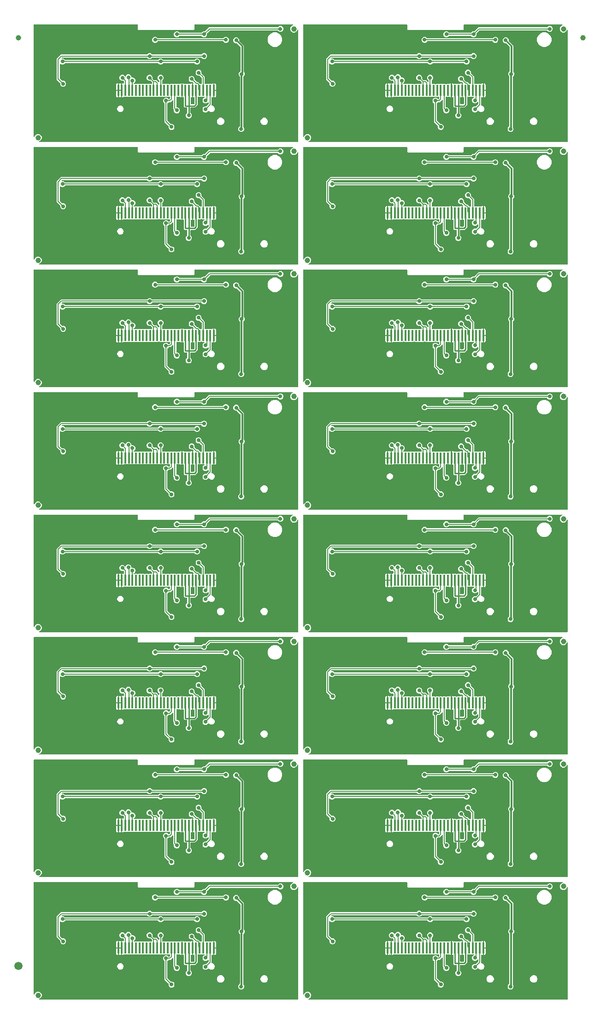
<source format=gbl>
G04 EAGLE Gerber RS-274X export*
G75*
%MOMM*%
%FSLAX34Y34*%
%LPD*%
%INBottom Copper*%
%IPPOS*%
%AMOC8*
5,1,8,0,0,1.08239X$1,22.5*%
G01*
%ADD10R,0.350000X2.000000*%
%ADD11C,1.000000*%
%ADD12C,1.500000*%
%ADD13C,0.736600*%
%ADD14C,0.177800*%
%ADD15C,0.254000*%
%ADD16C,0.304800*%

G36*
X487230Y1352525D02*
X487230Y1352525D01*
X487249Y1352522D01*
X487351Y1352544D01*
X487453Y1352561D01*
X487470Y1352570D01*
X487490Y1352575D01*
X487579Y1352628D01*
X487670Y1352676D01*
X487684Y1352691D01*
X487701Y1352701D01*
X487768Y1352780D01*
X487840Y1352855D01*
X487848Y1352873D01*
X487861Y1352888D01*
X487900Y1352984D01*
X487943Y1353078D01*
X487945Y1353097D01*
X487953Y1353116D01*
X487971Y1353283D01*
X487971Y1558196D01*
X487956Y1558292D01*
X487946Y1558389D01*
X487936Y1558413D01*
X487932Y1558439D01*
X487886Y1558525D01*
X487846Y1558614D01*
X487829Y1558633D01*
X487816Y1558656D01*
X487746Y1558723D01*
X487680Y1558795D01*
X487657Y1558808D01*
X487638Y1558826D01*
X487550Y1558867D01*
X487464Y1558914D01*
X487439Y1558918D01*
X487415Y1558929D01*
X487318Y1558940D01*
X487222Y1558957D01*
X487196Y1558954D01*
X487171Y1558956D01*
X487075Y1558936D01*
X486979Y1558922D01*
X486956Y1558910D01*
X486930Y1558904D01*
X486847Y1558854D01*
X486760Y1558810D01*
X486741Y1558791D01*
X486719Y1558778D01*
X486656Y1558704D01*
X486588Y1558635D01*
X486572Y1558606D01*
X486559Y1558591D01*
X486547Y1558560D01*
X486507Y1558488D01*
X485747Y1556653D01*
X483840Y1554746D01*
X481348Y1553714D01*
X478652Y1553714D01*
X476160Y1554746D01*
X474253Y1556653D01*
X473221Y1559144D01*
X473221Y1561841D01*
X474253Y1564332D01*
X476160Y1566239D01*
X477995Y1566999D01*
X478078Y1567051D01*
X478164Y1567096D01*
X478182Y1567115D01*
X478204Y1567129D01*
X478266Y1567204D01*
X478333Y1567275D01*
X478344Y1567298D01*
X478361Y1567318D01*
X478396Y1567409D01*
X478437Y1567498D01*
X478440Y1567524D01*
X478449Y1567548D01*
X478453Y1567645D01*
X478464Y1567742D01*
X478458Y1567768D01*
X478459Y1567794D01*
X478432Y1567887D01*
X478412Y1567982D01*
X478398Y1568005D01*
X478391Y1568030D01*
X478335Y1568110D01*
X478285Y1568194D01*
X478266Y1568211D01*
X478251Y1568232D01*
X478173Y1568290D01*
X478099Y1568353D01*
X478074Y1568363D01*
X478053Y1568379D01*
X477961Y1568409D01*
X477870Y1568445D01*
X477838Y1568449D01*
X477819Y1568455D01*
X477786Y1568455D01*
X477704Y1568464D01*
X297790Y1568464D01*
X297770Y1568461D01*
X297751Y1568463D01*
X297649Y1568441D01*
X297547Y1568424D01*
X297530Y1568415D01*
X297510Y1568411D01*
X297421Y1568357D01*
X297330Y1568309D01*
X297316Y1568295D01*
X297299Y1568284D01*
X297232Y1568206D01*
X297160Y1568131D01*
X297152Y1568113D01*
X297139Y1568097D01*
X297100Y1568001D01*
X297057Y1567908D01*
X297055Y1567888D01*
X297047Y1567869D01*
X297029Y1567703D01*
X297029Y1559652D01*
X295840Y1558464D01*
X194160Y1558464D01*
X192971Y1559652D01*
X192971Y1567703D01*
X192968Y1567722D01*
X192970Y1567742D01*
X192948Y1567843D01*
X192932Y1567945D01*
X192922Y1567963D01*
X192918Y1567982D01*
X192865Y1568071D01*
X192816Y1568163D01*
X192802Y1568176D01*
X192792Y1568194D01*
X192713Y1568261D01*
X192638Y1568332D01*
X192620Y1568340D01*
X192605Y1568353D01*
X192509Y1568392D01*
X192415Y1568436D01*
X192395Y1568438D01*
X192377Y1568445D01*
X192210Y1568464D01*
X2790Y1568464D01*
X2770Y1568461D01*
X2751Y1568463D01*
X2649Y1568441D01*
X2547Y1568424D01*
X2530Y1568415D01*
X2510Y1568411D01*
X2421Y1568357D01*
X2330Y1568309D01*
X2316Y1568295D01*
X2299Y1568284D01*
X2232Y1568206D01*
X2160Y1568131D01*
X2152Y1568113D01*
X2139Y1568097D01*
X2100Y1568001D01*
X2057Y1567908D01*
X2055Y1567888D01*
X2047Y1567869D01*
X2029Y1567703D01*
X2029Y1362789D01*
X2044Y1362693D01*
X2054Y1362596D01*
X2064Y1362572D01*
X2068Y1362546D01*
X2114Y1362460D01*
X2154Y1362371D01*
X2171Y1362352D01*
X2184Y1362329D01*
X2254Y1362262D01*
X2320Y1362190D01*
X2343Y1362177D01*
X2362Y1362159D01*
X2450Y1362118D01*
X2536Y1362071D01*
X2561Y1362067D01*
X2585Y1362056D01*
X2682Y1362045D01*
X2778Y1362028D01*
X2804Y1362032D01*
X2829Y1362029D01*
X2925Y1362049D01*
X3021Y1362064D01*
X3044Y1362075D01*
X3070Y1362081D01*
X3153Y1362131D01*
X3240Y1362175D01*
X3259Y1362194D01*
X3281Y1362207D01*
X3344Y1362281D01*
X3412Y1362351D01*
X3428Y1362379D01*
X3441Y1362394D01*
X3453Y1362425D01*
X3493Y1362498D01*
X4253Y1364332D01*
X6160Y1366239D01*
X8652Y1367271D01*
X11348Y1367271D01*
X13840Y1366239D01*
X15747Y1364332D01*
X16779Y1361841D01*
X16779Y1359144D01*
X15747Y1356653D01*
X13840Y1354746D01*
X12005Y1353986D01*
X11922Y1353934D01*
X11836Y1353889D01*
X11818Y1353870D01*
X11796Y1353856D01*
X11734Y1353781D01*
X11667Y1353711D01*
X11656Y1353687D01*
X11639Y1353667D01*
X11604Y1353576D01*
X11563Y1353488D01*
X11560Y1353462D01*
X11551Y1353437D01*
X11547Y1353340D01*
X11536Y1353243D01*
X11542Y1353218D01*
X11541Y1353191D01*
X11568Y1353098D01*
X11588Y1353003D01*
X11602Y1352980D01*
X11609Y1352955D01*
X11665Y1352875D01*
X11715Y1352792D01*
X11734Y1352775D01*
X11749Y1352753D01*
X11827Y1352695D01*
X11901Y1352632D01*
X11926Y1352622D01*
X11947Y1352606D01*
X12039Y1352576D01*
X12130Y1352540D01*
X12162Y1352536D01*
X12181Y1352530D01*
X12214Y1352530D01*
X12296Y1352521D01*
X487210Y1352521D01*
X487230Y1352525D01*
G37*
G36*
X982301Y677266D02*
X982301Y677266D01*
X982321Y677263D01*
X982422Y677285D01*
X982524Y677302D01*
X982542Y677311D01*
X982561Y677316D01*
X982650Y677369D01*
X982742Y677417D01*
X982755Y677432D01*
X982772Y677442D01*
X982840Y677521D01*
X982911Y677596D01*
X982919Y677614D01*
X982932Y677629D01*
X982971Y677725D01*
X983015Y677819D01*
X983017Y677838D01*
X983024Y677857D01*
X983043Y678024D01*
X983043Y882937D01*
X983027Y883033D01*
X983018Y883130D01*
X983007Y883154D01*
X983003Y883180D01*
X982957Y883266D01*
X982918Y883355D01*
X982900Y883374D01*
X982888Y883397D01*
X982817Y883464D01*
X982751Y883536D01*
X982728Y883549D01*
X982709Y883567D01*
X982621Y883608D01*
X982536Y883655D01*
X982510Y883659D01*
X982486Y883670D01*
X982390Y883681D01*
X982294Y883698D01*
X982268Y883695D01*
X982242Y883697D01*
X982147Y883677D01*
X982050Y883663D01*
X982027Y883651D01*
X982002Y883645D01*
X981918Y883595D01*
X981831Y883551D01*
X981813Y883532D01*
X981790Y883519D01*
X981727Y883445D01*
X981659Y883376D01*
X981643Y883347D01*
X981631Y883332D01*
X981618Y883301D01*
X981578Y883229D01*
X980818Y881394D01*
X978911Y879487D01*
X976420Y878455D01*
X973723Y878455D01*
X971232Y879487D01*
X969325Y881394D01*
X968293Y883885D01*
X968293Y886582D01*
X969325Y889073D01*
X971232Y890980D01*
X973066Y891740D01*
X973149Y891792D01*
X973235Y891837D01*
X973253Y891856D01*
X973275Y891870D01*
X973338Y891945D01*
X973405Y892016D01*
X973416Y892039D01*
X973432Y892059D01*
X973467Y892150D01*
X973508Y892239D01*
X973511Y892265D01*
X973520Y892289D01*
X973525Y892386D01*
X973535Y892483D01*
X973530Y892509D01*
X973531Y892535D01*
X973504Y892628D01*
X973483Y892723D01*
X973470Y892746D01*
X973462Y892771D01*
X973407Y892851D01*
X973357Y892935D01*
X973337Y892952D01*
X973322Y892973D01*
X973244Y893031D01*
X973170Y893094D01*
X973146Y893104D01*
X973125Y893120D01*
X973032Y893150D01*
X972942Y893186D01*
X972909Y893190D01*
X972891Y893196D01*
X972858Y893196D01*
X972775Y893205D01*
X792861Y893205D01*
X792842Y893202D01*
X792822Y893204D01*
X792721Y893182D01*
X792619Y893165D01*
X792601Y893156D01*
X792582Y893152D01*
X792493Y893098D01*
X792401Y893050D01*
X792388Y893036D01*
X792370Y893025D01*
X792303Y892947D01*
X792232Y892872D01*
X792224Y892854D01*
X792211Y892838D01*
X792172Y892742D01*
X792128Y892649D01*
X792126Y892629D01*
X792119Y892610D01*
X792100Y892444D01*
X792100Y884393D01*
X790912Y883205D01*
X689231Y883205D01*
X688043Y884393D01*
X688043Y892444D01*
X688039Y892463D01*
X688042Y892483D01*
X688020Y892584D01*
X688003Y892686D01*
X687994Y892704D01*
X687989Y892723D01*
X687936Y892812D01*
X687888Y892904D01*
X687873Y892917D01*
X687863Y892935D01*
X687784Y893002D01*
X687709Y893073D01*
X687691Y893081D01*
X687676Y893094D01*
X687580Y893133D01*
X687486Y893177D01*
X687467Y893179D01*
X687448Y893186D01*
X687281Y893205D01*
X497861Y893205D01*
X497842Y893202D01*
X497822Y893204D01*
X497721Y893182D01*
X497619Y893165D01*
X497601Y893156D01*
X497582Y893152D01*
X497493Y893098D01*
X497401Y893050D01*
X497388Y893036D01*
X497370Y893025D01*
X497303Y892947D01*
X497232Y892872D01*
X497224Y892854D01*
X497211Y892838D01*
X497172Y892742D01*
X497128Y892649D01*
X497126Y892629D01*
X497119Y892610D01*
X497100Y892444D01*
X497100Y687530D01*
X497116Y687434D01*
X497125Y687337D01*
X497136Y687313D01*
X497140Y687287D01*
X497185Y687201D01*
X497225Y687112D01*
X497243Y687093D01*
X497255Y687070D01*
X497326Y687003D01*
X497391Y686931D01*
X497414Y686918D01*
X497433Y686900D01*
X497522Y686859D01*
X497607Y686812D01*
X497633Y686808D01*
X497656Y686797D01*
X497753Y686786D01*
X497849Y686769D01*
X497875Y686773D01*
X497901Y686770D01*
X497996Y686790D01*
X498092Y686805D01*
X498116Y686816D01*
X498141Y686822D01*
X498225Y686872D01*
X498312Y686916D01*
X498330Y686935D01*
X498352Y686948D01*
X498416Y687022D01*
X498484Y687092D01*
X498500Y687120D01*
X498512Y687135D01*
X498525Y687166D01*
X498565Y687239D01*
X499325Y689073D01*
X501232Y690980D01*
X503723Y692012D01*
X506420Y692012D01*
X508911Y690980D01*
X510818Y689073D01*
X511850Y686582D01*
X511850Y683885D01*
X510818Y681394D01*
X508911Y679487D01*
X507076Y678727D01*
X506993Y678675D01*
X506908Y678630D01*
X506890Y678611D01*
X506867Y678597D01*
X506805Y678522D01*
X506738Y678452D01*
X506727Y678428D01*
X506711Y678408D01*
X506676Y678317D01*
X506635Y678229D01*
X506632Y678203D01*
X506622Y678178D01*
X506618Y678081D01*
X506608Y677984D01*
X506613Y677959D01*
X506612Y677932D01*
X506639Y677839D01*
X506660Y677744D01*
X506673Y677721D01*
X506680Y677696D01*
X506736Y677616D01*
X506786Y677533D01*
X506806Y677516D01*
X506821Y677494D01*
X506899Y677436D01*
X506973Y677373D01*
X506997Y677363D01*
X507018Y677347D01*
X507111Y677317D01*
X507201Y677281D01*
X507233Y677277D01*
X507252Y677271D01*
X507285Y677271D01*
X507368Y677262D01*
X982281Y677262D01*
X982301Y677266D01*
G37*
G36*
X487230Y2032D02*
X487230Y2032D01*
X487249Y2030D01*
X487351Y2052D01*
X487453Y2068D01*
X487470Y2078D01*
X487490Y2082D01*
X487579Y2135D01*
X487670Y2184D01*
X487684Y2198D01*
X487701Y2208D01*
X487768Y2287D01*
X487840Y2362D01*
X487848Y2380D01*
X487861Y2395D01*
X487900Y2491D01*
X487943Y2585D01*
X487945Y2605D01*
X487953Y2623D01*
X487971Y2790D01*
X487971Y207704D01*
X487956Y207800D01*
X487946Y207897D01*
X487936Y207921D01*
X487932Y207946D01*
X487886Y208032D01*
X487846Y208121D01*
X487829Y208141D01*
X487816Y208164D01*
X487746Y208231D01*
X487680Y208303D01*
X487657Y208315D01*
X487638Y208333D01*
X487550Y208374D01*
X487464Y208421D01*
X487439Y208426D01*
X487415Y208437D01*
X487318Y208448D01*
X487222Y208465D01*
X487196Y208461D01*
X487171Y208464D01*
X487075Y208443D01*
X486979Y208429D01*
X486956Y208417D01*
X486930Y208412D01*
X486847Y208362D01*
X486760Y208318D01*
X486741Y208299D01*
X486719Y208285D01*
X486656Y208212D01*
X486588Y208142D01*
X486572Y208113D01*
X486559Y208099D01*
X486547Y208068D01*
X486507Y207995D01*
X485747Y206160D01*
X483840Y204253D01*
X481348Y203221D01*
X478652Y203221D01*
X476160Y204253D01*
X474253Y206160D01*
X473221Y208652D01*
X473221Y211348D01*
X474253Y213840D01*
X476160Y215747D01*
X477995Y216507D01*
X478078Y216558D01*
X478164Y216604D01*
X478182Y216622D01*
X478204Y216636D01*
X478266Y216712D01*
X478333Y216782D01*
X478344Y216806D01*
X478361Y216826D01*
X478396Y216917D01*
X478437Y217005D01*
X478440Y217031D01*
X478449Y217055D01*
X478453Y217153D01*
X478464Y217249D01*
X478458Y217275D01*
X478459Y217301D01*
X478432Y217395D01*
X478412Y217490D01*
X478398Y217512D01*
X478391Y217537D01*
X478335Y217617D01*
X478285Y217701D01*
X478266Y217718D01*
X478251Y217739D01*
X478173Y217798D01*
X478099Y217861D01*
X478074Y217871D01*
X478053Y217886D01*
X477961Y217916D01*
X477870Y217953D01*
X477838Y217956D01*
X477819Y217962D01*
X477786Y217962D01*
X477704Y217971D01*
X297790Y217971D01*
X297770Y217968D01*
X297751Y217970D01*
X297649Y217948D01*
X297547Y217932D01*
X297530Y217922D01*
X297510Y217918D01*
X297421Y217865D01*
X297330Y217816D01*
X297316Y217802D01*
X297299Y217792D01*
X297232Y217713D01*
X297160Y217638D01*
X297152Y217620D01*
X297139Y217605D01*
X297100Y217509D01*
X297057Y217415D01*
X297055Y217395D01*
X297047Y217377D01*
X297029Y217210D01*
X297029Y209160D01*
X295840Y207971D01*
X194160Y207971D01*
X192971Y209160D01*
X192971Y217210D01*
X192968Y217230D01*
X192970Y217249D01*
X192948Y217351D01*
X192932Y217453D01*
X192922Y217470D01*
X192918Y217490D01*
X192865Y217579D01*
X192816Y217670D01*
X192802Y217684D01*
X192792Y217701D01*
X192713Y217768D01*
X192638Y217840D01*
X192620Y217848D01*
X192605Y217861D01*
X192509Y217900D01*
X192415Y217943D01*
X192395Y217945D01*
X192377Y217953D01*
X192210Y217971D01*
X2790Y217971D01*
X2770Y217968D01*
X2751Y217970D01*
X2649Y217948D01*
X2547Y217932D01*
X2530Y217922D01*
X2510Y217918D01*
X2421Y217865D01*
X2330Y217816D01*
X2316Y217802D01*
X2299Y217792D01*
X2232Y217713D01*
X2160Y217638D01*
X2152Y217620D01*
X2139Y217605D01*
X2100Y217509D01*
X2057Y217415D01*
X2055Y217395D01*
X2047Y217377D01*
X2029Y217210D01*
X2029Y12296D01*
X2044Y12200D01*
X2054Y12103D01*
X2064Y12079D01*
X2068Y12054D01*
X2114Y11968D01*
X2154Y11879D01*
X2171Y11859D01*
X2184Y11836D01*
X2254Y11769D01*
X2320Y11697D01*
X2343Y11685D01*
X2362Y11667D01*
X2450Y11626D01*
X2536Y11579D01*
X2561Y11574D01*
X2585Y11563D01*
X2682Y11552D01*
X2778Y11535D01*
X2804Y11539D01*
X2829Y11536D01*
X2925Y11557D01*
X3021Y11571D01*
X3044Y11583D01*
X3070Y11588D01*
X3153Y11638D01*
X3240Y11682D01*
X3259Y11701D01*
X3281Y11715D01*
X3344Y11788D01*
X3412Y11858D01*
X3428Y11887D01*
X3441Y11901D01*
X3453Y11932D01*
X3493Y12005D01*
X4253Y13840D01*
X6160Y15747D01*
X8652Y16779D01*
X11348Y16779D01*
X13840Y15747D01*
X15747Y13840D01*
X16779Y11348D01*
X16779Y8652D01*
X15747Y6160D01*
X13840Y4253D01*
X12005Y3493D01*
X11922Y3442D01*
X11836Y3396D01*
X11818Y3378D01*
X11796Y3364D01*
X11734Y3288D01*
X11667Y3218D01*
X11656Y3194D01*
X11639Y3174D01*
X11604Y3083D01*
X11563Y2995D01*
X11560Y2969D01*
X11551Y2945D01*
X11547Y2847D01*
X11536Y2751D01*
X11542Y2725D01*
X11541Y2699D01*
X11568Y2605D01*
X11588Y2510D01*
X11602Y2488D01*
X11609Y2463D01*
X11665Y2383D01*
X11715Y2299D01*
X11734Y2282D01*
X11749Y2261D01*
X11827Y2202D01*
X11901Y2139D01*
X11926Y2129D01*
X11947Y2114D01*
X12039Y2084D01*
X12130Y2047D01*
X12162Y2044D01*
X12181Y2038D01*
X12214Y2038D01*
X12296Y2029D01*
X487210Y2029D01*
X487230Y2032D01*
G37*
G36*
X982301Y452196D02*
X982301Y452196D01*
X982321Y452194D01*
X982422Y452216D01*
X982524Y452233D01*
X982542Y452242D01*
X982561Y452246D01*
X982650Y452299D01*
X982742Y452348D01*
X982755Y452362D01*
X982772Y452372D01*
X982840Y452451D01*
X982911Y452526D01*
X982919Y452544D01*
X982932Y452559D01*
X982971Y452656D01*
X983015Y452749D01*
X983017Y452769D01*
X983024Y452787D01*
X983043Y452954D01*
X983043Y657868D01*
X983027Y657964D01*
X983018Y658061D01*
X983007Y658085D01*
X983003Y658111D01*
X982957Y658197D01*
X982918Y658286D01*
X982900Y658305D01*
X982888Y658328D01*
X982817Y658395D01*
X982751Y658467D01*
X982728Y658479D01*
X982709Y658497D01*
X982621Y658538D01*
X982536Y658585D01*
X982510Y658590D01*
X982486Y658601D01*
X982390Y658612D01*
X982294Y658629D01*
X982268Y658625D01*
X982242Y658628D01*
X982147Y658607D01*
X982050Y658593D01*
X982027Y658581D01*
X982002Y658576D01*
X981918Y658526D01*
X981831Y658482D01*
X981813Y658463D01*
X981790Y658450D01*
X981727Y658376D01*
X981659Y658306D01*
X981643Y658278D01*
X981631Y658263D01*
X981618Y658232D01*
X981578Y658159D01*
X980818Y656324D01*
X978911Y654417D01*
X976420Y653385D01*
X973723Y653385D01*
X971232Y654417D01*
X969325Y656324D01*
X968293Y658816D01*
X968293Y661513D01*
X969325Y664004D01*
X971232Y665911D01*
X973066Y666671D01*
X973149Y666722D01*
X973235Y666768D01*
X973253Y666787D01*
X973275Y666800D01*
X973338Y666876D01*
X973405Y666946D01*
X973416Y666970D01*
X973432Y666990D01*
X973467Y667081D01*
X973508Y667169D01*
X973511Y667195D01*
X973520Y667220D01*
X973525Y667317D01*
X973535Y667414D01*
X973530Y667439D01*
X973531Y667465D01*
X973504Y667559D01*
X973483Y667654D01*
X973470Y667677D01*
X973462Y667702D01*
X973407Y667782D01*
X973357Y667865D01*
X973337Y667882D01*
X973322Y667904D01*
X973244Y667962D01*
X973170Y668025D01*
X973146Y668035D01*
X973125Y668050D01*
X973032Y668081D01*
X972942Y668117D01*
X972909Y668121D01*
X972891Y668127D01*
X972858Y668126D01*
X972775Y668135D01*
X792861Y668135D01*
X792842Y668132D01*
X792822Y668134D01*
X792721Y668112D01*
X792619Y668096D01*
X792601Y668086D01*
X792582Y668082D01*
X792493Y668029D01*
X792401Y667981D01*
X792388Y667966D01*
X792370Y667956D01*
X792303Y667877D01*
X792232Y667802D01*
X792224Y667784D01*
X792211Y667769D01*
X792172Y667673D01*
X792128Y667579D01*
X792126Y667559D01*
X792119Y667541D01*
X792100Y667374D01*
X792100Y659324D01*
X790912Y658135D01*
X689231Y658135D01*
X688043Y659324D01*
X688043Y667374D01*
X688039Y667394D01*
X688042Y667414D01*
X688020Y667515D01*
X688003Y667617D01*
X687994Y667635D01*
X687989Y667654D01*
X687936Y667743D01*
X687888Y667834D01*
X687873Y667848D01*
X687863Y667865D01*
X687784Y667932D01*
X687709Y668004D01*
X687691Y668012D01*
X687676Y668025D01*
X687580Y668064D01*
X687486Y668107D01*
X687467Y668110D01*
X687448Y668117D01*
X687281Y668135D01*
X497861Y668135D01*
X497842Y668132D01*
X497822Y668134D01*
X497721Y668112D01*
X497619Y668096D01*
X497601Y668086D01*
X497582Y668082D01*
X497493Y668029D01*
X497401Y667981D01*
X497388Y667966D01*
X497370Y667956D01*
X497303Y667877D01*
X497232Y667802D01*
X497224Y667784D01*
X497211Y667769D01*
X497172Y667673D01*
X497128Y667579D01*
X497126Y667559D01*
X497119Y667541D01*
X497100Y667374D01*
X497100Y462461D01*
X497116Y462364D01*
X497125Y462267D01*
X497136Y462244D01*
X497140Y462218D01*
X497185Y462132D01*
X497225Y462043D01*
X497243Y462023D01*
X497255Y462000D01*
X497326Y461933D01*
X497391Y461862D01*
X497414Y461849D01*
X497433Y461831D01*
X497522Y461790D01*
X497607Y461743D01*
X497633Y461738D01*
X497656Y461727D01*
X497753Y461717D01*
X497849Y461699D01*
X497875Y461703D01*
X497901Y461700D01*
X497996Y461721D01*
X498092Y461735D01*
X498116Y461747D01*
X498141Y461753D01*
X498225Y461802D01*
X498312Y461847D01*
X498330Y461865D01*
X498352Y461879D01*
X498416Y461953D01*
X498484Y462022D01*
X498500Y462051D01*
X498512Y462066D01*
X498525Y462096D01*
X498565Y462169D01*
X499325Y464004D01*
X501232Y465911D01*
X503723Y466943D01*
X506420Y466943D01*
X508911Y465911D01*
X510818Y464004D01*
X511850Y461513D01*
X511850Y458816D01*
X510818Y456324D01*
X508911Y454417D01*
X507076Y453657D01*
X506993Y453606D01*
X506908Y453561D01*
X506890Y453542D01*
X506867Y453528D01*
X506805Y453453D01*
X506738Y453382D01*
X506727Y453359D01*
X506711Y453338D01*
X506676Y453247D01*
X506635Y453159D01*
X506632Y453133D01*
X506622Y453109D01*
X506618Y453011D01*
X506608Y452915D01*
X506613Y452889D01*
X506612Y452863D01*
X506639Y452770D01*
X506660Y452674D01*
X506673Y452652D01*
X506680Y452627D01*
X506736Y452547D01*
X506786Y452463D01*
X506806Y452446D01*
X506821Y452425D01*
X506899Y452367D01*
X506973Y452303D01*
X506997Y452294D01*
X507018Y452278D01*
X507111Y452248D01*
X507201Y452211D01*
X507233Y452208D01*
X507252Y452202D01*
X507285Y452202D01*
X507368Y452193D01*
X982281Y452193D01*
X982301Y452196D01*
G37*
G36*
X982301Y1127430D02*
X982301Y1127430D01*
X982321Y1127428D01*
X982422Y1127450D01*
X982524Y1127466D01*
X982542Y1127476D01*
X982561Y1127480D01*
X982650Y1127533D01*
X982742Y1127581D01*
X982755Y1127596D01*
X982772Y1127606D01*
X982840Y1127685D01*
X982911Y1127760D01*
X982919Y1127778D01*
X982932Y1127793D01*
X982971Y1127889D01*
X983015Y1127983D01*
X983017Y1128003D01*
X983024Y1128021D01*
X983043Y1128188D01*
X983043Y1333101D01*
X983027Y1333198D01*
X983018Y1333295D01*
X983007Y1333318D01*
X983003Y1333344D01*
X982957Y1333430D01*
X982918Y1333519D01*
X982900Y1333539D01*
X982888Y1333562D01*
X982817Y1333629D01*
X982751Y1333700D01*
X982728Y1333713D01*
X982709Y1333731D01*
X982621Y1333772D01*
X982536Y1333819D01*
X982510Y1333824D01*
X982486Y1333835D01*
X982390Y1333845D01*
X982294Y1333863D01*
X982268Y1333859D01*
X982242Y1333862D01*
X982147Y1333841D01*
X982050Y1333827D01*
X982027Y1333815D01*
X982002Y1333809D01*
X981918Y1333760D01*
X981831Y1333715D01*
X981813Y1333697D01*
X981790Y1333683D01*
X981727Y1333609D01*
X981659Y1333540D01*
X981643Y1333511D01*
X981631Y1333496D01*
X981618Y1333466D01*
X981578Y1333393D01*
X980818Y1331558D01*
X978911Y1329651D01*
X976420Y1328619D01*
X973723Y1328619D01*
X971232Y1329651D01*
X969325Y1331558D01*
X968293Y1334049D01*
X968293Y1336746D01*
X969325Y1339238D01*
X971232Y1341145D01*
X973066Y1341905D01*
X973149Y1341956D01*
X973235Y1342001D01*
X973253Y1342020D01*
X973275Y1342034D01*
X973338Y1342109D01*
X973405Y1342180D01*
X973416Y1342203D01*
X973432Y1342224D01*
X973467Y1342315D01*
X973508Y1342403D01*
X973511Y1342429D01*
X973520Y1342453D01*
X973525Y1342551D01*
X973535Y1342647D01*
X973530Y1342673D01*
X973531Y1342699D01*
X973504Y1342792D01*
X973483Y1342888D01*
X973470Y1342910D01*
X973462Y1342935D01*
X973407Y1343015D01*
X973357Y1343099D01*
X973337Y1343116D01*
X973322Y1343137D01*
X973244Y1343195D01*
X973170Y1343259D01*
X973146Y1343268D01*
X973125Y1343284D01*
X973032Y1343314D01*
X972942Y1343351D01*
X972909Y1343354D01*
X972891Y1343360D01*
X972858Y1343360D01*
X972775Y1343369D01*
X792861Y1343369D01*
X792842Y1343366D01*
X792822Y1343368D01*
X792721Y1343346D01*
X792619Y1343329D01*
X792601Y1343320D01*
X792582Y1343316D01*
X792493Y1343263D01*
X792401Y1343214D01*
X792388Y1343200D01*
X792370Y1343190D01*
X792303Y1343111D01*
X792232Y1343036D01*
X792224Y1343018D01*
X792211Y1343003D01*
X792172Y1342906D01*
X792128Y1342813D01*
X792126Y1342793D01*
X792119Y1342775D01*
X792100Y1342608D01*
X792100Y1334557D01*
X790912Y1333369D01*
X689231Y1333369D01*
X688043Y1334557D01*
X688043Y1342608D01*
X688039Y1342628D01*
X688042Y1342647D01*
X688020Y1342749D01*
X688003Y1342851D01*
X687994Y1342868D01*
X687989Y1342888D01*
X687936Y1342977D01*
X687888Y1343068D01*
X687873Y1343082D01*
X687863Y1343099D01*
X687784Y1343166D01*
X687709Y1343237D01*
X687691Y1343246D01*
X687676Y1343259D01*
X687580Y1343297D01*
X687486Y1343341D01*
X687467Y1343343D01*
X687448Y1343351D01*
X687281Y1343369D01*
X497861Y1343369D01*
X497842Y1343366D01*
X497822Y1343368D01*
X497721Y1343346D01*
X497619Y1343329D01*
X497601Y1343320D01*
X497582Y1343316D01*
X497493Y1343263D01*
X497401Y1343214D01*
X497388Y1343200D01*
X497370Y1343190D01*
X497303Y1343111D01*
X497232Y1343036D01*
X497224Y1343018D01*
X497211Y1343003D01*
X497172Y1342906D01*
X497128Y1342813D01*
X497126Y1342793D01*
X497119Y1342775D01*
X497100Y1342608D01*
X497100Y1137694D01*
X497116Y1137598D01*
X497125Y1137501D01*
X497136Y1137477D01*
X497140Y1137451D01*
X497185Y1137365D01*
X497225Y1137276D01*
X497243Y1137257D01*
X497255Y1137234D01*
X497326Y1137167D01*
X497391Y1137095D01*
X497414Y1137083D01*
X497433Y1137065D01*
X497522Y1137024D01*
X497607Y1136977D01*
X497633Y1136972D01*
X497656Y1136961D01*
X497753Y1136950D01*
X497849Y1136933D01*
X497875Y1136937D01*
X497901Y1136934D01*
X497996Y1136955D01*
X498092Y1136969D01*
X498116Y1136981D01*
X498141Y1136986D01*
X498225Y1137036D01*
X498312Y1137080D01*
X498330Y1137099D01*
X498352Y1137112D01*
X498416Y1137186D01*
X498484Y1137256D01*
X498500Y1137284D01*
X498512Y1137299D01*
X498525Y1137330D01*
X498565Y1137403D01*
X499325Y1139238D01*
X501232Y1141145D01*
X503723Y1142177D01*
X506420Y1142177D01*
X508911Y1141145D01*
X510818Y1139238D01*
X511850Y1136746D01*
X511850Y1134049D01*
X510818Y1131558D01*
X508911Y1129651D01*
X507076Y1128891D01*
X506993Y1128840D01*
X506908Y1128794D01*
X506890Y1128775D01*
X506867Y1128762D01*
X506805Y1128686D01*
X506738Y1128616D01*
X506727Y1128592D01*
X506711Y1128572D01*
X506676Y1128481D01*
X506635Y1128393D01*
X506632Y1128367D01*
X506622Y1128342D01*
X506618Y1128245D01*
X506608Y1128148D01*
X506613Y1128123D01*
X506612Y1128097D01*
X506639Y1128003D01*
X506660Y1127908D01*
X506673Y1127885D01*
X506680Y1127860D01*
X506736Y1127780D01*
X506786Y1127697D01*
X506806Y1127680D01*
X506821Y1127658D01*
X506899Y1127600D01*
X506973Y1127537D01*
X506997Y1127527D01*
X507018Y1127512D01*
X507111Y1127481D01*
X507201Y1127445D01*
X507233Y1127441D01*
X507252Y1127435D01*
X507285Y1127436D01*
X507368Y1127427D01*
X982281Y1127427D01*
X982301Y1127430D01*
G37*
G36*
X487230Y677266D02*
X487230Y677266D01*
X487249Y677263D01*
X487351Y677285D01*
X487453Y677302D01*
X487470Y677311D01*
X487490Y677316D01*
X487579Y677369D01*
X487670Y677417D01*
X487684Y677432D01*
X487701Y677442D01*
X487768Y677521D01*
X487840Y677596D01*
X487848Y677614D01*
X487861Y677629D01*
X487900Y677725D01*
X487943Y677819D01*
X487945Y677838D01*
X487953Y677857D01*
X487971Y678024D01*
X487971Y882937D01*
X487956Y883033D01*
X487946Y883130D01*
X487936Y883154D01*
X487932Y883180D01*
X487886Y883266D01*
X487846Y883355D01*
X487829Y883374D01*
X487816Y883397D01*
X487746Y883464D01*
X487680Y883536D01*
X487657Y883549D01*
X487638Y883567D01*
X487550Y883608D01*
X487464Y883655D01*
X487439Y883659D01*
X487415Y883670D01*
X487318Y883681D01*
X487222Y883698D01*
X487196Y883695D01*
X487171Y883697D01*
X487075Y883677D01*
X486979Y883663D01*
X486956Y883651D01*
X486930Y883645D01*
X486847Y883595D01*
X486760Y883551D01*
X486741Y883532D01*
X486719Y883519D01*
X486656Y883445D01*
X486588Y883376D01*
X486572Y883347D01*
X486559Y883332D01*
X486547Y883301D01*
X486507Y883229D01*
X485747Y881394D01*
X483840Y879487D01*
X481348Y878455D01*
X478652Y878455D01*
X476160Y879487D01*
X474253Y881394D01*
X473221Y883885D01*
X473221Y886582D01*
X474253Y889073D01*
X476160Y890980D01*
X477995Y891740D01*
X478078Y891792D01*
X478164Y891837D01*
X478182Y891856D01*
X478204Y891870D01*
X478266Y891945D01*
X478333Y892016D01*
X478344Y892039D01*
X478361Y892059D01*
X478396Y892150D01*
X478437Y892239D01*
X478440Y892265D01*
X478449Y892289D01*
X478453Y892386D01*
X478464Y892483D01*
X478458Y892509D01*
X478459Y892535D01*
X478432Y892628D01*
X478412Y892723D01*
X478398Y892746D01*
X478391Y892771D01*
X478335Y892851D01*
X478285Y892935D01*
X478266Y892952D01*
X478251Y892973D01*
X478173Y893031D01*
X478099Y893094D01*
X478074Y893104D01*
X478053Y893120D01*
X477961Y893150D01*
X477870Y893186D01*
X477838Y893190D01*
X477819Y893196D01*
X477786Y893196D01*
X477704Y893205D01*
X297790Y893205D01*
X297770Y893202D01*
X297751Y893204D01*
X297649Y893182D01*
X297547Y893165D01*
X297530Y893156D01*
X297510Y893152D01*
X297421Y893098D01*
X297330Y893050D01*
X297316Y893036D01*
X297299Y893025D01*
X297232Y892947D01*
X297160Y892872D01*
X297152Y892854D01*
X297139Y892838D01*
X297100Y892742D01*
X297057Y892649D01*
X297055Y892629D01*
X297047Y892610D01*
X297029Y892444D01*
X297029Y884393D01*
X295840Y883205D01*
X194160Y883205D01*
X192971Y884393D01*
X192971Y892444D01*
X192968Y892463D01*
X192970Y892483D01*
X192948Y892584D01*
X192932Y892686D01*
X192922Y892704D01*
X192918Y892723D01*
X192865Y892812D01*
X192816Y892904D01*
X192802Y892917D01*
X192792Y892935D01*
X192713Y893002D01*
X192638Y893073D01*
X192620Y893081D01*
X192605Y893094D01*
X192509Y893133D01*
X192415Y893177D01*
X192395Y893179D01*
X192377Y893186D01*
X192210Y893205D01*
X2790Y893205D01*
X2770Y893202D01*
X2751Y893204D01*
X2649Y893182D01*
X2547Y893165D01*
X2530Y893156D01*
X2510Y893152D01*
X2421Y893098D01*
X2330Y893050D01*
X2316Y893036D01*
X2299Y893025D01*
X2232Y892947D01*
X2160Y892872D01*
X2152Y892854D01*
X2139Y892838D01*
X2100Y892742D01*
X2057Y892649D01*
X2055Y892629D01*
X2047Y892610D01*
X2029Y892444D01*
X2029Y687530D01*
X2044Y687434D01*
X2054Y687337D01*
X2064Y687313D01*
X2068Y687287D01*
X2114Y687201D01*
X2154Y687112D01*
X2171Y687093D01*
X2184Y687070D01*
X2254Y687003D01*
X2320Y686931D01*
X2343Y686918D01*
X2362Y686900D01*
X2450Y686859D01*
X2536Y686812D01*
X2561Y686808D01*
X2585Y686797D01*
X2682Y686786D01*
X2778Y686769D01*
X2804Y686773D01*
X2829Y686770D01*
X2925Y686790D01*
X3021Y686805D01*
X3044Y686816D01*
X3070Y686822D01*
X3153Y686872D01*
X3240Y686916D01*
X3259Y686935D01*
X3281Y686948D01*
X3344Y687022D01*
X3412Y687092D01*
X3428Y687120D01*
X3441Y687135D01*
X3453Y687166D01*
X3493Y687239D01*
X4253Y689073D01*
X6160Y690980D01*
X8652Y692012D01*
X11348Y692012D01*
X13840Y690980D01*
X15747Y689073D01*
X16779Y686582D01*
X16779Y683885D01*
X15747Y681394D01*
X13840Y679487D01*
X12005Y678727D01*
X11922Y678675D01*
X11836Y678630D01*
X11818Y678611D01*
X11796Y678597D01*
X11734Y678522D01*
X11667Y678452D01*
X11656Y678428D01*
X11639Y678408D01*
X11604Y678317D01*
X11563Y678229D01*
X11560Y678203D01*
X11551Y678178D01*
X11547Y678081D01*
X11536Y677984D01*
X11542Y677959D01*
X11541Y677932D01*
X11568Y677839D01*
X11588Y677744D01*
X11602Y677721D01*
X11609Y677696D01*
X11665Y677616D01*
X11715Y677533D01*
X11734Y677516D01*
X11749Y677494D01*
X11827Y677436D01*
X11901Y677373D01*
X11926Y677363D01*
X11947Y677347D01*
X12039Y677317D01*
X12130Y677281D01*
X12162Y677277D01*
X12181Y677271D01*
X12214Y677271D01*
X12296Y677262D01*
X487210Y677262D01*
X487230Y677266D01*
G37*
G36*
X487230Y1127430D02*
X487230Y1127430D01*
X487249Y1127428D01*
X487351Y1127450D01*
X487453Y1127466D01*
X487470Y1127476D01*
X487490Y1127480D01*
X487579Y1127533D01*
X487670Y1127581D01*
X487684Y1127596D01*
X487701Y1127606D01*
X487768Y1127685D01*
X487840Y1127760D01*
X487848Y1127778D01*
X487861Y1127793D01*
X487900Y1127889D01*
X487943Y1127983D01*
X487945Y1128003D01*
X487953Y1128021D01*
X487971Y1128188D01*
X487971Y1333101D01*
X487956Y1333198D01*
X487946Y1333295D01*
X487936Y1333318D01*
X487932Y1333344D01*
X487886Y1333430D01*
X487846Y1333519D01*
X487829Y1333539D01*
X487816Y1333562D01*
X487746Y1333629D01*
X487680Y1333700D01*
X487657Y1333713D01*
X487638Y1333731D01*
X487550Y1333772D01*
X487464Y1333819D01*
X487439Y1333824D01*
X487415Y1333835D01*
X487318Y1333845D01*
X487222Y1333863D01*
X487196Y1333859D01*
X487171Y1333862D01*
X487075Y1333841D01*
X486979Y1333827D01*
X486956Y1333815D01*
X486930Y1333809D01*
X486847Y1333760D01*
X486760Y1333715D01*
X486741Y1333697D01*
X486719Y1333683D01*
X486656Y1333609D01*
X486588Y1333540D01*
X486572Y1333511D01*
X486559Y1333496D01*
X486547Y1333466D01*
X486507Y1333393D01*
X485747Y1331558D01*
X483840Y1329651D01*
X481348Y1328619D01*
X478652Y1328619D01*
X476160Y1329651D01*
X474253Y1331558D01*
X473221Y1334049D01*
X473221Y1336746D01*
X474253Y1339238D01*
X476160Y1341145D01*
X477995Y1341905D01*
X478078Y1341956D01*
X478164Y1342001D01*
X478182Y1342020D01*
X478204Y1342034D01*
X478266Y1342109D01*
X478333Y1342180D01*
X478344Y1342203D01*
X478361Y1342224D01*
X478396Y1342315D01*
X478437Y1342403D01*
X478440Y1342429D01*
X478449Y1342453D01*
X478453Y1342551D01*
X478464Y1342647D01*
X478458Y1342673D01*
X478459Y1342699D01*
X478432Y1342792D01*
X478412Y1342888D01*
X478398Y1342910D01*
X478391Y1342935D01*
X478335Y1343015D01*
X478285Y1343099D01*
X478266Y1343116D01*
X478251Y1343137D01*
X478173Y1343195D01*
X478099Y1343259D01*
X478074Y1343268D01*
X478053Y1343284D01*
X477961Y1343314D01*
X477870Y1343351D01*
X477838Y1343354D01*
X477819Y1343360D01*
X477786Y1343360D01*
X477704Y1343369D01*
X297790Y1343369D01*
X297770Y1343366D01*
X297751Y1343368D01*
X297649Y1343346D01*
X297547Y1343329D01*
X297530Y1343320D01*
X297510Y1343316D01*
X297421Y1343263D01*
X297330Y1343214D01*
X297316Y1343200D01*
X297299Y1343190D01*
X297232Y1343111D01*
X297160Y1343036D01*
X297152Y1343018D01*
X297139Y1343003D01*
X297100Y1342906D01*
X297057Y1342813D01*
X297055Y1342793D01*
X297047Y1342775D01*
X297029Y1342608D01*
X297029Y1334557D01*
X295840Y1333369D01*
X194160Y1333369D01*
X192971Y1334557D01*
X192971Y1342608D01*
X192968Y1342628D01*
X192970Y1342647D01*
X192948Y1342749D01*
X192932Y1342851D01*
X192922Y1342868D01*
X192918Y1342888D01*
X192865Y1342977D01*
X192816Y1343068D01*
X192802Y1343082D01*
X192792Y1343099D01*
X192713Y1343166D01*
X192638Y1343237D01*
X192620Y1343246D01*
X192605Y1343259D01*
X192509Y1343297D01*
X192415Y1343341D01*
X192395Y1343343D01*
X192377Y1343351D01*
X192210Y1343369D01*
X2790Y1343369D01*
X2770Y1343366D01*
X2751Y1343368D01*
X2649Y1343346D01*
X2547Y1343329D01*
X2530Y1343320D01*
X2510Y1343316D01*
X2421Y1343263D01*
X2330Y1343214D01*
X2316Y1343200D01*
X2299Y1343190D01*
X2232Y1343111D01*
X2160Y1343036D01*
X2152Y1343018D01*
X2139Y1343003D01*
X2100Y1342906D01*
X2057Y1342813D01*
X2055Y1342793D01*
X2047Y1342775D01*
X2029Y1342608D01*
X2029Y1137694D01*
X2044Y1137598D01*
X2054Y1137501D01*
X2064Y1137477D01*
X2068Y1137451D01*
X2114Y1137365D01*
X2154Y1137276D01*
X2171Y1137257D01*
X2184Y1137234D01*
X2254Y1137167D01*
X2320Y1137095D01*
X2343Y1137083D01*
X2362Y1137065D01*
X2450Y1137024D01*
X2536Y1136977D01*
X2561Y1136972D01*
X2585Y1136961D01*
X2682Y1136950D01*
X2778Y1136933D01*
X2804Y1136937D01*
X2829Y1136934D01*
X2925Y1136955D01*
X3021Y1136969D01*
X3044Y1136981D01*
X3070Y1136986D01*
X3153Y1137036D01*
X3240Y1137080D01*
X3259Y1137099D01*
X3281Y1137112D01*
X3344Y1137186D01*
X3412Y1137256D01*
X3428Y1137284D01*
X3441Y1137299D01*
X3453Y1137330D01*
X3493Y1137403D01*
X4253Y1139238D01*
X6160Y1141145D01*
X8652Y1142177D01*
X11348Y1142177D01*
X13840Y1141145D01*
X15747Y1139238D01*
X16779Y1136746D01*
X16779Y1134049D01*
X15747Y1131558D01*
X13840Y1129651D01*
X12005Y1128891D01*
X11922Y1128840D01*
X11836Y1128794D01*
X11818Y1128775D01*
X11796Y1128762D01*
X11734Y1128686D01*
X11667Y1128616D01*
X11656Y1128592D01*
X11639Y1128572D01*
X11604Y1128481D01*
X11563Y1128393D01*
X11560Y1128367D01*
X11551Y1128342D01*
X11547Y1128245D01*
X11536Y1128148D01*
X11542Y1128123D01*
X11541Y1128097D01*
X11568Y1128003D01*
X11588Y1127908D01*
X11602Y1127885D01*
X11609Y1127860D01*
X11665Y1127780D01*
X11715Y1127697D01*
X11734Y1127680D01*
X11749Y1127658D01*
X11827Y1127600D01*
X11901Y1127537D01*
X11926Y1127527D01*
X11947Y1127512D01*
X12039Y1127481D01*
X12130Y1127445D01*
X12162Y1127441D01*
X12181Y1127435D01*
X12214Y1127436D01*
X12296Y1127427D01*
X487210Y1127427D01*
X487230Y1127430D01*
G37*
G36*
X982301Y2032D02*
X982301Y2032D01*
X982321Y2030D01*
X982422Y2052D01*
X982524Y2068D01*
X982542Y2078D01*
X982561Y2082D01*
X982650Y2135D01*
X982742Y2184D01*
X982755Y2198D01*
X982772Y2208D01*
X982840Y2287D01*
X982911Y2362D01*
X982919Y2380D01*
X982932Y2395D01*
X982971Y2491D01*
X983015Y2585D01*
X983017Y2605D01*
X983024Y2623D01*
X983043Y2790D01*
X983043Y207704D01*
X983027Y207800D01*
X983018Y207897D01*
X983007Y207921D01*
X983003Y207946D01*
X982957Y208032D01*
X982918Y208121D01*
X982900Y208141D01*
X982888Y208164D01*
X982817Y208231D01*
X982751Y208303D01*
X982728Y208315D01*
X982709Y208333D01*
X982621Y208374D01*
X982536Y208421D01*
X982510Y208426D01*
X982486Y208437D01*
X982390Y208448D01*
X982294Y208465D01*
X982268Y208461D01*
X982242Y208464D01*
X982147Y208443D01*
X982050Y208429D01*
X982027Y208417D01*
X982002Y208412D01*
X981918Y208362D01*
X981831Y208318D01*
X981813Y208299D01*
X981790Y208285D01*
X981727Y208212D01*
X981659Y208142D01*
X981643Y208113D01*
X981631Y208099D01*
X981618Y208068D01*
X981578Y207995D01*
X980818Y206160D01*
X978911Y204253D01*
X976420Y203221D01*
X973723Y203221D01*
X971232Y204253D01*
X969325Y206160D01*
X968293Y208652D01*
X968293Y211348D01*
X969325Y213840D01*
X971232Y215747D01*
X973066Y216507D01*
X973149Y216558D01*
X973235Y216604D01*
X973253Y216622D01*
X973275Y216636D01*
X973338Y216712D01*
X973405Y216782D01*
X973416Y216806D01*
X973432Y216826D01*
X973467Y216917D01*
X973508Y217005D01*
X973511Y217031D01*
X973520Y217055D01*
X973525Y217153D01*
X973535Y217249D01*
X973530Y217275D01*
X973531Y217301D01*
X973504Y217395D01*
X973483Y217490D01*
X973470Y217512D01*
X973462Y217537D01*
X973407Y217617D01*
X973357Y217701D01*
X973337Y217718D01*
X973322Y217739D01*
X973244Y217798D01*
X973170Y217861D01*
X973146Y217871D01*
X973125Y217886D01*
X973032Y217916D01*
X972942Y217953D01*
X972909Y217956D01*
X972891Y217962D01*
X972858Y217962D01*
X972775Y217971D01*
X792861Y217971D01*
X792842Y217968D01*
X792822Y217970D01*
X792721Y217948D01*
X792619Y217932D01*
X792601Y217922D01*
X792582Y217918D01*
X792493Y217865D01*
X792401Y217816D01*
X792388Y217802D01*
X792370Y217792D01*
X792303Y217713D01*
X792232Y217638D01*
X792224Y217620D01*
X792211Y217605D01*
X792172Y217509D01*
X792128Y217415D01*
X792126Y217395D01*
X792119Y217377D01*
X792100Y217210D01*
X792100Y209160D01*
X790912Y207971D01*
X689231Y207971D01*
X688043Y209160D01*
X688043Y217210D01*
X688039Y217230D01*
X688042Y217249D01*
X688020Y217351D01*
X688003Y217453D01*
X687994Y217470D01*
X687989Y217490D01*
X687936Y217579D01*
X687888Y217670D01*
X687873Y217684D01*
X687863Y217701D01*
X687784Y217768D01*
X687709Y217840D01*
X687691Y217848D01*
X687676Y217861D01*
X687580Y217900D01*
X687486Y217943D01*
X687467Y217945D01*
X687448Y217953D01*
X687281Y217971D01*
X497861Y217971D01*
X497842Y217968D01*
X497822Y217970D01*
X497721Y217948D01*
X497619Y217932D01*
X497601Y217922D01*
X497582Y217918D01*
X497493Y217865D01*
X497401Y217816D01*
X497388Y217802D01*
X497370Y217792D01*
X497303Y217713D01*
X497232Y217638D01*
X497224Y217620D01*
X497211Y217605D01*
X497172Y217509D01*
X497128Y217415D01*
X497126Y217395D01*
X497119Y217377D01*
X497100Y217210D01*
X497100Y12296D01*
X497116Y12200D01*
X497125Y12103D01*
X497136Y12079D01*
X497140Y12054D01*
X497185Y11968D01*
X497225Y11879D01*
X497243Y11859D01*
X497255Y11836D01*
X497326Y11769D01*
X497391Y11697D01*
X497414Y11685D01*
X497433Y11667D01*
X497522Y11626D01*
X497607Y11579D01*
X497633Y11574D01*
X497656Y11563D01*
X497753Y11552D01*
X497849Y11535D01*
X497875Y11539D01*
X497901Y11536D01*
X497996Y11557D01*
X498092Y11571D01*
X498116Y11583D01*
X498141Y11588D01*
X498225Y11638D01*
X498312Y11682D01*
X498330Y11701D01*
X498352Y11715D01*
X498416Y11788D01*
X498484Y11858D01*
X498500Y11887D01*
X498512Y11901D01*
X498525Y11932D01*
X498565Y12005D01*
X499325Y13840D01*
X501232Y15747D01*
X503723Y16779D01*
X506420Y16779D01*
X508911Y15747D01*
X510818Y13840D01*
X511850Y11348D01*
X511850Y8652D01*
X510818Y6160D01*
X508911Y4253D01*
X507076Y3493D01*
X506993Y3442D01*
X506908Y3396D01*
X506890Y3378D01*
X506867Y3364D01*
X506805Y3288D01*
X506738Y3218D01*
X506727Y3194D01*
X506711Y3174D01*
X506676Y3083D01*
X506635Y2995D01*
X506632Y2969D01*
X506622Y2945D01*
X506618Y2847D01*
X506608Y2751D01*
X506613Y2725D01*
X506612Y2699D01*
X506639Y2605D01*
X506660Y2510D01*
X506673Y2488D01*
X506680Y2463D01*
X506736Y2383D01*
X506786Y2299D01*
X506806Y2282D01*
X506821Y2261D01*
X506899Y2202D01*
X506973Y2139D01*
X506997Y2129D01*
X507018Y2114D01*
X507111Y2084D01*
X507201Y2047D01*
X507233Y2044D01*
X507252Y2038D01*
X507285Y2038D01*
X507368Y2029D01*
X982281Y2029D01*
X982301Y2032D01*
G37*
G36*
X982301Y902360D02*
X982301Y902360D01*
X982321Y902358D01*
X982422Y902380D01*
X982524Y902397D01*
X982542Y902406D01*
X982561Y902410D01*
X982650Y902464D01*
X982742Y902512D01*
X982755Y902526D01*
X982772Y902537D01*
X982840Y902615D01*
X982911Y902690D01*
X982919Y902708D01*
X982932Y902724D01*
X982971Y902820D01*
X983015Y902913D01*
X983017Y902933D01*
X983024Y902952D01*
X983043Y903118D01*
X983043Y1108032D01*
X983027Y1108128D01*
X983018Y1108225D01*
X983007Y1108249D01*
X983003Y1108275D01*
X982957Y1108361D01*
X982918Y1108450D01*
X982900Y1108469D01*
X982888Y1108492D01*
X982817Y1108559D01*
X982751Y1108631D01*
X982728Y1108644D01*
X982709Y1108662D01*
X982621Y1108703D01*
X982536Y1108750D01*
X982510Y1108754D01*
X982486Y1108765D01*
X982390Y1108776D01*
X982294Y1108793D01*
X982268Y1108789D01*
X982242Y1108792D01*
X982147Y1108772D01*
X982050Y1108757D01*
X982027Y1108746D01*
X982002Y1108740D01*
X981918Y1108690D01*
X981831Y1108646D01*
X981813Y1108627D01*
X981790Y1108614D01*
X981727Y1108540D01*
X981659Y1108470D01*
X981643Y1108442D01*
X981631Y1108427D01*
X981618Y1108396D01*
X981578Y1108323D01*
X980818Y1106489D01*
X978911Y1104582D01*
X976420Y1103550D01*
X973723Y1103550D01*
X971232Y1104582D01*
X969325Y1106489D01*
X968293Y1108980D01*
X968293Y1111677D01*
X969325Y1114168D01*
X971232Y1116075D01*
X973066Y1116835D01*
X973149Y1116887D01*
X973235Y1116932D01*
X973253Y1116951D01*
X973275Y1116965D01*
X973338Y1117040D01*
X973405Y1117110D01*
X973416Y1117134D01*
X973432Y1117154D01*
X973467Y1117245D01*
X973508Y1117333D01*
X973511Y1117359D01*
X973520Y1117384D01*
X973525Y1117481D01*
X973535Y1117578D01*
X973530Y1117603D01*
X973531Y1117630D01*
X973504Y1117723D01*
X973483Y1117818D01*
X973470Y1117841D01*
X973462Y1117866D01*
X973407Y1117946D01*
X973357Y1118029D01*
X973337Y1118046D01*
X973322Y1118068D01*
X973244Y1118126D01*
X973170Y1118189D01*
X973146Y1118199D01*
X973125Y1118215D01*
X973032Y1118245D01*
X972942Y1118281D01*
X972909Y1118285D01*
X972891Y1118291D01*
X972858Y1118291D01*
X972775Y1118300D01*
X792861Y1118300D01*
X792842Y1118296D01*
X792822Y1118299D01*
X792721Y1118277D01*
X792619Y1118260D01*
X792601Y1118251D01*
X792582Y1118246D01*
X792493Y1118193D01*
X792401Y1118145D01*
X792388Y1118130D01*
X792370Y1118120D01*
X792303Y1118041D01*
X792232Y1117966D01*
X792224Y1117948D01*
X792211Y1117933D01*
X792172Y1117837D01*
X792128Y1117743D01*
X792126Y1117724D01*
X792119Y1117705D01*
X792100Y1117538D01*
X792100Y1109488D01*
X790912Y1108300D01*
X689231Y1108300D01*
X688043Y1109488D01*
X688043Y1117538D01*
X688039Y1117558D01*
X688042Y1117578D01*
X688020Y1117679D01*
X688003Y1117781D01*
X687994Y1117799D01*
X687989Y1117818D01*
X687936Y1117907D01*
X687888Y1117999D01*
X687873Y1118012D01*
X687863Y1118029D01*
X687784Y1118097D01*
X687709Y1118168D01*
X687691Y1118176D01*
X687676Y1118189D01*
X687580Y1118228D01*
X687486Y1118272D01*
X687467Y1118274D01*
X687448Y1118281D01*
X687281Y1118300D01*
X497861Y1118300D01*
X497842Y1118296D01*
X497822Y1118299D01*
X497721Y1118277D01*
X497619Y1118260D01*
X497601Y1118251D01*
X497582Y1118246D01*
X497493Y1118193D01*
X497401Y1118145D01*
X497388Y1118130D01*
X497370Y1118120D01*
X497303Y1118041D01*
X497232Y1117966D01*
X497224Y1117948D01*
X497211Y1117933D01*
X497172Y1117837D01*
X497128Y1117743D01*
X497126Y1117724D01*
X497119Y1117705D01*
X497100Y1117538D01*
X497100Y912625D01*
X497116Y912529D01*
X497125Y912432D01*
X497136Y912408D01*
X497140Y912382D01*
X497185Y912296D01*
X497225Y912207D01*
X497243Y912188D01*
X497255Y912165D01*
X497326Y912098D01*
X497391Y912026D01*
X497414Y912013D01*
X497433Y911995D01*
X497522Y911954D01*
X497607Y911907D01*
X497633Y911903D01*
X497656Y911892D01*
X497753Y911881D01*
X497849Y911864D01*
X497875Y911867D01*
X497901Y911865D01*
X497996Y911885D01*
X498092Y911899D01*
X498116Y911911D01*
X498141Y911917D01*
X498225Y911967D01*
X498312Y912011D01*
X498330Y912030D01*
X498352Y912043D01*
X498416Y912117D01*
X498484Y912186D01*
X498500Y912215D01*
X498512Y912230D01*
X498525Y912261D01*
X498565Y912333D01*
X499325Y914168D01*
X501232Y916075D01*
X503723Y917107D01*
X506420Y917107D01*
X508911Y916075D01*
X510818Y914168D01*
X511850Y911677D01*
X511850Y908980D01*
X510818Y906489D01*
X508911Y904582D01*
X507076Y903822D01*
X506993Y903770D01*
X506908Y903725D01*
X506890Y903706D01*
X506867Y903692D01*
X506805Y903617D01*
X506738Y903546D01*
X506727Y903523D01*
X506711Y903503D01*
X506676Y903412D01*
X506635Y903323D01*
X506632Y903297D01*
X506622Y903273D01*
X506618Y903176D01*
X506608Y903079D01*
X506613Y903053D01*
X506612Y903027D01*
X506639Y902934D01*
X506660Y902839D01*
X506673Y902816D01*
X506680Y902791D01*
X506736Y902711D01*
X506786Y902627D01*
X506806Y902610D01*
X506821Y902589D01*
X506899Y902531D01*
X506973Y902468D01*
X506997Y902458D01*
X507018Y902442D01*
X507111Y902412D01*
X507201Y902376D01*
X507233Y902372D01*
X507252Y902366D01*
X507285Y902366D01*
X507368Y902357D01*
X982281Y902357D01*
X982301Y902360D01*
G37*
G36*
X487230Y227101D02*
X487230Y227101D01*
X487249Y227099D01*
X487351Y227121D01*
X487453Y227138D01*
X487470Y227147D01*
X487490Y227151D01*
X487579Y227205D01*
X487670Y227253D01*
X487684Y227267D01*
X487701Y227278D01*
X487768Y227356D01*
X487840Y227431D01*
X487848Y227449D01*
X487861Y227465D01*
X487900Y227561D01*
X487943Y227654D01*
X487945Y227674D01*
X487953Y227693D01*
X487971Y227859D01*
X487971Y432773D01*
X487956Y432869D01*
X487946Y432966D01*
X487936Y432990D01*
X487932Y433016D01*
X487886Y433102D01*
X487846Y433191D01*
X487829Y433210D01*
X487816Y433233D01*
X487746Y433300D01*
X487680Y433372D01*
X487657Y433385D01*
X487638Y433403D01*
X487550Y433444D01*
X487464Y433491D01*
X487439Y433495D01*
X487415Y433506D01*
X487318Y433517D01*
X487222Y433534D01*
X487196Y433530D01*
X487171Y433533D01*
X487075Y433513D01*
X486979Y433498D01*
X486956Y433487D01*
X486930Y433481D01*
X486847Y433431D01*
X486760Y433387D01*
X486741Y433368D01*
X486719Y433355D01*
X486656Y433281D01*
X486588Y433211D01*
X486572Y433183D01*
X486559Y433168D01*
X486547Y433137D01*
X486507Y433064D01*
X485747Y431230D01*
X483840Y429323D01*
X481348Y428291D01*
X478652Y428291D01*
X476160Y429323D01*
X474253Y431230D01*
X473221Y433721D01*
X473221Y436418D01*
X474253Y438909D01*
X476160Y440816D01*
X477995Y441576D01*
X478078Y441628D01*
X478164Y441673D01*
X478182Y441692D01*
X478204Y441706D01*
X478266Y441781D01*
X478333Y441851D01*
X478344Y441875D01*
X478361Y441895D01*
X478396Y441986D01*
X478437Y442074D01*
X478440Y442100D01*
X478449Y442125D01*
X478453Y442222D01*
X478464Y442319D01*
X478458Y442344D01*
X478459Y442371D01*
X478432Y442464D01*
X478412Y442559D01*
X478398Y442582D01*
X478391Y442607D01*
X478335Y442687D01*
X478285Y442770D01*
X478266Y442787D01*
X478251Y442809D01*
X478172Y442867D01*
X478099Y442930D01*
X478074Y442940D01*
X478053Y442956D01*
X477961Y442986D01*
X477870Y443022D01*
X477838Y443026D01*
X477819Y443032D01*
X477786Y443032D01*
X477704Y443041D01*
X297790Y443041D01*
X297770Y443037D01*
X297751Y443040D01*
X297649Y443018D01*
X297547Y443001D01*
X297530Y442992D01*
X297510Y442987D01*
X297421Y442934D01*
X297330Y442886D01*
X297316Y442871D01*
X297299Y442861D01*
X297232Y442782D01*
X297160Y442707D01*
X297152Y442689D01*
X297139Y442674D01*
X297100Y442578D01*
X297057Y442484D01*
X297055Y442465D01*
X297047Y442446D01*
X297029Y442279D01*
X297029Y434229D01*
X295840Y433041D01*
X194160Y433041D01*
X192971Y434229D01*
X192971Y442279D01*
X192968Y442299D01*
X192970Y442319D01*
X192948Y442420D01*
X192932Y442522D01*
X192922Y442540D01*
X192918Y442559D01*
X192865Y442648D01*
X192816Y442740D01*
X192802Y442753D01*
X192792Y442770D01*
X192713Y442838D01*
X192638Y442909D01*
X192620Y442917D01*
X192605Y442930D01*
X192509Y442969D01*
X192415Y443013D01*
X192395Y443015D01*
X192377Y443022D01*
X192210Y443041D01*
X2790Y443041D01*
X2770Y443037D01*
X2751Y443040D01*
X2649Y443018D01*
X2547Y443001D01*
X2530Y442992D01*
X2510Y442987D01*
X2421Y442934D01*
X2330Y442886D01*
X2316Y442871D01*
X2299Y442861D01*
X2232Y442782D01*
X2160Y442707D01*
X2152Y442689D01*
X2139Y442674D01*
X2100Y442578D01*
X2057Y442484D01*
X2055Y442465D01*
X2047Y442446D01*
X2029Y442279D01*
X2029Y237366D01*
X2044Y237270D01*
X2054Y237173D01*
X2064Y237149D01*
X2068Y237123D01*
X2114Y237037D01*
X2154Y236948D01*
X2171Y236929D01*
X2184Y236906D01*
X2254Y236839D01*
X2320Y236767D01*
X2343Y236754D01*
X2362Y236736D01*
X2450Y236695D01*
X2536Y236648D01*
X2561Y236644D01*
X2585Y236633D01*
X2682Y236622D01*
X2778Y236605D01*
X2804Y236608D01*
X2829Y236606D01*
X2925Y236626D01*
X3021Y236640D01*
X3044Y236652D01*
X3070Y236658D01*
X3153Y236708D01*
X3240Y236752D01*
X3259Y236771D01*
X3281Y236784D01*
X3344Y236858D01*
X3412Y236927D01*
X3428Y236956D01*
X3441Y236971D01*
X3453Y237002D01*
X3493Y237074D01*
X4253Y238909D01*
X6160Y240816D01*
X8652Y241848D01*
X11348Y241848D01*
X13840Y240816D01*
X15747Y238909D01*
X16779Y236418D01*
X16779Y233721D01*
X15747Y231230D01*
X13840Y229323D01*
X12005Y228563D01*
X11922Y228511D01*
X11836Y228466D01*
X11818Y228447D01*
X11796Y228433D01*
X11734Y228358D01*
X11667Y228287D01*
X11656Y228264D01*
X11639Y228244D01*
X11604Y228153D01*
X11563Y228064D01*
X11560Y228038D01*
X11551Y228014D01*
X11547Y227917D01*
X11536Y227820D01*
X11542Y227794D01*
X11541Y227768D01*
X11568Y227675D01*
X11588Y227580D01*
X11602Y227557D01*
X11609Y227532D01*
X11665Y227452D01*
X11715Y227368D01*
X11734Y227351D01*
X11749Y227330D01*
X11827Y227272D01*
X11901Y227209D01*
X11926Y227199D01*
X11947Y227183D01*
X12039Y227153D01*
X12130Y227117D01*
X12162Y227113D01*
X12181Y227107D01*
X12214Y227107D01*
X12296Y227098D01*
X487210Y227098D01*
X487230Y227101D01*
G37*
G36*
X487230Y1577594D02*
X487230Y1577594D01*
X487249Y1577592D01*
X487351Y1577614D01*
X487453Y1577630D01*
X487470Y1577640D01*
X487490Y1577644D01*
X487579Y1577697D01*
X487670Y1577746D01*
X487684Y1577760D01*
X487701Y1577770D01*
X487768Y1577849D01*
X487840Y1577924D01*
X487848Y1577942D01*
X487861Y1577957D01*
X487900Y1578053D01*
X487943Y1578147D01*
X487945Y1578167D01*
X487953Y1578185D01*
X487971Y1578352D01*
X487971Y1783266D01*
X487956Y1783362D01*
X487946Y1783459D01*
X487936Y1783483D01*
X487932Y1783508D01*
X487886Y1783594D01*
X487846Y1783683D01*
X487829Y1783703D01*
X487816Y1783726D01*
X487746Y1783793D01*
X487680Y1783865D01*
X487657Y1783877D01*
X487638Y1783895D01*
X487550Y1783936D01*
X487464Y1783983D01*
X487439Y1783988D01*
X487415Y1783999D01*
X487318Y1784010D01*
X487222Y1784027D01*
X487196Y1784023D01*
X487171Y1784026D01*
X487075Y1784005D01*
X486979Y1783991D01*
X486956Y1783979D01*
X486930Y1783974D01*
X486847Y1783924D01*
X486760Y1783880D01*
X486741Y1783861D01*
X486719Y1783847D01*
X486656Y1783774D01*
X486588Y1783704D01*
X486572Y1783675D01*
X486559Y1783661D01*
X486547Y1783630D01*
X486507Y1783557D01*
X485747Y1781722D01*
X483840Y1779815D01*
X481348Y1778783D01*
X478652Y1778783D01*
X476160Y1779815D01*
X474253Y1781722D01*
X473221Y1784214D01*
X473221Y1786910D01*
X474253Y1789402D01*
X476160Y1791309D01*
X477995Y1792069D01*
X478078Y1792120D01*
X478164Y1792166D01*
X478182Y1792184D01*
X478204Y1792198D01*
X478266Y1792274D01*
X478333Y1792344D01*
X478344Y1792368D01*
X478361Y1792388D01*
X478396Y1792479D01*
X478437Y1792567D01*
X478440Y1792593D01*
X478449Y1792617D01*
X478453Y1792715D01*
X478464Y1792811D01*
X478458Y1792837D01*
X478459Y1792863D01*
X478432Y1792957D01*
X478412Y1793052D01*
X478398Y1793074D01*
X478391Y1793099D01*
X478335Y1793179D01*
X478285Y1793263D01*
X478266Y1793280D01*
X478251Y1793301D01*
X478173Y1793360D01*
X478099Y1793423D01*
X478074Y1793433D01*
X478053Y1793448D01*
X477961Y1793478D01*
X477870Y1793515D01*
X477838Y1793518D01*
X477819Y1793524D01*
X477786Y1793524D01*
X477704Y1793533D01*
X297790Y1793533D01*
X297770Y1793530D01*
X297751Y1793532D01*
X297649Y1793510D01*
X297547Y1793494D01*
X297530Y1793484D01*
X297510Y1793480D01*
X297421Y1793427D01*
X297330Y1793378D01*
X297316Y1793364D01*
X297299Y1793354D01*
X297232Y1793275D01*
X297160Y1793200D01*
X297152Y1793182D01*
X297139Y1793167D01*
X297100Y1793071D01*
X297057Y1792977D01*
X297055Y1792957D01*
X297047Y1792939D01*
X297029Y1792772D01*
X297029Y1784722D01*
X295840Y1783533D01*
X194160Y1783533D01*
X192971Y1784722D01*
X192971Y1792772D01*
X192968Y1792792D01*
X192970Y1792811D01*
X192948Y1792913D01*
X192932Y1793015D01*
X192922Y1793032D01*
X192918Y1793052D01*
X192865Y1793141D01*
X192816Y1793232D01*
X192802Y1793246D01*
X192792Y1793263D01*
X192713Y1793330D01*
X192638Y1793402D01*
X192620Y1793410D01*
X192605Y1793423D01*
X192509Y1793462D01*
X192415Y1793505D01*
X192395Y1793507D01*
X192377Y1793515D01*
X192210Y1793533D01*
X2790Y1793533D01*
X2770Y1793530D01*
X2751Y1793532D01*
X2649Y1793510D01*
X2547Y1793494D01*
X2530Y1793484D01*
X2510Y1793480D01*
X2421Y1793427D01*
X2330Y1793378D01*
X2316Y1793364D01*
X2299Y1793354D01*
X2232Y1793275D01*
X2160Y1793200D01*
X2152Y1793182D01*
X2139Y1793167D01*
X2100Y1793071D01*
X2057Y1792977D01*
X2055Y1792957D01*
X2047Y1792939D01*
X2029Y1792772D01*
X2029Y1587858D01*
X2044Y1587762D01*
X2054Y1587665D01*
X2064Y1587641D01*
X2068Y1587616D01*
X2114Y1587530D01*
X2154Y1587441D01*
X2171Y1587421D01*
X2184Y1587398D01*
X2254Y1587331D01*
X2320Y1587259D01*
X2343Y1587247D01*
X2362Y1587229D01*
X2450Y1587188D01*
X2536Y1587141D01*
X2561Y1587136D01*
X2585Y1587125D01*
X2682Y1587115D01*
X2778Y1587097D01*
X2804Y1587101D01*
X2829Y1587098D01*
X2925Y1587119D01*
X3021Y1587133D01*
X3044Y1587145D01*
X3070Y1587150D01*
X3153Y1587200D01*
X3240Y1587244D01*
X3259Y1587263D01*
X3281Y1587277D01*
X3344Y1587350D01*
X3412Y1587420D01*
X3428Y1587449D01*
X3441Y1587463D01*
X3453Y1587494D01*
X3493Y1587567D01*
X4253Y1589402D01*
X6160Y1591309D01*
X8652Y1592341D01*
X11348Y1592341D01*
X13840Y1591309D01*
X15747Y1589402D01*
X16779Y1586910D01*
X16779Y1584214D01*
X15747Y1581722D01*
X13840Y1579815D01*
X12005Y1579055D01*
X11922Y1579004D01*
X11836Y1578958D01*
X11818Y1578940D01*
X11796Y1578926D01*
X11734Y1578850D01*
X11667Y1578780D01*
X11656Y1578756D01*
X11639Y1578736D01*
X11604Y1578645D01*
X11563Y1578557D01*
X11560Y1578531D01*
X11551Y1578507D01*
X11547Y1578409D01*
X11536Y1578313D01*
X11542Y1578287D01*
X11541Y1578261D01*
X11568Y1578167D01*
X11588Y1578072D01*
X11602Y1578050D01*
X11609Y1578025D01*
X11665Y1577945D01*
X11715Y1577861D01*
X11734Y1577844D01*
X11749Y1577823D01*
X11828Y1577764D01*
X11901Y1577701D01*
X11926Y1577691D01*
X11947Y1577676D01*
X12039Y1577646D01*
X12130Y1577609D01*
X12162Y1577606D01*
X12181Y1577600D01*
X12214Y1577600D01*
X12296Y1577591D01*
X487210Y1577591D01*
X487230Y1577594D01*
G37*
G36*
X982301Y1352525D02*
X982301Y1352525D01*
X982321Y1352522D01*
X982422Y1352544D01*
X982524Y1352561D01*
X982542Y1352570D01*
X982561Y1352575D01*
X982650Y1352628D01*
X982742Y1352676D01*
X982755Y1352691D01*
X982772Y1352701D01*
X982840Y1352780D01*
X982911Y1352855D01*
X982919Y1352873D01*
X982932Y1352888D01*
X982971Y1352984D01*
X983015Y1353078D01*
X983017Y1353097D01*
X983024Y1353116D01*
X983043Y1353283D01*
X983043Y1558196D01*
X983027Y1558292D01*
X983018Y1558389D01*
X983007Y1558413D01*
X983003Y1558439D01*
X982957Y1558525D01*
X982918Y1558614D01*
X982900Y1558633D01*
X982888Y1558656D01*
X982817Y1558723D01*
X982751Y1558795D01*
X982728Y1558808D01*
X982709Y1558826D01*
X982621Y1558867D01*
X982536Y1558914D01*
X982510Y1558918D01*
X982486Y1558929D01*
X982390Y1558940D01*
X982294Y1558957D01*
X982268Y1558954D01*
X982242Y1558956D01*
X982147Y1558936D01*
X982050Y1558922D01*
X982027Y1558910D01*
X982002Y1558904D01*
X981918Y1558854D01*
X981831Y1558810D01*
X981813Y1558791D01*
X981790Y1558778D01*
X981727Y1558704D01*
X981659Y1558635D01*
X981643Y1558606D01*
X981631Y1558591D01*
X981618Y1558560D01*
X981578Y1558488D01*
X980818Y1556653D01*
X978911Y1554746D01*
X976420Y1553714D01*
X973723Y1553714D01*
X971232Y1554746D01*
X969325Y1556653D01*
X968293Y1559144D01*
X968293Y1561841D01*
X969325Y1564332D01*
X971232Y1566239D01*
X973066Y1566999D01*
X973149Y1567051D01*
X973235Y1567096D01*
X973253Y1567115D01*
X973275Y1567129D01*
X973338Y1567204D01*
X973405Y1567275D01*
X973416Y1567298D01*
X973432Y1567318D01*
X973467Y1567409D01*
X973508Y1567498D01*
X973511Y1567524D01*
X973520Y1567548D01*
X973525Y1567645D01*
X973535Y1567742D01*
X973530Y1567768D01*
X973531Y1567794D01*
X973504Y1567887D01*
X973483Y1567982D01*
X973470Y1568005D01*
X973462Y1568030D01*
X973407Y1568110D01*
X973357Y1568194D01*
X973337Y1568211D01*
X973322Y1568232D01*
X973244Y1568290D01*
X973170Y1568353D01*
X973146Y1568363D01*
X973125Y1568379D01*
X973032Y1568409D01*
X972942Y1568445D01*
X972909Y1568449D01*
X972891Y1568455D01*
X972858Y1568455D01*
X972775Y1568464D01*
X792861Y1568464D01*
X792842Y1568461D01*
X792822Y1568463D01*
X792721Y1568441D01*
X792619Y1568424D01*
X792601Y1568415D01*
X792582Y1568411D01*
X792493Y1568357D01*
X792401Y1568309D01*
X792388Y1568295D01*
X792370Y1568284D01*
X792303Y1568206D01*
X792232Y1568131D01*
X792224Y1568113D01*
X792211Y1568097D01*
X792172Y1568001D01*
X792128Y1567908D01*
X792126Y1567888D01*
X792119Y1567869D01*
X792100Y1567703D01*
X792100Y1559652D01*
X790912Y1558464D01*
X689231Y1558464D01*
X688043Y1559652D01*
X688043Y1567703D01*
X688039Y1567722D01*
X688042Y1567742D01*
X688020Y1567843D01*
X688003Y1567945D01*
X687994Y1567963D01*
X687989Y1567982D01*
X687936Y1568071D01*
X687888Y1568163D01*
X687873Y1568176D01*
X687863Y1568194D01*
X687784Y1568261D01*
X687709Y1568332D01*
X687691Y1568340D01*
X687676Y1568353D01*
X687580Y1568392D01*
X687486Y1568436D01*
X687467Y1568438D01*
X687448Y1568445D01*
X687281Y1568464D01*
X497861Y1568464D01*
X497842Y1568461D01*
X497822Y1568463D01*
X497721Y1568441D01*
X497619Y1568424D01*
X497601Y1568415D01*
X497582Y1568411D01*
X497493Y1568357D01*
X497401Y1568309D01*
X497388Y1568295D01*
X497370Y1568284D01*
X497303Y1568206D01*
X497232Y1568131D01*
X497224Y1568113D01*
X497211Y1568097D01*
X497172Y1568001D01*
X497128Y1567908D01*
X497126Y1567888D01*
X497119Y1567869D01*
X497100Y1567703D01*
X497100Y1362789D01*
X497116Y1362693D01*
X497125Y1362596D01*
X497136Y1362572D01*
X497140Y1362546D01*
X497185Y1362460D01*
X497225Y1362371D01*
X497243Y1362352D01*
X497255Y1362329D01*
X497326Y1362262D01*
X497391Y1362190D01*
X497414Y1362177D01*
X497433Y1362159D01*
X497522Y1362118D01*
X497607Y1362071D01*
X497633Y1362067D01*
X497656Y1362056D01*
X497753Y1362045D01*
X497849Y1362028D01*
X497875Y1362032D01*
X497901Y1362029D01*
X497996Y1362049D01*
X498092Y1362064D01*
X498116Y1362075D01*
X498141Y1362081D01*
X498225Y1362131D01*
X498312Y1362175D01*
X498330Y1362194D01*
X498352Y1362207D01*
X498416Y1362281D01*
X498484Y1362351D01*
X498500Y1362379D01*
X498512Y1362394D01*
X498525Y1362425D01*
X498565Y1362498D01*
X499325Y1364332D01*
X501232Y1366239D01*
X503723Y1367271D01*
X506420Y1367271D01*
X508911Y1366239D01*
X510818Y1364332D01*
X511850Y1361841D01*
X511850Y1359144D01*
X510818Y1356653D01*
X508911Y1354746D01*
X507076Y1353986D01*
X506993Y1353934D01*
X506908Y1353889D01*
X506890Y1353870D01*
X506867Y1353856D01*
X506805Y1353781D01*
X506738Y1353711D01*
X506727Y1353687D01*
X506711Y1353667D01*
X506676Y1353576D01*
X506635Y1353488D01*
X506632Y1353462D01*
X506622Y1353437D01*
X506618Y1353340D01*
X506608Y1353243D01*
X506613Y1353218D01*
X506612Y1353191D01*
X506639Y1353098D01*
X506660Y1353003D01*
X506673Y1352980D01*
X506681Y1352955D01*
X506736Y1352875D01*
X506786Y1352792D01*
X506806Y1352775D01*
X506821Y1352753D01*
X506899Y1352695D01*
X506973Y1352632D01*
X506997Y1352622D01*
X507018Y1352606D01*
X507111Y1352576D01*
X507201Y1352540D01*
X507234Y1352536D01*
X507252Y1352530D01*
X507285Y1352530D01*
X507368Y1352521D01*
X982281Y1352521D01*
X982301Y1352525D01*
G37*
G36*
X982301Y227101D02*
X982301Y227101D01*
X982321Y227099D01*
X982422Y227121D01*
X982524Y227138D01*
X982542Y227147D01*
X982561Y227151D01*
X982650Y227205D01*
X982742Y227253D01*
X982755Y227267D01*
X982772Y227278D01*
X982840Y227356D01*
X982911Y227431D01*
X982919Y227449D01*
X982932Y227465D01*
X982971Y227561D01*
X983015Y227654D01*
X983017Y227674D01*
X983024Y227693D01*
X983043Y227859D01*
X983043Y432773D01*
X983027Y432869D01*
X983018Y432966D01*
X983007Y432990D01*
X983003Y433016D01*
X982957Y433102D01*
X982918Y433191D01*
X982900Y433210D01*
X982888Y433233D01*
X982817Y433300D01*
X982751Y433372D01*
X982728Y433385D01*
X982709Y433403D01*
X982621Y433444D01*
X982536Y433491D01*
X982510Y433495D01*
X982486Y433506D01*
X982390Y433517D01*
X982294Y433534D01*
X982268Y433530D01*
X982242Y433533D01*
X982147Y433513D01*
X982050Y433498D01*
X982027Y433487D01*
X982002Y433481D01*
X981918Y433431D01*
X981831Y433387D01*
X981813Y433368D01*
X981790Y433355D01*
X981727Y433281D01*
X981659Y433211D01*
X981643Y433183D01*
X981631Y433168D01*
X981618Y433137D01*
X981578Y433064D01*
X980818Y431230D01*
X978911Y429323D01*
X976420Y428291D01*
X973723Y428291D01*
X971232Y429323D01*
X969325Y431230D01*
X968293Y433721D01*
X968293Y436418D01*
X969325Y438909D01*
X971232Y440816D01*
X973066Y441576D01*
X973149Y441628D01*
X973235Y441673D01*
X973253Y441692D01*
X973275Y441706D01*
X973338Y441781D01*
X973405Y441851D01*
X973416Y441875D01*
X973432Y441895D01*
X973467Y441986D01*
X973508Y442074D01*
X973511Y442100D01*
X973520Y442125D01*
X973525Y442222D01*
X973535Y442319D01*
X973530Y442344D01*
X973531Y442371D01*
X973504Y442464D01*
X973483Y442559D01*
X973470Y442582D01*
X973462Y442607D01*
X973407Y442687D01*
X973357Y442770D01*
X973337Y442787D01*
X973322Y442809D01*
X973244Y442867D01*
X973170Y442930D01*
X973146Y442940D01*
X973125Y442956D01*
X973032Y442986D01*
X972942Y443022D01*
X972909Y443026D01*
X972891Y443032D01*
X972858Y443032D01*
X972775Y443041D01*
X792861Y443041D01*
X792842Y443037D01*
X792822Y443040D01*
X792721Y443018D01*
X792619Y443001D01*
X792601Y442992D01*
X792582Y442987D01*
X792493Y442934D01*
X792401Y442886D01*
X792388Y442871D01*
X792370Y442861D01*
X792303Y442782D01*
X792232Y442707D01*
X792224Y442689D01*
X792211Y442674D01*
X792172Y442578D01*
X792128Y442484D01*
X792126Y442465D01*
X792119Y442446D01*
X792100Y442279D01*
X792100Y434229D01*
X790912Y433041D01*
X689231Y433041D01*
X688043Y434229D01*
X688043Y442279D01*
X688039Y442299D01*
X688042Y442319D01*
X688020Y442420D01*
X688003Y442522D01*
X687994Y442540D01*
X687989Y442559D01*
X687936Y442648D01*
X687888Y442740D01*
X687873Y442753D01*
X687863Y442770D01*
X687784Y442838D01*
X687709Y442909D01*
X687691Y442917D01*
X687676Y442930D01*
X687580Y442969D01*
X687486Y443013D01*
X687467Y443015D01*
X687448Y443022D01*
X687281Y443041D01*
X497861Y443041D01*
X497842Y443037D01*
X497822Y443040D01*
X497721Y443018D01*
X497619Y443001D01*
X497601Y442992D01*
X497582Y442987D01*
X497493Y442934D01*
X497401Y442886D01*
X497388Y442871D01*
X497370Y442861D01*
X497303Y442782D01*
X497232Y442707D01*
X497224Y442689D01*
X497211Y442674D01*
X497172Y442578D01*
X497128Y442484D01*
X497126Y442465D01*
X497119Y442446D01*
X497100Y442279D01*
X497100Y237366D01*
X497116Y237270D01*
X497125Y237173D01*
X497136Y237149D01*
X497140Y237123D01*
X497185Y237037D01*
X497225Y236948D01*
X497243Y236929D01*
X497255Y236906D01*
X497326Y236839D01*
X497391Y236767D01*
X497414Y236754D01*
X497433Y236736D01*
X497522Y236695D01*
X497607Y236648D01*
X497633Y236644D01*
X497656Y236633D01*
X497753Y236622D01*
X497849Y236605D01*
X497875Y236608D01*
X497901Y236606D01*
X497996Y236626D01*
X498092Y236640D01*
X498116Y236652D01*
X498141Y236658D01*
X498225Y236708D01*
X498312Y236752D01*
X498330Y236771D01*
X498352Y236784D01*
X498416Y236858D01*
X498484Y236927D01*
X498500Y236956D01*
X498512Y236971D01*
X498525Y237002D01*
X498565Y237074D01*
X499325Y238909D01*
X501232Y240816D01*
X503723Y241848D01*
X506420Y241848D01*
X508911Y240816D01*
X510818Y238909D01*
X511850Y236418D01*
X511850Y233721D01*
X510818Y231230D01*
X508911Y229323D01*
X507076Y228563D01*
X506993Y228511D01*
X506908Y228466D01*
X506890Y228447D01*
X506867Y228433D01*
X506805Y228358D01*
X506738Y228287D01*
X506727Y228264D01*
X506711Y228244D01*
X506676Y228153D01*
X506635Y228064D01*
X506632Y228038D01*
X506622Y228014D01*
X506618Y227917D01*
X506608Y227820D01*
X506613Y227794D01*
X506612Y227768D01*
X506639Y227675D01*
X506660Y227580D01*
X506673Y227557D01*
X506681Y227532D01*
X506736Y227452D01*
X506786Y227368D01*
X506806Y227351D01*
X506821Y227330D01*
X506899Y227272D01*
X506973Y227209D01*
X506997Y227199D01*
X507018Y227183D01*
X507111Y227153D01*
X507201Y227117D01*
X507234Y227113D01*
X507252Y227107D01*
X507285Y227107D01*
X507368Y227098D01*
X982281Y227098D01*
X982301Y227101D01*
G37*
G36*
X487230Y902360D02*
X487230Y902360D01*
X487249Y902358D01*
X487351Y902380D01*
X487453Y902397D01*
X487470Y902406D01*
X487490Y902410D01*
X487579Y902464D01*
X487670Y902512D01*
X487684Y902526D01*
X487701Y902537D01*
X487768Y902615D01*
X487840Y902690D01*
X487848Y902708D01*
X487861Y902724D01*
X487900Y902820D01*
X487943Y902913D01*
X487945Y902933D01*
X487953Y902952D01*
X487971Y903118D01*
X487971Y1108032D01*
X487956Y1108128D01*
X487946Y1108225D01*
X487936Y1108249D01*
X487932Y1108275D01*
X487886Y1108361D01*
X487846Y1108450D01*
X487829Y1108469D01*
X487816Y1108492D01*
X487746Y1108559D01*
X487680Y1108631D01*
X487657Y1108644D01*
X487638Y1108662D01*
X487550Y1108703D01*
X487464Y1108750D01*
X487439Y1108754D01*
X487415Y1108765D01*
X487318Y1108776D01*
X487222Y1108793D01*
X487196Y1108789D01*
X487171Y1108792D01*
X487075Y1108772D01*
X486979Y1108757D01*
X486956Y1108746D01*
X486930Y1108740D01*
X486847Y1108690D01*
X486760Y1108646D01*
X486741Y1108627D01*
X486719Y1108614D01*
X486656Y1108540D01*
X486588Y1108470D01*
X486572Y1108442D01*
X486559Y1108427D01*
X486547Y1108396D01*
X486507Y1108323D01*
X485747Y1106489D01*
X483840Y1104582D01*
X481348Y1103550D01*
X478652Y1103550D01*
X476160Y1104582D01*
X474253Y1106489D01*
X473221Y1108980D01*
X473221Y1111677D01*
X474253Y1114168D01*
X476160Y1116075D01*
X477995Y1116835D01*
X478078Y1116887D01*
X478164Y1116932D01*
X478182Y1116951D01*
X478204Y1116965D01*
X478266Y1117040D01*
X478333Y1117110D01*
X478344Y1117134D01*
X478361Y1117154D01*
X478396Y1117245D01*
X478437Y1117333D01*
X478440Y1117359D01*
X478449Y1117384D01*
X478453Y1117481D01*
X478464Y1117578D01*
X478458Y1117603D01*
X478459Y1117630D01*
X478432Y1117723D01*
X478412Y1117818D01*
X478398Y1117841D01*
X478391Y1117866D01*
X478335Y1117946D01*
X478285Y1118029D01*
X478266Y1118046D01*
X478251Y1118068D01*
X478172Y1118126D01*
X478099Y1118189D01*
X478074Y1118199D01*
X478053Y1118215D01*
X477961Y1118245D01*
X477870Y1118281D01*
X477838Y1118285D01*
X477819Y1118291D01*
X477786Y1118291D01*
X477704Y1118300D01*
X297790Y1118300D01*
X297770Y1118296D01*
X297751Y1118299D01*
X297649Y1118277D01*
X297547Y1118260D01*
X297530Y1118251D01*
X297510Y1118246D01*
X297421Y1118193D01*
X297330Y1118145D01*
X297316Y1118130D01*
X297299Y1118120D01*
X297232Y1118041D01*
X297160Y1117966D01*
X297152Y1117948D01*
X297139Y1117933D01*
X297100Y1117837D01*
X297057Y1117743D01*
X297055Y1117724D01*
X297047Y1117705D01*
X297029Y1117538D01*
X297029Y1109488D01*
X295840Y1108300D01*
X194160Y1108300D01*
X192971Y1109488D01*
X192971Y1117538D01*
X192968Y1117558D01*
X192970Y1117578D01*
X192948Y1117679D01*
X192932Y1117781D01*
X192922Y1117799D01*
X192918Y1117818D01*
X192865Y1117907D01*
X192816Y1117999D01*
X192802Y1118012D01*
X192792Y1118029D01*
X192713Y1118097D01*
X192638Y1118168D01*
X192620Y1118176D01*
X192605Y1118189D01*
X192509Y1118228D01*
X192415Y1118272D01*
X192395Y1118274D01*
X192377Y1118281D01*
X192210Y1118300D01*
X2790Y1118300D01*
X2770Y1118296D01*
X2751Y1118299D01*
X2649Y1118277D01*
X2547Y1118260D01*
X2530Y1118251D01*
X2510Y1118246D01*
X2421Y1118193D01*
X2330Y1118145D01*
X2316Y1118130D01*
X2299Y1118120D01*
X2232Y1118041D01*
X2160Y1117966D01*
X2152Y1117948D01*
X2139Y1117933D01*
X2100Y1117837D01*
X2057Y1117743D01*
X2055Y1117724D01*
X2047Y1117705D01*
X2029Y1117538D01*
X2029Y912625D01*
X2044Y912529D01*
X2054Y912432D01*
X2064Y912408D01*
X2068Y912382D01*
X2114Y912296D01*
X2154Y912207D01*
X2171Y912188D01*
X2184Y912165D01*
X2254Y912098D01*
X2320Y912026D01*
X2343Y912013D01*
X2362Y911995D01*
X2450Y911954D01*
X2536Y911907D01*
X2561Y911903D01*
X2585Y911892D01*
X2682Y911881D01*
X2778Y911864D01*
X2804Y911867D01*
X2829Y911865D01*
X2925Y911885D01*
X3021Y911899D01*
X3044Y911911D01*
X3070Y911917D01*
X3153Y911967D01*
X3240Y912011D01*
X3259Y912030D01*
X3281Y912043D01*
X3344Y912117D01*
X3412Y912186D01*
X3428Y912215D01*
X3441Y912230D01*
X3453Y912261D01*
X3493Y912333D01*
X4253Y914168D01*
X6160Y916075D01*
X8652Y917107D01*
X11348Y917107D01*
X13840Y916075D01*
X15747Y914168D01*
X16779Y911677D01*
X16779Y908980D01*
X15747Y906489D01*
X13840Y904582D01*
X12005Y903822D01*
X11922Y903770D01*
X11836Y903725D01*
X11818Y903706D01*
X11796Y903692D01*
X11734Y903617D01*
X11667Y903546D01*
X11656Y903523D01*
X11639Y903503D01*
X11604Y903412D01*
X11563Y903323D01*
X11560Y903297D01*
X11551Y903273D01*
X11547Y903176D01*
X11536Y903079D01*
X11542Y903053D01*
X11541Y903027D01*
X11568Y902934D01*
X11588Y902839D01*
X11602Y902816D01*
X11609Y902791D01*
X11665Y902711D01*
X11715Y902627D01*
X11734Y902610D01*
X11749Y902589D01*
X11828Y902531D01*
X11901Y902468D01*
X11926Y902458D01*
X11947Y902442D01*
X12039Y902412D01*
X12130Y902376D01*
X12162Y902372D01*
X12181Y902366D01*
X12214Y902366D01*
X12296Y902357D01*
X487210Y902357D01*
X487230Y902360D01*
G37*
G36*
X982301Y1577594D02*
X982301Y1577594D01*
X982321Y1577592D01*
X982422Y1577614D01*
X982524Y1577630D01*
X982542Y1577640D01*
X982561Y1577644D01*
X982650Y1577697D01*
X982742Y1577746D01*
X982755Y1577760D01*
X982772Y1577770D01*
X982840Y1577849D01*
X982911Y1577924D01*
X982919Y1577942D01*
X982932Y1577957D01*
X982971Y1578053D01*
X983015Y1578147D01*
X983017Y1578167D01*
X983024Y1578185D01*
X983043Y1578352D01*
X983043Y1783266D01*
X983027Y1783362D01*
X983018Y1783459D01*
X983007Y1783483D01*
X983003Y1783508D01*
X982957Y1783594D01*
X982918Y1783683D01*
X982900Y1783703D01*
X982888Y1783726D01*
X982817Y1783793D01*
X982751Y1783865D01*
X982728Y1783877D01*
X982709Y1783895D01*
X982621Y1783936D01*
X982536Y1783983D01*
X982510Y1783988D01*
X982486Y1783999D01*
X982390Y1784009D01*
X982294Y1784027D01*
X982268Y1784023D01*
X982242Y1784026D01*
X982147Y1784005D01*
X982050Y1783991D01*
X982027Y1783979D01*
X982002Y1783974D01*
X981918Y1783924D01*
X981831Y1783880D01*
X981813Y1783861D01*
X981790Y1783847D01*
X981727Y1783774D01*
X981659Y1783704D01*
X981643Y1783675D01*
X981631Y1783661D01*
X981618Y1783630D01*
X981578Y1783557D01*
X980818Y1781722D01*
X978911Y1779815D01*
X976420Y1778783D01*
X973723Y1778783D01*
X971232Y1779815D01*
X969325Y1781722D01*
X968293Y1784214D01*
X968293Y1786910D01*
X969325Y1789402D01*
X971232Y1791309D01*
X973066Y1792069D01*
X973149Y1792120D01*
X973235Y1792166D01*
X973253Y1792184D01*
X973275Y1792198D01*
X973338Y1792274D01*
X973405Y1792344D01*
X973416Y1792368D01*
X973432Y1792388D01*
X973467Y1792479D01*
X973508Y1792567D01*
X973511Y1792593D01*
X973520Y1792617D01*
X973525Y1792715D01*
X973535Y1792811D01*
X973530Y1792837D01*
X973531Y1792863D01*
X973504Y1792957D01*
X973483Y1793052D01*
X973470Y1793074D01*
X973462Y1793099D01*
X973407Y1793179D01*
X973357Y1793263D01*
X973337Y1793280D01*
X973322Y1793301D01*
X973244Y1793360D01*
X973170Y1793423D01*
X973146Y1793433D01*
X973125Y1793448D01*
X973032Y1793478D01*
X972942Y1793515D01*
X972909Y1793518D01*
X972891Y1793524D01*
X972858Y1793524D01*
X972775Y1793533D01*
X792861Y1793533D01*
X792842Y1793530D01*
X792822Y1793532D01*
X792721Y1793510D01*
X792619Y1793494D01*
X792601Y1793484D01*
X792582Y1793480D01*
X792493Y1793427D01*
X792401Y1793378D01*
X792388Y1793364D01*
X792370Y1793354D01*
X792303Y1793275D01*
X792232Y1793200D01*
X792224Y1793182D01*
X792211Y1793167D01*
X792172Y1793071D01*
X792128Y1792977D01*
X792126Y1792957D01*
X792119Y1792939D01*
X792100Y1792772D01*
X792100Y1784722D01*
X790912Y1783533D01*
X689231Y1783533D01*
X688043Y1784722D01*
X688043Y1792772D01*
X688039Y1792792D01*
X688042Y1792811D01*
X688020Y1792913D01*
X688003Y1793015D01*
X687994Y1793032D01*
X687989Y1793052D01*
X687936Y1793141D01*
X687888Y1793232D01*
X687873Y1793246D01*
X687863Y1793263D01*
X687784Y1793330D01*
X687709Y1793402D01*
X687691Y1793410D01*
X687676Y1793423D01*
X687580Y1793462D01*
X687486Y1793505D01*
X687467Y1793507D01*
X687448Y1793515D01*
X687281Y1793533D01*
X497861Y1793533D01*
X497842Y1793530D01*
X497822Y1793532D01*
X497721Y1793510D01*
X497619Y1793494D01*
X497601Y1793484D01*
X497582Y1793480D01*
X497493Y1793427D01*
X497401Y1793378D01*
X497388Y1793364D01*
X497370Y1793354D01*
X497303Y1793275D01*
X497232Y1793200D01*
X497224Y1793182D01*
X497211Y1793167D01*
X497172Y1793071D01*
X497128Y1792977D01*
X497126Y1792957D01*
X497119Y1792939D01*
X497100Y1792772D01*
X497100Y1587858D01*
X497116Y1587762D01*
X497125Y1587665D01*
X497136Y1587641D01*
X497140Y1587616D01*
X497185Y1587530D01*
X497225Y1587441D01*
X497243Y1587421D01*
X497255Y1587398D01*
X497326Y1587331D01*
X497391Y1587259D01*
X497414Y1587247D01*
X497433Y1587229D01*
X497522Y1587188D01*
X497607Y1587141D01*
X497633Y1587136D01*
X497656Y1587125D01*
X497753Y1587115D01*
X497849Y1587097D01*
X497875Y1587101D01*
X497901Y1587098D01*
X497996Y1587119D01*
X498092Y1587133D01*
X498116Y1587145D01*
X498141Y1587150D01*
X498225Y1587200D01*
X498312Y1587244D01*
X498330Y1587263D01*
X498352Y1587277D01*
X498416Y1587350D01*
X498484Y1587420D01*
X498500Y1587449D01*
X498512Y1587463D01*
X498525Y1587494D01*
X498565Y1587567D01*
X499325Y1589402D01*
X501232Y1591309D01*
X503723Y1592341D01*
X506420Y1592341D01*
X508911Y1591309D01*
X510818Y1589402D01*
X511850Y1586910D01*
X511850Y1584214D01*
X510818Y1581722D01*
X508911Y1579815D01*
X507076Y1579055D01*
X506993Y1579004D01*
X506908Y1578958D01*
X506890Y1578940D01*
X506867Y1578926D01*
X506805Y1578850D01*
X506738Y1578780D01*
X506727Y1578756D01*
X506711Y1578736D01*
X506676Y1578645D01*
X506635Y1578557D01*
X506632Y1578531D01*
X506622Y1578507D01*
X506618Y1578409D01*
X506608Y1578313D01*
X506613Y1578287D01*
X506612Y1578261D01*
X506639Y1578167D01*
X506660Y1578072D01*
X506673Y1578050D01*
X506681Y1578025D01*
X506736Y1577945D01*
X506786Y1577861D01*
X506806Y1577844D01*
X506821Y1577823D01*
X506899Y1577764D01*
X506973Y1577701D01*
X506997Y1577691D01*
X507018Y1577676D01*
X507111Y1577646D01*
X507201Y1577609D01*
X507234Y1577606D01*
X507252Y1577600D01*
X507285Y1577600D01*
X507368Y1577591D01*
X982281Y1577591D01*
X982301Y1577594D01*
G37*
G36*
X487230Y452196D02*
X487230Y452196D01*
X487249Y452194D01*
X487351Y452216D01*
X487453Y452233D01*
X487470Y452242D01*
X487490Y452246D01*
X487579Y452299D01*
X487670Y452348D01*
X487684Y452362D01*
X487701Y452372D01*
X487768Y452451D01*
X487840Y452526D01*
X487848Y452544D01*
X487861Y452559D01*
X487900Y452656D01*
X487943Y452749D01*
X487945Y452769D01*
X487953Y452787D01*
X487971Y452954D01*
X487971Y657868D01*
X487956Y657964D01*
X487946Y658061D01*
X487936Y658085D01*
X487932Y658111D01*
X487886Y658197D01*
X487846Y658286D01*
X487829Y658305D01*
X487816Y658328D01*
X487746Y658395D01*
X487680Y658467D01*
X487657Y658479D01*
X487638Y658497D01*
X487550Y658538D01*
X487464Y658585D01*
X487439Y658590D01*
X487415Y658601D01*
X487318Y658612D01*
X487222Y658629D01*
X487196Y658625D01*
X487171Y658628D01*
X487075Y658607D01*
X486979Y658593D01*
X486956Y658581D01*
X486930Y658576D01*
X486847Y658526D01*
X486760Y658482D01*
X486741Y658463D01*
X486719Y658450D01*
X486656Y658376D01*
X486588Y658306D01*
X486572Y658278D01*
X486559Y658263D01*
X486547Y658232D01*
X486507Y658159D01*
X485747Y656324D01*
X483840Y654417D01*
X481348Y653385D01*
X478652Y653385D01*
X476160Y654417D01*
X474253Y656324D01*
X473221Y658816D01*
X473221Y661513D01*
X474253Y664004D01*
X476160Y665911D01*
X477995Y666671D01*
X478078Y666722D01*
X478164Y666768D01*
X478182Y666787D01*
X478204Y666800D01*
X478266Y666876D01*
X478333Y666946D01*
X478344Y666970D01*
X478361Y666990D01*
X478396Y667081D01*
X478437Y667169D01*
X478440Y667195D01*
X478449Y667220D01*
X478453Y667317D01*
X478464Y667414D01*
X478458Y667439D01*
X478459Y667465D01*
X478432Y667559D01*
X478412Y667654D01*
X478398Y667677D01*
X478391Y667702D01*
X478335Y667782D01*
X478285Y667865D01*
X478266Y667882D01*
X478251Y667904D01*
X478172Y667962D01*
X478099Y668025D01*
X478074Y668035D01*
X478053Y668050D01*
X477961Y668081D01*
X477870Y668117D01*
X477838Y668121D01*
X477819Y668127D01*
X477786Y668126D01*
X477704Y668135D01*
X297790Y668135D01*
X297770Y668132D01*
X297751Y668134D01*
X297649Y668112D01*
X297547Y668096D01*
X297530Y668086D01*
X297510Y668082D01*
X297421Y668029D01*
X297330Y667981D01*
X297316Y667966D01*
X297299Y667956D01*
X297232Y667877D01*
X297160Y667802D01*
X297152Y667784D01*
X297139Y667769D01*
X297100Y667673D01*
X297057Y667579D01*
X297055Y667559D01*
X297047Y667541D01*
X297029Y667374D01*
X297029Y659324D01*
X295840Y658135D01*
X194160Y658135D01*
X192971Y659324D01*
X192971Y667374D01*
X192968Y667394D01*
X192970Y667414D01*
X192948Y667515D01*
X192932Y667617D01*
X192922Y667635D01*
X192918Y667654D01*
X192865Y667743D01*
X192816Y667834D01*
X192802Y667848D01*
X192792Y667865D01*
X192713Y667932D01*
X192638Y668004D01*
X192620Y668012D01*
X192605Y668025D01*
X192509Y668064D01*
X192415Y668107D01*
X192395Y668110D01*
X192377Y668117D01*
X192210Y668135D01*
X2790Y668135D01*
X2770Y668132D01*
X2751Y668134D01*
X2649Y668112D01*
X2547Y668096D01*
X2530Y668086D01*
X2510Y668082D01*
X2421Y668029D01*
X2330Y667981D01*
X2316Y667966D01*
X2299Y667956D01*
X2232Y667877D01*
X2160Y667802D01*
X2152Y667784D01*
X2139Y667769D01*
X2100Y667673D01*
X2057Y667579D01*
X2055Y667559D01*
X2047Y667541D01*
X2029Y667374D01*
X2029Y462461D01*
X2044Y462364D01*
X2054Y462268D01*
X2064Y462244D01*
X2068Y462218D01*
X2114Y462132D01*
X2154Y462043D01*
X2171Y462024D01*
X2184Y462000D01*
X2254Y461933D01*
X2320Y461862D01*
X2343Y461849D01*
X2362Y461831D01*
X2450Y461790D01*
X2536Y461743D01*
X2561Y461738D01*
X2585Y461727D01*
X2682Y461717D01*
X2778Y461699D01*
X2804Y461703D01*
X2829Y461700D01*
X2925Y461721D01*
X3021Y461735D01*
X3044Y461747D01*
X3070Y461753D01*
X3153Y461803D01*
X3240Y461847D01*
X3259Y461865D01*
X3281Y461879D01*
X3344Y461953D01*
X3412Y462022D01*
X3428Y462051D01*
X3441Y462066D01*
X3453Y462096D01*
X3493Y462169D01*
X4253Y464004D01*
X6160Y465911D01*
X8652Y466943D01*
X11348Y466943D01*
X13840Y465911D01*
X15747Y464004D01*
X16779Y461513D01*
X16779Y458816D01*
X15747Y456324D01*
X13840Y454417D01*
X12005Y453657D01*
X11922Y453606D01*
X11836Y453561D01*
X11818Y453542D01*
X11796Y453528D01*
X11734Y453453D01*
X11667Y453382D01*
X11656Y453359D01*
X11639Y453338D01*
X11604Y453247D01*
X11563Y453159D01*
X11560Y453133D01*
X11551Y453109D01*
X11547Y453011D01*
X11536Y452915D01*
X11542Y452889D01*
X11541Y452863D01*
X11568Y452770D01*
X11588Y452674D01*
X11602Y452652D01*
X11609Y452627D01*
X11665Y452547D01*
X11715Y452463D01*
X11734Y452446D01*
X11749Y452425D01*
X11828Y452367D01*
X11901Y452303D01*
X11926Y452294D01*
X11947Y452278D01*
X12039Y452248D01*
X12130Y452211D01*
X12162Y452208D01*
X12181Y452202D01*
X12214Y452202D01*
X12296Y452193D01*
X487210Y452193D01*
X487230Y452196D01*
G37*
%LPC*%
G36*
X253914Y249608D02*
X253914Y249608D01*
X251906Y250439D01*
X250370Y251976D01*
X249538Y253983D01*
X249538Y256189D01*
X249547Y256226D01*
X249575Y256339D01*
X249575Y256345D01*
X249576Y256351D01*
X249565Y256468D01*
X249556Y256584D01*
X249554Y256590D01*
X249553Y256596D01*
X249505Y256704D01*
X249460Y256811D01*
X249455Y256816D01*
X249453Y256821D01*
X249441Y256835D01*
X249355Y256942D01*
X244118Y262179D01*
X242332Y263964D01*
X242332Y297754D01*
X242313Y297869D01*
X242296Y297985D01*
X242294Y297991D01*
X242293Y297997D01*
X242238Y298100D01*
X242185Y298204D01*
X242180Y298209D01*
X242177Y298214D01*
X242093Y298294D01*
X242009Y298376D01*
X242003Y298380D01*
X241999Y298384D01*
X241982Y298391D01*
X241919Y298426D01*
X240370Y299976D01*
X239538Y301983D01*
X239538Y304156D01*
X240370Y306163D01*
X241906Y307700D01*
X243914Y308531D01*
X246086Y308531D01*
X248094Y307700D01*
X249654Y306140D01*
X249673Y306108D01*
X249734Y306007D01*
X249738Y306003D01*
X249742Y305998D01*
X249831Y305924D01*
X249921Y305848D01*
X249926Y305845D01*
X249931Y305841D01*
X250040Y305800D01*
X250149Y305756D01*
X250156Y305755D01*
X250161Y305753D01*
X250179Y305752D01*
X250315Y305737D01*
X250580Y305737D01*
X250670Y305752D01*
X250761Y305759D01*
X250790Y305772D01*
X250822Y305777D01*
X250903Y305820D01*
X250987Y305855D01*
X251019Y305881D01*
X251040Y305892D01*
X251062Y305915D01*
X251118Y305960D01*
X251859Y306701D01*
X251912Y306775D01*
X251972Y306845D01*
X251984Y306875D01*
X252003Y306901D01*
X252030Y306988D01*
X252064Y307073D01*
X252068Y307114D01*
X252075Y307136D01*
X252074Y307168D01*
X252082Y307240D01*
X252082Y309798D01*
X252071Y309869D01*
X252069Y309941D01*
X252051Y309990D01*
X252043Y310041D01*
X252009Y310104D01*
X251984Y310172D01*
X251952Y310213D01*
X251927Y310258D01*
X251876Y310308D01*
X251831Y310364D01*
X251787Y310392D01*
X251749Y310428D01*
X251684Y310458D01*
X251624Y310497D01*
X251573Y310510D01*
X251526Y310531D01*
X251455Y310539D01*
X251385Y310557D01*
X251333Y310553D01*
X251282Y310559D01*
X251211Y310543D01*
X251140Y310538D01*
X251092Y310517D01*
X251041Y310506D01*
X250980Y310470D01*
X250914Y310441D01*
X250858Y310397D01*
X250830Y310380D01*
X250815Y310362D01*
X250783Y310337D01*
X250737Y310291D01*
X245763Y310291D01*
X245538Y310516D01*
X245522Y310527D01*
X245510Y310543D01*
X245423Y310599D01*
X245339Y310659D01*
X245320Y310665D01*
X245303Y310676D01*
X245202Y310701D01*
X245104Y310732D01*
X245084Y310731D01*
X245064Y310736D01*
X244961Y310728D01*
X244858Y310725D01*
X244839Y310718D01*
X244819Y310717D01*
X244724Y310676D01*
X244627Y310641D01*
X244611Y310628D01*
X244593Y310620D01*
X244462Y310516D01*
X244237Y310291D01*
X239263Y310291D01*
X239038Y310516D01*
X239022Y310527D01*
X239010Y310543D01*
X238923Y310599D01*
X238839Y310659D01*
X238820Y310665D01*
X238803Y310676D01*
X238702Y310701D01*
X238604Y310732D01*
X238584Y310731D01*
X238564Y310736D01*
X238461Y310728D01*
X238358Y310725D01*
X238339Y310718D01*
X238319Y310717D01*
X238224Y310676D01*
X238127Y310641D01*
X238111Y310628D01*
X238093Y310620D01*
X237962Y310516D01*
X237737Y310291D01*
X232763Y310291D01*
X232538Y310516D01*
X232522Y310527D01*
X232510Y310543D01*
X232423Y310599D01*
X232339Y310659D01*
X232320Y310665D01*
X232303Y310676D01*
X232202Y310701D01*
X232104Y310732D01*
X232084Y310731D01*
X232064Y310736D01*
X231961Y310728D01*
X231858Y310725D01*
X231839Y310718D01*
X231819Y310717D01*
X231724Y310676D01*
X231627Y310641D01*
X231611Y310628D01*
X231593Y310620D01*
X231462Y310516D01*
X231237Y310291D01*
X226263Y310291D01*
X226038Y310516D01*
X226022Y310527D01*
X226010Y310543D01*
X225923Y310599D01*
X225839Y310659D01*
X225820Y310665D01*
X225803Y310676D01*
X225702Y310701D01*
X225604Y310732D01*
X225584Y310731D01*
X225564Y310736D01*
X225461Y310728D01*
X225358Y310725D01*
X225339Y310718D01*
X225319Y310717D01*
X225224Y310676D01*
X225127Y310641D01*
X225111Y310628D01*
X225093Y310620D01*
X224962Y310516D01*
X224737Y310291D01*
X219763Y310291D01*
X219538Y310516D01*
X219522Y310527D01*
X219510Y310543D01*
X219423Y310599D01*
X219339Y310659D01*
X219320Y310665D01*
X219303Y310676D01*
X219202Y310701D01*
X219104Y310732D01*
X219084Y310731D01*
X219064Y310736D01*
X218961Y310728D01*
X218858Y310725D01*
X218839Y310718D01*
X218819Y310717D01*
X218724Y310676D01*
X218627Y310641D01*
X218611Y310628D01*
X218593Y310620D01*
X218462Y310516D01*
X218237Y310291D01*
X213263Y310291D01*
X213038Y310516D01*
X213022Y310527D01*
X213010Y310543D01*
X212923Y310599D01*
X212839Y310659D01*
X212820Y310665D01*
X212803Y310676D01*
X212702Y310701D01*
X212604Y310732D01*
X212584Y310731D01*
X212564Y310736D01*
X212461Y310728D01*
X212358Y310725D01*
X212339Y310718D01*
X212319Y310717D01*
X212224Y310676D01*
X212127Y310641D01*
X212111Y310628D01*
X212093Y310620D01*
X211962Y310516D01*
X211737Y310291D01*
X206763Y310291D01*
X206538Y310516D01*
X206522Y310527D01*
X206510Y310543D01*
X206423Y310599D01*
X206339Y310659D01*
X206320Y310665D01*
X206303Y310676D01*
X206202Y310701D01*
X206104Y310732D01*
X206084Y310731D01*
X206064Y310736D01*
X205961Y310728D01*
X205858Y310725D01*
X205839Y310718D01*
X205819Y310717D01*
X205724Y310676D01*
X205627Y310641D01*
X205611Y310628D01*
X205593Y310620D01*
X205462Y310516D01*
X205237Y310291D01*
X200263Y310291D01*
X200038Y310516D01*
X200022Y310527D01*
X200010Y310543D01*
X199923Y310599D01*
X199839Y310659D01*
X199820Y310665D01*
X199803Y310676D01*
X199702Y310701D01*
X199604Y310732D01*
X199584Y310731D01*
X199564Y310736D01*
X199461Y310728D01*
X199358Y310725D01*
X199339Y310718D01*
X199319Y310717D01*
X199224Y310676D01*
X199127Y310641D01*
X199111Y310628D01*
X199093Y310620D01*
X198962Y310516D01*
X198737Y310291D01*
X193763Y310291D01*
X193538Y310516D01*
X193522Y310527D01*
X193510Y310543D01*
X193423Y310599D01*
X193339Y310659D01*
X193320Y310665D01*
X193303Y310676D01*
X193202Y310701D01*
X193104Y310732D01*
X193084Y310731D01*
X193064Y310736D01*
X192961Y310728D01*
X192858Y310725D01*
X192839Y310718D01*
X192819Y310717D01*
X192724Y310676D01*
X192627Y310641D01*
X192611Y310628D01*
X192593Y310620D01*
X192462Y310516D01*
X192237Y310291D01*
X187263Y310291D01*
X187038Y310516D01*
X187022Y310527D01*
X187010Y310543D01*
X186923Y310599D01*
X186839Y310659D01*
X186820Y310665D01*
X186803Y310676D01*
X186702Y310701D01*
X186604Y310732D01*
X186584Y310731D01*
X186564Y310736D01*
X186461Y310728D01*
X186358Y310725D01*
X186339Y310718D01*
X186319Y310717D01*
X186224Y310676D01*
X186127Y310641D01*
X186111Y310628D01*
X186093Y310620D01*
X185962Y310516D01*
X185737Y310291D01*
X180763Y310291D01*
X180538Y310516D01*
X180522Y310527D01*
X180510Y310543D01*
X180423Y310599D01*
X180339Y310659D01*
X180320Y310665D01*
X180303Y310676D01*
X180202Y310701D01*
X180104Y310732D01*
X180084Y310731D01*
X180064Y310736D01*
X179961Y310728D01*
X179858Y310725D01*
X179839Y310718D01*
X179819Y310717D01*
X179724Y310676D01*
X179627Y310641D01*
X179611Y310628D01*
X179593Y310620D01*
X179462Y310516D01*
X179237Y310291D01*
X174263Y310291D01*
X174038Y310516D01*
X174022Y310527D01*
X174010Y310543D01*
X173923Y310599D01*
X173839Y310659D01*
X173820Y310665D01*
X173803Y310676D01*
X173702Y310701D01*
X173604Y310732D01*
X173584Y310731D01*
X173564Y310736D01*
X173461Y310728D01*
X173358Y310725D01*
X173339Y310718D01*
X173319Y310717D01*
X173224Y310676D01*
X173127Y310641D01*
X173111Y310628D01*
X173093Y310620D01*
X172962Y310516D01*
X172737Y310291D01*
X167630Y310291D01*
X167540Y310276D01*
X167449Y310269D01*
X167419Y310256D01*
X167387Y310251D01*
X167306Y310208D01*
X167222Y310172D01*
X167190Y310147D01*
X167170Y310136D01*
X167147Y310113D01*
X167091Y310068D01*
X167060Y310036D01*
X166481Y309702D01*
X165834Y309529D01*
X164624Y309529D01*
X164624Y321956D01*
X164621Y321976D01*
X164623Y321996D01*
X164610Y322056D01*
X164624Y322183D01*
X164624Y334610D01*
X165834Y334610D01*
X166543Y334420D01*
X166616Y334386D01*
X166644Y334383D01*
X166671Y334373D01*
X166766Y334370D01*
X166860Y334359D01*
X166888Y334365D01*
X166916Y334364D01*
X167008Y334391D01*
X167101Y334412D01*
X167125Y334426D01*
X167152Y334434D01*
X167230Y334489D01*
X167312Y334538D01*
X167330Y334559D01*
X167353Y334575D01*
X167410Y334652D01*
X167472Y334725D01*
X167482Y334751D01*
X167499Y334774D01*
X167528Y334864D01*
X167564Y334953D01*
X167568Y334988D01*
X167574Y335008D01*
X167574Y335041D01*
X167582Y335120D01*
X167582Y338399D01*
X167568Y338489D01*
X167560Y338580D01*
X167548Y338610D01*
X167543Y338642D01*
X167500Y338723D01*
X167464Y338806D01*
X167438Y338839D01*
X167427Y338859D01*
X167404Y338881D01*
X167359Y338937D01*
X166872Y339425D01*
X166777Y339493D01*
X166683Y339563D01*
X166677Y339564D01*
X166672Y339568D01*
X166561Y339602D01*
X166449Y339639D01*
X166443Y339639D01*
X166437Y339640D01*
X166321Y339637D01*
X166204Y339636D01*
X166196Y339634D01*
X166191Y339634D01*
X166174Y339628D01*
X166105Y339608D01*
X163914Y339608D01*
X161906Y340439D01*
X160370Y341976D01*
X159538Y343983D01*
X159538Y346156D01*
X160370Y348163D01*
X161906Y349700D01*
X163914Y350531D01*
X166086Y350531D01*
X168094Y349700D01*
X169655Y348139D01*
X169657Y348135D01*
X169692Y348097D01*
X169719Y348053D01*
X169774Y348007D01*
X169823Y347954D01*
X169868Y347929D01*
X169908Y347896D01*
X169975Y347870D01*
X170038Y347835D01*
X170090Y347826D01*
X170138Y347807D01*
X170210Y347804D01*
X170280Y347792D01*
X170332Y347799D01*
X170384Y347797D01*
X170453Y347817D01*
X170524Y347827D01*
X170570Y347851D01*
X170620Y347865D01*
X170679Y347906D01*
X170743Y347939D01*
X170779Y347976D01*
X170822Y348005D01*
X170865Y348063D01*
X170915Y348114D01*
X170950Y348177D01*
X170969Y348203D01*
X170976Y348225D01*
X170996Y348261D01*
X171370Y349163D01*
X172906Y350700D01*
X174914Y351531D01*
X177086Y351531D01*
X179094Y350700D01*
X180630Y349163D01*
X181462Y347156D01*
X181462Y346292D01*
X181465Y346273D01*
X181463Y346253D01*
X181485Y346152D01*
X181501Y346050D01*
X181511Y346032D01*
X181515Y346013D01*
X181568Y345924D01*
X181617Y345832D01*
X181631Y345819D01*
X181641Y345801D01*
X181720Y345734D01*
X181795Y345663D01*
X181813Y345655D01*
X181828Y345642D01*
X181924Y345603D01*
X182018Y345559D01*
X182038Y345557D01*
X182056Y345550D01*
X182223Y345531D01*
X184186Y345531D01*
X186194Y344700D01*
X187730Y343163D01*
X188562Y341156D01*
X188562Y338983D01*
X187730Y336976D01*
X186170Y335415D01*
X186139Y335396D01*
X186038Y335336D01*
X186034Y335331D01*
X186029Y335328D01*
X185954Y335238D01*
X185878Y335149D01*
X185876Y335143D01*
X185872Y335138D01*
X185830Y335030D01*
X185786Y334921D01*
X185785Y334913D01*
X185784Y334909D01*
X185783Y334890D01*
X185768Y334754D01*
X185768Y334190D01*
X185779Y334120D01*
X185781Y334048D01*
X185799Y333999D01*
X185807Y333948D01*
X185841Y333884D01*
X185866Y333817D01*
X185898Y333776D01*
X185923Y333730D01*
X185974Y333681D01*
X186019Y333625D01*
X186063Y333597D01*
X186101Y333561D01*
X186166Y333531D01*
X186226Y333492D01*
X186277Y333479D01*
X186324Y333457D01*
X186395Y333449D01*
X186465Y333432D01*
X186517Y333436D01*
X186568Y333430D01*
X186639Y333445D01*
X186710Y333451D01*
X186758Y333471D01*
X186809Y333482D01*
X186870Y333519D01*
X186936Y333547D01*
X186992Y333592D01*
X187020Y333609D01*
X187035Y333626D01*
X187067Y333652D01*
X187263Y333848D01*
X192237Y333848D01*
X192462Y333623D01*
X192478Y333612D01*
X192490Y333596D01*
X192578Y333540D01*
X192661Y333480D01*
X192680Y333474D01*
X192697Y333463D01*
X192798Y333438D01*
X192897Y333407D01*
X192917Y333408D01*
X192936Y333403D01*
X193039Y333411D01*
X193142Y333414D01*
X193161Y333421D01*
X193181Y333422D01*
X193276Y333462D01*
X193373Y333498D01*
X193389Y333511D01*
X193407Y333518D01*
X193538Y333623D01*
X193763Y333848D01*
X198737Y333848D01*
X198962Y333623D01*
X198978Y333612D01*
X198990Y333596D01*
X199078Y333540D01*
X199161Y333480D01*
X199180Y333474D01*
X199197Y333463D01*
X199298Y333438D01*
X199397Y333407D01*
X199417Y333408D01*
X199436Y333403D01*
X199539Y333411D01*
X199642Y333414D01*
X199661Y333421D01*
X199681Y333422D01*
X199776Y333462D01*
X199873Y333498D01*
X199889Y333511D01*
X199907Y333518D01*
X200038Y333623D01*
X200263Y333848D01*
X205237Y333848D01*
X205462Y333623D01*
X205478Y333612D01*
X205490Y333596D01*
X205578Y333540D01*
X205661Y333480D01*
X205680Y333474D01*
X205697Y333463D01*
X205798Y333438D01*
X205897Y333407D01*
X205917Y333408D01*
X205936Y333403D01*
X206039Y333411D01*
X206142Y333414D01*
X206161Y333421D01*
X206181Y333422D01*
X206276Y333462D01*
X206373Y333498D01*
X206389Y333511D01*
X206407Y333518D01*
X206538Y333623D01*
X206763Y333848D01*
X211737Y333848D01*
X211962Y333623D01*
X211978Y333612D01*
X211990Y333596D01*
X212078Y333540D01*
X212161Y333480D01*
X212180Y333474D01*
X212197Y333463D01*
X212298Y333438D01*
X212397Y333407D01*
X212417Y333408D01*
X212436Y333403D01*
X212539Y333411D01*
X212642Y333414D01*
X212661Y333421D01*
X212681Y333422D01*
X212776Y333462D01*
X212873Y333498D01*
X212889Y333511D01*
X212907Y333518D01*
X213038Y333623D01*
X213263Y333848D01*
X218237Y333848D01*
X218283Y333802D01*
X218341Y333760D01*
X218393Y333711D01*
X218440Y333689D01*
X218482Y333659D01*
X218551Y333638D01*
X218616Y333607D01*
X218668Y333602D01*
X218718Y333586D01*
X218789Y333588D01*
X218860Y333580D01*
X218911Y333591D01*
X218963Y333593D01*
X219031Y333617D01*
X219101Y333632D01*
X219146Y333659D01*
X219194Y333677D01*
X219250Y333722D01*
X219312Y333759D01*
X219346Y333798D01*
X219386Y333831D01*
X219425Y333891D01*
X219472Y333946D01*
X219491Y333994D01*
X219519Y334038D01*
X219537Y334107D01*
X219564Y334174D01*
X219572Y334245D01*
X219580Y334276D01*
X219578Y334300D01*
X219582Y334340D01*
X219582Y336399D01*
X219568Y336489D01*
X219560Y336580D01*
X219548Y336610D01*
X219543Y336642D01*
X219500Y336722D01*
X219464Y336806D01*
X219438Y336839D01*
X219427Y336859D01*
X219404Y336881D01*
X219359Y336937D01*
X216872Y339425D01*
X216777Y339493D01*
X216683Y339563D01*
X216677Y339564D01*
X216672Y339568D01*
X216561Y339602D01*
X216449Y339639D01*
X216443Y339639D01*
X216437Y339640D01*
X216321Y339637D01*
X216204Y339636D01*
X216196Y339634D01*
X216191Y339634D01*
X216174Y339628D01*
X216105Y339608D01*
X213914Y339608D01*
X211906Y340439D01*
X210370Y341976D01*
X209538Y343983D01*
X209538Y346156D01*
X210370Y348163D01*
X211906Y349700D01*
X213914Y350531D01*
X216086Y350531D01*
X218094Y349700D01*
X219630Y348163D01*
X220462Y346156D01*
X220462Y343950D01*
X220453Y343913D01*
X220425Y343800D01*
X220425Y343794D01*
X220424Y343788D01*
X220435Y343671D01*
X220444Y343555D01*
X220446Y343549D01*
X220447Y343543D01*
X220494Y343435D01*
X220540Y343328D01*
X220545Y343322D01*
X220547Y343318D01*
X220559Y343304D01*
X220645Y343197D01*
X222882Y340960D01*
X222956Y340907D01*
X223025Y340848D01*
X223056Y340835D01*
X223082Y340817D01*
X223169Y340790D01*
X223254Y340756D01*
X223295Y340751D01*
X223317Y340744D01*
X223349Y340745D01*
X223420Y340737D01*
X227605Y340737D01*
X231283Y337059D01*
X231341Y337018D01*
X231393Y336968D01*
X231440Y336946D01*
X231482Y336916D01*
X231551Y336895D01*
X231616Y336865D01*
X231668Y336859D01*
X231718Y336843D01*
X231789Y336845D01*
X231860Y336837D01*
X231911Y336849D01*
X231963Y336850D01*
X232031Y336874D01*
X232101Y336890D01*
X232146Y336916D01*
X232194Y336934D01*
X232250Y336979D01*
X232312Y337016D01*
X232346Y337055D01*
X232386Y337088D01*
X232425Y337148D01*
X232472Y337203D01*
X232491Y337251D01*
X232519Y337295D01*
X232537Y337364D01*
X232564Y337431D01*
X232572Y337502D01*
X232580Y337533D01*
X232578Y337557D01*
X232582Y337598D01*
X232582Y339692D01*
X232564Y339806D01*
X232546Y339923D01*
X232544Y339929D01*
X232543Y339935D01*
X232488Y340037D01*
X232435Y340142D01*
X232430Y340147D01*
X232427Y340152D01*
X232343Y340232D01*
X232259Y340314D01*
X232253Y340318D01*
X232249Y340321D01*
X232232Y340329D01*
X232112Y340395D01*
X232006Y340439D01*
X230470Y341976D01*
X229638Y343983D01*
X229638Y346156D01*
X230470Y348163D01*
X232006Y349700D01*
X234014Y350531D01*
X236186Y350531D01*
X238194Y349700D01*
X239730Y348163D01*
X240562Y346156D01*
X240562Y343983D01*
X239730Y341976D01*
X238141Y340386D01*
X238088Y340312D01*
X238028Y340243D01*
X238016Y340212D01*
X237997Y340186D01*
X237970Y340099D01*
X237936Y340014D01*
X237932Y339974D01*
X237925Y339951D01*
X237926Y339919D01*
X237918Y339848D01*
X237918Y334340D01*
X237929Y334270D01*
X237931Y334198D01*
X237949Y334149D01*
X237957Y334098D01*
X237991Y334034D01*
X238016Y333967D01*
X238048Y333926D01*
X238073Y333880D01*
X238124Y333831D01*
X238169Y333775D01*
X238213Y333747D01*
X238251Y333711D01*
X238316Y333681D01*
X238376Y333642D01*
X238427Y333629D01*
X238474Y333607D01*
X238545Y333599D01*
X238615Y333582D01*
X238667Y333586D01*
X238718Y333580D01*
X238789Y333595D01*
X238860Y333601D01*
X238908Y333621D01*
X238959Y333632D01*
X239020Y333669D01*
X239086Y333697D01*
X239142Y333742D01*
X239170Y333759D01*
X239185Y333776D01*
X239217Y333802D01*
X239263Y333848D01*
X244237Y333848D01*
X244462Y333623D01*
X244478Y333612D01*
X244490Y333596D01*
X244578Y333540D01*
X244661Y333480D01*
X244680Y333474D01*
X244697Y333463D01*
X244798Y333438D01*
X244897Y333407D01*
X244917Y333408D01*
X244936Y333403D01*
X245039Y333411D01*
X245142Y333414D01*
X245161Y333421D01*
X245181Y333422D01*
X245276Y333462D01*
X245373Y333498D01*
X245389Y333511D01*
X245407Y333518D01*
X245538Y333623D01*
X245763Y333848D01*
X250737Y333848D01*
X250962Y333623D01*
X250978Y333612D01*
X250990Y333596D01*
X251078Y333540D01*
X251161Y333480D01*
X251180Y333474D01*
X251197Y333463D01*
X251298Y333438D01*
X251397Y333407D01*
X251417Y333408D01*
X251436Y333403D01*
X251539Y333411D01*
X251642Y333414D01*
X251661Y333421D01*
X251681Y333422D01*
X251776Y333462D01*
X251873Y333498D01*
X251889Y333511D01*
X251907Y333518D01*
X252038Y333623D01*
X252263Y333848D01*
X257237Y333848D01*
X257462Y333623D01*
X257478Y333612D01*
X257490Y333596D01*
X257578Y333540D01*
X257661Y333480D01*
X257680Y333474D01*
X257697Y333463D01*
X257798Y333438D01*
X257897Y333407D01*
X257917Y333408D01*
X257936Y333403D01*
X258039Y333411D01*
X258142Y333414D01*
X258161Y333421D01*
X258181Y333422D01*
X258276Y333462D01*
X258373Y333498D01*
X258389Y333511D01*
X258407Y333518D01*
X258538Y333623D01*
X258763Y333848D01*
X263737Y333848D01*
X263962Y333623D01*
X263978Y333612D01*
X263990Y333596D01*
X264078Y333540D01*
X264161Y333480D01*
X264180Y333474D01*
X264197Y333463D01*
X264298Y333438D01*
X264397Y333407D01*
X264417Y333408D01*
X264436Y333403D01*
X264539Y333411D01*
X264642Y333414D01*
X264661Y333421D01*
X264681Y333422D01*
X264776Y333462D01*
X264873Y333498D01*
X264889Y333511D01*
X264907Y333518D01*
X265038Y333623D01*
X265263Y333848D01*
X270370Y333848D01*
X270460Y333863D01*
X270551Y333870D01*
X270581Y333883D01*
X270613Y333888D01*
X270694Y333931D01*
X270778Y333966D01*
X270810Y333992D01*
X270830Y334003D01*
X270853Y334026D01*
X270909Y334071D01*
X270940Y334103D01*
X271519Y334437D01*
X272166Y334610D01*
X273376Y334610D01*
X273376Y322183D01*
X273379Y322163D01*
X273377Y322143D01*
X273390Y322083D01*
X273376Y321956D01*
X273376Y309529D01*
X272166Y309529D01*
X271519Y309702D01*
X270940Y310036D01*
X270909Y310068D01*
X270835Y310121D01*
X270765Y310180D01*
X270735Y310192D01*
X270709Y310211D01*
X270622Y310238D01*
X270537Y310272D01*
X270496Y310277D01*
X270474Y310284D01*
X270442Y310283D01*
X270370Y310291D01*
X265263Y310291D01*
X265217Y310337D01*
X265159Y310378D01*
X265107Y310428D01*
X265060Y310450D01*
X265018Y310480D01*
X264949Y310501D01*
X264884Y310531D01*
X264832Y310537D01*
X264782Y310553D01*
X264711Y310551D01*
X264640Y310559D01*
X264589Y310548D01*
X264537Y310546D01*
X264469Y310522D01*
X264399Y310506D01*
X264354Y310480D01*
X264306Y310462D01*
X264250Y310417D01*
X264188Y310380D01*
X264154Y310341D01*
X264114Y310308D01*
X264075Y310248D01*
X264028Y310193D01*
X264009Y310145D01*
X263981Y310101D01*
X263963Y310032D01*
X263936Y309965D01*
X263928Y309894D01*
X263920Y309863D01*
X263922Y309839D01*
X263918Y309798D01*
X263918Y291569D01*
X263921Y291550D01*
X263919Y291530D01*
X263941Y291429D01*
X263957Y291327D01*
X263967Y291309D01*
X263971Y291290D01*
X264024Y291201D01*
X264073Y291109D01*
X264087Y291096D01*
X264097Y291078D01*
X264176Y291011D01*
X264251Y290940D01*
X264269Y290932D01*
X264284Y290919D01*
X264380Y290880D01*
X264474Y290836D01*
X264494Y290834D01*
X264512Y290827D01*
X264679Y290808D01*
X266086Y290808D01*
X268094Y289977D01*
X269630Y288440D01*
X270462Y286433D01*
X270462Y284260D01*
X269630Y282253D01*
X268094Y280716D01*
X266086Y279885D01*
X263914Y279885D01*
X261906Y280716D01*
X260370Y282253D01*
X259538Y284260D01*
X259538Y286466D01*
X259547Y286503D01*
X259575Y286616D01*
X259575Y286622D01*
X259576Y286628D01*
X259565Y286745D01*
X259556Y286861D01*
X259554Y286867D01*
X259553Y286873D01*
X259506Y286980D01*
X259460Y287088D01*
X259455Y287093D01*
X259453Y287098D01*
X259441Y287112D01*
X259355Y287219D01*
X258582Y287991D01*
X258582Y304041D01*
X258571Y304112D01*
X258569Y304184D01*
X258551Y304233D01*
X258543Y304284D01*
X258509Y304347D01*
X258484Y304415D01*
X258452Y304455D01*
X258427Y304501D01*
X258375Y304551D01*
X258331Y304607D01*
X258287Y304635D01*
X258249Y304671D01*
X258184Y304701D01*
X258124Y304740D01*
X258073Y304752D01*
X258026Y304774D01*
X257955Y304782D01*
X257885Y304800D01*
X257833Y304796D01*
X257782Y304801D01*
X257711Y304786D01*
X257640Y304781D01*
X257592Y304760D01*
X257541Y304749D01*
X257480Y304712D01*
X257414Y304684D01*
X257358Y304639D01*
X257330Y304623D01*
X257315Y304605D01*
X257283Y304579D01*
X253105Y300402D01*
X250315Y300402D01*
X250200Y300383D01*
X250084Y300366D01*
X250079Y300363D01*
X250073Y300362D01*
X249970Y300307D01*
X249865Y300254D01*
X249861Y300250D01*
X249855Y300247D01*
X249775Y300162D01*
X249693Y300079D01*
X249689Y300072D01*
X249686Y300068D01*
X249678Y300052D01*
X249644Y299989D01*
X248070Y298415D01*
X248039Y298396D01*
X247938Y298336D01*
X247934Y298331D01*
X247929Y298328D01*
X247854Y298238D01*
X247778Y298149D01*
X247776Y298143D01*
X247772Y298138D01*
X247730Y298030D01*
X247686Y297921D01*
X247685Y297913D01*
X247684Y297909D01*
X247683Y297890D01*
X247668Y297754D01*
X247668Y266490D01*
X247682Y266400D01*
X247690Y266309D01*
X247702Y266279D01*
X247707Y266247D01*
X247750Y266166D01*
X247786Y266082D01*
X247812Y266050D01*
X247823Y266030D01*
X247846Y266007D01*
X247891Y265951D01*
X253128Y260714D01*
X253223Y260646D01*
X253317Y260576D01*
X253323Y260574D01*
X253328Y260571D01*
X253439Y260536D01*
X253551Y260500D01*
X253557Y260500D01*
X253563Y260498D01*
X253679Y260501D01*
X253796Y260503D01*
X253804Y260505D01*
X253809Y260505D01*
X253826Y260511D01*
X253895Y260531D01*
X256086Y260531D01*
X258094Y259700D01*
X259630Y258163D01*
X260462Y256156D01*
X260462Y253983D01*
X259630Y251976D01*
X258094Y250439D01*
X256086Y249608D01*
X253914Y249608D01*
G37*
%LPD*%
%LPC*%
G36*
X253914Y474702D02*
X253914Y474702D01*
X251906Y475534D01*
X250370Y477070D01*
X249538Y479078D01*
X249538Y481284D01*
X249547Y481321D01*
X249575Y481434D01*
X249575Y481440D01*
X249576Y481446D01*
X249565Y481563D01*
X249556Y481679D01*
X249554Y481685D01*
X249553Y481691D01*
X249505Y481799D01*
X249460Y481905D01*
X249455Y481911D01*
X249453Y481916D01*
X249441Y481929D01*
X249355Y482036D01*
X244118Y487273D01*
X242332Y489059D01*
X242332Y522849D01*
X242313Y522964D01*
X242296Y523080D01*
X242294Y523085D01*
X242293Y523092D01*
X242238Y523195D01*
X242185Y523299D01*
X242180Y523303D01*
X242177Y523309D01*
X242093Y523389D01*
X242009Y523471D01*
X242003Y523475D01*
X241999Y523478D01*
X241982Y523486D01*
X241919Y523521D01*
X240370Y525070D01*
X239538Y527078D01*
X239538Y529251D01*
X240370Y531258D01*
X241906Y532794D01*
X243914Y533626D01*
X246086Y533626D01*
X248094Y532794D01*
X249654Y531234D01*
X249673Y531203D01*
X249734Y531102D01*
X249738Y531098D01*
X249742Y531093D01*
X249831Y531019D01*
X249921Y530942D01*
X249926Y530940D01*
X249931Y530936D01*
X250040Y530894D01*
X250149Y530850D01*
X250156Y530850D01*
X250161Y530848D01*
X250179Y530847D01*
X250315Y530832D01*
X250580Y530832D01*
X250670Y530847D01*
X250761Y530854D01*
X250790Y530866D01*
X250822Y530872D01*
X250903Y530914D01*
X250987Y530950D01*
X251019Y530976D01*
X251040Y530987D01*
X251062Y531010D01*
X251118Y531055D01*
X251859Y531796D01*
X251912Y531870D01*
X251972Y531940D01*
X251984Y531970D01*
X252003Y531996D01*
X252030Y532083D01*
X252064Y532168D01*
X252068Y532209D01*
X252075Y532231D01*
X252074Y532263D01*
X252082Y532335D01*
X252082Y534893D01*
X252071Y534964D01*
X252069Y535036D01*
X252051Y535085D01*
X252043Y535136D01*
X252009Y535199D01*
X251984Y535267D01*
X251952Y535307D01*
X251927Y535353D01*
X251876Y535403D01*
X251831Y535459D01*
X251787Y535487D01*
X251749Y535523D01*
X251684Y535553D01*
X251624Y535592D01*
X251573Y535604D01*
X251526Y535626D01*
X251455Y535634D01*
X251385Y535652D01*
X251333Y535648D01*
X251282Y535653D01*
X251211Y535638D01*
X251140Y535633D01*
X251092Y535612D01*
X251041Y535601D01*
X250980Y535564D01*
X250914Y535536D01*
X250858Y535491D01*
X250830Y535475D01*
X250815Y535457D01*
X250783Y535431D01*
X250737Y535385D01*
X245763Y535385D01*
X245538Y535610D01*
X245522Y535622D01*
X245510Y535638D01*
X245423Y535694D01*
X245339Y535754D01*
X245320Y535760D01*
X245303Y535771D01*
X245202Y535796D01*
X245104Y535826D01*
X245084Y535826D01*
X245064Y535831D01*
X244961Y535823D01*
X244858Y535820D01*
X244839Y535813D01*
X244819Y535812D01*
X244724Y535771D01*
X244627Y535735D01*
X244611Y535723D01*
X244593Y535715D01*
X244462Y535610D01*
X244237Y535385D01*
X239263Y535385D01*
X239038Y535610D01*
X239022Y535622D01*
X239010Y535638D01*
X238923Y535694D01*
X238839Y535754D01*
X238820Y535760D01*
X238803Y535771D01*
X238702Y535796D01*
X238604Y535826D01*
X238584Y535826D01*
X238564Y535831D01*
X238461Y535823D01*
X238358Y535820D01*
X238339Y535813D01*
X238319Y535812D01*
X238224Y535771D01*
X238127Y535735D01*
X238111Y535723D01*
X238093Y535715D01*
X237962Y535610D01*
X237737Y535385D01*
X232763Y535385D01*
X232538Y535610D01*
X232522Y535622D01*
X232510Y535638D01*
X232423Y535694D01*
X232339Y535754D01*
X232320Y535760D01*
X232303Y535771D01*
X232202Y535796D01*
X232104Y535826D01*
X232084Y535826D01*
X232064Y535831D01*
X231961Y535823D01*
X231858Y535820D01*
X231839Y535813D01*
X231819Y535812D01*
X231724Y535771D01*
X231627Y535735D01*
X231611Y535723D01*
X231593Y535715D01*
X231462Y535610D01*
X231237Y535385D01*
X226263Y535385D01*
X226038Y535610D01*
X226022Y535622D01*
X226010Y535638D01*
X225923Y535694D01*
X225839Y535754D01*
X225820Y535760D01*
X225803Y535771D01*
X225702Y535796D01*
X225604Y535826D01*
X225584Y535826D01*
X225564Y535831D01*
X225461Y535823D01*
X225358Y535820D01*
X225339Y535813D01*
X225319Y535812D01*
X225224Y535771D01*
X225127Y535735D01*
X225111Y535723D01*
X225093Y535715D01*
X224962Y535610D01*
X224737Y535385D01*
X219763Y535385D01*
X219538Y535610D01*
X219522Y535622D01*
X219510Y535638D01*
X219423Y535694D01*
X219339Y535754D01*
X219320Y535760D01*
X219303Y535771D01*
X219202Y535796D01*
X219104Y535826D01*
X219084Y535826D01*
X219064Y535831D01*
X218961Y535823D01*
X218858Y535820D01*
X218839Y535813D01*
X218819Y535812D01*
X218724Y535771D01*
X218627Y535735D01*
X218611Y535723D01*
X218593Y535715D01*
X218462Y535610D01*
X218237Y535385D01*
X213263Y535385D01*
X213038Y535610D01*
X213022Y535622D01*
X213010Y535638D01*
X212923Y535694D01*
X212839Y535754D01*
X212820Y535760D01*
X212803Y535771D01*
X212702Y535796D01*
X212604Y535826D01*
X212584Y535826D01*
X212564Y535831D01*
X212461Y535823D01*
X212358Y535820D01*
X212339Y535813D01*
X212319Y535812D01*
X212224Y535771D01*
X212127Y535735D01*
X212111Y535723D01*
X212093Y535715D01*
X211962Y535610D01*
X211737Y535385D01*
X206763Y535385D01*
X206538Y535610D01*
X206522Y535622D01*
X206510Y535638D01*
X206423Y535694D01*
X206339Y535754D01*
X206320Y535760D01*
X206303Y535771D01*
X206202Y535796D01*
X206104Y535826D01*
X206084Y535826D01*
X206064Y535831D01*
X205961Y535823D01*
X205858Y535820D01*
X205839Y535813D01*
X205819Y535812D01*
X205724Y535771D01*
X205627Y535735D01*
X205611Y535723D01*
X205593Y535715D01*
X205462Y535610D01*
X205237Y535385D01*
X200263Y535385D01*
X200038Y535610D01*
X200022Y535622D01*
X200010Y535638D01*
X199923Y535694D01*
X199839Y535754D01*
X199820Y535760D01*
X199803Y535771D01*
X199702Y535796D01*
X199604Y535826D01*
X199584Y535826D01*
X199564Y535831D01*
X199461Y535823D01*
X199358Y535820D01*
X199339Y535813D01*
X199319Y535812D01*
X199224Y535771D01*
X199127Y535735D01*
X199111Y535723D01*
X199093Y535715D01*
X198962Y535610D01*
X198737Y535385D01*
X193763Y535385D01*
X193538Y535610D01*
X193522Y535622D01*
X193510Y535638D01*
X193423Y535694D01*
X193339Y535754D01*
X193320Y535760D01*
X193303Y535771D01*
X193202Y535796D01*
X193104Y535826D01*
X193084Y535826D01*
X193064Y535831D01*
X192961Y535823D01*
X192858Y535820D01*
X192839Y535813D01*
X192819Y535812D01*
X192724Y535771D01*
X192627Y535735D01*
X192611Y535723D01*
X192593Y535715D01*
X192462Y535610D01*
X192237Y535385D01*
X187263Y535385D01*
X187038Y535610D01*
X187022Y535622D01*
X187010Y535638D01*
X186923Y535694D01*
X186839Y535754D01*
X186820Y535760D01*
X186803Y535771D01*
X186702Y535796D01*
X186604Y535826D01*
X186584Y535826D01*
X186564Y535831D01*
X186461Y535823D01*
X186358Y535820D01*
X186339Y535813D01*
X186319Y535812D01*
X186224Y535771D01*
X186127Y535735D01*
X186111Y535723D01*
X186093Y535715D01*
X185962Y535610D01*
X185737Y535385D01*
X180763Y535385D01*
X180538Y535610D01*
X180522Y535622D01*
X180510Y535638D01*
X180423Y535694D01*
X180339Y535754D01*
X180320Y535760D01*
X180303Y535771D01*
X180202Y535796D01*
X180104Y535826D01*
X180084Y535826D01*
X180064Y535831D01*
X179961Y535823D01*
X179858Y535820D01*
X179839Y535813D01*
X179819Y535812D01*
X179724Y535771D01*
X179627Y535735D01*
X179611Y535723D01*
X179593Y535715D01*
X179462Y535610D01*
X179237Y535385D01*
X174263Y535385D01*
X174038Y535610D01*
X174022Y535622D01*
X174010Y535638D01*
X173923Y535694D01*
X173839Y535754D01*
X173820Y535760D01*
X173803Y535771D01*
X173702Y535796D01*
X173604Y535826D01*
X173584Y535826D01*
X173564Y535831D01*
X173461Y535823D01*
X173358Y535820D01*
X173339Y535813D01*
X173319Y535812D01*
X173224Y535771D01*
X173127Y535735D01*
X173111Y535723D01*
X173093Y535715D01*
X172962Y535610D01*
X172737Y535385D01*
X167630Y535385D01*
X167540Y535371D01*
X167449Y535364D01*
X167419Y535351D01*
X167387Y535346D01*
X167306Y535303D01*
X167222Y535267D01*
X167190Y535242D01*
X167170Y535231D01*
X167147Y535207D01*
X167091Y535162D01*
X167060Y535131D01*
X166481Y534797D01*
X165834Y534623D01*
X164624Y534623D01*
X164624Y547051D01*
X164621Y547071D01*
X164623Y547090D01*
X164610Y547150D01*
X164624Y547277D01*
X164624Y559705D01*
X165834Y559705D01*
X166543Y559515D01*
X166616Y559481D01*
X166644Y559478D01*
X166670Y559468D01*
X166766Y559465D01*
X166860Y559454D01*
X166888Y559460D01*
X166916Y559459D01*
X167008Y559486D01*
X167101Y559506D01*
X167125Y559521D01*
X167152Y559529D01*
X167230Y559584D01*
X167312Y559632D01*
X167330Y559654D01*
X167353Y559670D01*
X167410Y559747D01*
X167472Y559819D01*
X167482Y559845D01*
X167499Y559868D01*
X167528Y559959D01*
X167564Y560048D01*
X167568Y560083D01*
X167574Y560102D01*
X167574Y560135D01*
X167582Y560214D01*
X167582Y563494D01*
X167568Y563584D01*
X167560Y563675D01*
X167548Y563705D01*
X167543Y563737D01*
X167500Y563817D01*
X167464Y563901D01*
X167438Y563933D01*
X167427Y563954D01*
X167404Y563976D01*
X167359Y564032D01*
X166872Y564519D01*
X166776Y564588D01*
X166683Y564657D01*
X166677Y564659D01*
X166672Y564663D01*
X166561Y564697D01*
X166449Y564733D01*
X166443Y564733D01*
X166437Y564735D01*
X166321Y564732D01*
X166204Y564731D01*
X166196Y564729D01*
X166191Y564729D01*
X166174Y564723D01*
X166105Y564702D01*
X163914Y564702D01*
X161906Y565534D01*
X160370Y567070D01*
X159538Y569078D01*
X159538Y571251D01*
X160370Y573258D01*
X161906Y574794D01*
X163914Y575626D01*
X166086Y575626D01*
X168094Y574794D01*
X169655Y573233D01*
X169657Y573230D01*
X169692Y573192D01*
X169719Y573147D01*
X169774Y573101D01*
X169823Y573049D01*
X169868Y573024D01*
X169908Y572990D01*
X169975Y572965D01*
X170038Y572930D01*
X170090Y572921D01*
X170138Y572902D01*
X170210Y572899D01*
X170280Y572886D01*
X170332Y572894D01*
X170384Y572892D01*
X170453Y572912D01*
X170524Y572922D01*
X170570Y572946D01*
X170620Y572960D01*
X170679Y573001D01*
X170743Y573034D01*
X170779Y573071D01*
X170822Y573100D01*
X170865Y573158D01*
X170915Y573209D01*
X170950Y573272D01*
X170969Y573297D01*
X170976Y573320D01*
X170996Y573356D01*
X171370Y574258D01*
X172906Y575794D01*
X174914Y576626D01*
X177086Y576626D01*
X179094Y575794D01*
X180630Y574258D01*
X181462Y572251D01*
X181462Y571387D01*
X181465Y571367D01*
X181463Y571348D01*
X181485Y571246D01*
X181501Y571144D01*
X181511Y571127D01*
X181515Y571107D01*
X181568Y571018D01*
X181617Y570927D01*
X181631Y570913D01*
X181641Y570896D01*
X181720Y570829D01*
X181795Y570758D01*
X181813Y570749D01*
X181828Y570736D01*
X181924Y570698D01*
X182018Y570654D01*
X182038Y570652D01*
X182056Y570644D01*
X182223Y570626D01*
X184186Y570626D01*
X186194Y569794D01*
X187730Y568258D01*
X188562Y566251D01*
X188562Y564078D01*
X187730Y562070D01*
X186170Y560510D01*
X186139Y560491D01*
X186038Y560431D01*
X186034Y560426D01*
X186029Y560423D01*
X185954Y560333D01*
X185878Y560244D01*
X185876Y560238D01*
X185872Y560233D01*
X185830Y560125D01*
X185786Y560016D01*
X185785Y560008D01*
X185784Y560003D01*
X185783Y559985D01*
X185768Y559849D01*
X185768Y559285D01*
X185779Y559215D01*
X185781Y559143D01*
X185799Y559094D01*
X185807Y559042D01*
X185841Y558979D01*
X185866Y558912D01*
X185898Y558871D01*
X185923Y558825D01*
X185974Y558776D01*
X186019Y558720D01*
X186063Y558692D01*
X186101Y558656D01*
X186166Y558626D01*
X186226Y558587D01*
X186277Y558574D01*
X186324Y558552D01*
X186395Y558544D01*
X186465Y558527D01*
X186517Y558531D01*
X186568Y558525D01*
X186639Y558540D01*
X186710Y558546D01*
X186758Y558566D01*
X186809Y558577D01*
X186870Y558614D01*
X186936Y558642D01*
X186992Y558687D01*
X187020Y558703D01*
X187035Y558721D01*
X187067Y558747D01*
X187263Y558943D01*
X192237Y558943D01*
X192462Y558718D01*
X192478Y558706D01*
X192490Y558691D01*
X192578Y558635D01*
X192661Y558574D01*
X192680Y558569D01*
X192697Y558558D01*
X192798Y558533D01*
X192897Y558502D01*
X192917Y558503D01*
X192936Y558498D01*
X193039Y558506D01*
X193142Y558508D01*
X193161Y558515D01*
X193181Y558517D01*
X193276Y558557D01*
X193373Y558593D01*
X193389Y558605D01*
X193407Y558613D01*
X193538Y558718D01*
X193763Y558943D01*
X198737Y558943D01*
X198962Y558718D01*
X198978Y558706D01*
X198990Y558691D01*
X199078Y558635D01*
X199161Y558574D01*
X199180Y558569D01*
X199197Y558558D01*
X199298Y558533D01*
X199397Y558502D01*
X199417Y558503D01*
X199436Y558498D01*
X199539Y558506D01*
X199642Y558508D01*
X199661Y558515D01*
X199681Y558517D01*
X199776Y558557D01*
X199873Y558593D01*
X199889Y558605D01*
X199907Y558613D01*
X200038Y558718D01*
X200263Y558943D01*
X205237Y558943D01*
X205462Y558718D01*
X205478Y558706D01*
X205490Y558691D01*
X205578Y558635D01*
X205661Y558574D01*
X205680Y558569D01*
X205697Y558558D01*
X205798Y558533D01*
X205897Y558502D01*
X205917Y558503D01*
X205936Y558498D01*
X206039Y558506D01*
X206142Y558508D01*
X206161Y558515D01*
X206181Y558517D01*
X206276Y558557D01*
X206373Y558593D01*
X206389Y558605D01*
X206407Y558613D01*
X206538Y558718D01*
X206763Y558943D01*
X211737Y558943D01*
X211962Y558718D01*
X211978Y558706D01*
X211990Y558691D01*
X212078Y558635D01*
X212161Y558574D01*
X212180Y558569D01*
X212197Y558558D01*
X212298Y558533D01*
X212397Y558502D01*
X212417Y558503D01*
X212436Y558498D01*
X212539Y558506D01*
X212642Y558508D01*
X212661Y558515D01*
X212681Y558517D01*
X212776Y558557D01*
X212873Y558593D01*
X212889Y558605D01*
X212907Y558613D01*
X213038Y558718D01*
X213263Y558943D01*
X218237Y558943D01*
X218283Y558897D01*
X218341Y558855D01*
X218393Y558806D01*
X218440Y558784D01*
X218482Y558753D01*
X218551Y558732D01*
X218616Y558702D01*
X218668Y558696D01*
X218718Y558681D01*
X218789Y558683D01*
X218860Y558675D01*
X218911Y558686D01*
X218963Y558687D01*
X219031Y558712D01*
X219101Y558727D01*
X219146Y558754D01*
X219194Y558772D01*
X219250Y558817D01*
X219312Y558853D01*
X219346Y558893D01*
X219386Y558926D01*
X219425Y558986D01*
X219472Y559040D01*
X219491Y559089D01*
X219519Y559132D01*
X219537Y559202D01*
X219564Y559269D01*
X219572Y559340D01*
X219580Y559371D01*
X219578Y559394D01*
X219582Y559435D01*
X219582Y561494D01*
X219568Y561584D01*
X219560Y561675D01*
X219548Y561705D01*
X219543Y561737D01*
X219500Y561817D01*
X219464Y561901D01*
X219438Y561933D01*
X219427Y561954D01*
X219404Y561976D01*
X219359Y562032D01*
X216872Y564519D01*
X216777Y564588D01*
X216683Y564657D01*
X216677Y564659D01*
X216672Y564663D01*
X216561Y564697D01*
X216449Y564733D01*
X216443Y564733D01*
X216437Y564735D01*
X216321Y564732D01*
X216204Y564731D01*
X216196Y564729D01*
X216191Y564729D01*
X216174Y564722D01*
X216105Y564702D01*
X213914Y564702D01*
X211906Y565534D01*
X210370Y567070D01*
X209538Y569078D01*
X209538Y571251D01*
X210370Y573258D01*
X211906Y574794D01*
X213914Y575626D01*
X216086Y575626D01*
X218094Y574794D01*
X219630Y573258D01*
X220462Y571251D01*
X220462Y569044D01*
X220453Y569008D01*
X220425Y568895D01*
X220425Y568888D01*
X220424Y568882D01*
X220435Y568766D01*
X220444Y568649D01*
X220446Y568644D01*
X220447Y568637D01*
X220494Y568530D01*
X220540Y568423D01*
X220545Y568417D01*
X220547Y568413D01*
X220559Y568399D01*
X220645Y568292D01*
X222882Y566055D01*
X222956Y566002D01*
X223025Y565942D01*
X223056Y565930D01*
X223082Y565911D01*
X223169Y565885D01*
X223254Y565850D01*
X223295Y565846D01*
X223317Y565839D01*
X223349Y565840D01*
X223420Y565832D01*
X227605Y565832D01*
X229391Y564046D01*
X229632Y563805D01*
X231283Y562154D01*
X231341Y562112D01*
X231393Y562063D01*
X231440Y562041D01*
X231482Y562011D01*
X231551Y561990D01*
X231616Y561959D01*
X231668Y561954D01*
X231718Y561938D01*
X231789Y561940D01*
X231860Y561932D01*
X231911Y561943D01*
X231963Y561945D01*
X232031Y561969D01*
X232101Y561984D01*
X232146Y562011D01*
X232194Y562029D01*
X232250Y562074D01*
X232312Y562111D01*
X232346Y562150D01*
X232386Y562183D01*
X232425Y562243D01*
X232472Y562298D01*
X232491Y562346D01*
X232519Y562390D01*
X232537Y562459D01*
X232564Y562526D01*
X232572Y562597D01*
X232580Y562628D01*
X232578Y562652D01*
X232582Y562692D01*
X232582Y564787D01*
X232564Y564901D01*
X232546Y565018D01*
X232544Y565023D01*
X232543Y565029D01*
X232488Y565132D01*
X232435Y565237D01*
X232430Y565241D01*
X232427Y565247D01*
X232343Y565327D01*
X232259Y565409D01*
X232253Y565413D01*
X232249Y565416D01*
X232232Y565424D01*
X232112Y565490D01*
X232006Y565534D01*
X230470Y567070D01*
X229638Y569078D01*
X229638Y571251D01*
X230470Y573258D01*
X232006Y574794D01*
X234014Y575626D01*
X236186Y575626D01*
X238194Y574794D01*
X239730Y573258D01*
X240562Y571251D01*
X240562Y569078D01*
X239730Y567070D01*
X238141Y565481D01*
X238088Y565407D01*
X238028Y565337D01*
X238016Y565307D01*
X237997Y565281D01*
X237970Y565194D01*
X237936Y565109D01*
X237932Y565068D01*
X237925Y565046D01*
X237926Y565014D01*
X237918Y564943D01*
X237918Y559435D01*
X237929Y559365D01*
X237931Y559293D01*
X237949Y559244D01*
X237957Y559192D01*
X237991Y559129D01*
X238016Y559062D01*
X238048Y559021D01*
X238073Y558975D01*
X238124Y558926D01*
X238169Y558870D01*
X238213Y558842D01*
X238251Y558806D01*
X238316Y558775D01*
X238376Y558737D01*
X238427Y558724D01*
X238474Y558702D01*
X238545Y558694D01*
X238615Y558677D01*
X238667Y558681D01*
X238718Y558675D01*
X238789Y558690D01*
X238860Y558696D01*
X238908Y558716D01*
X238959Y558727D01*
X239020Y558764D01*
X239086Y558792D01*
X239142Y558837D01*
X239170Y558853D01*
X239185Y558871D01*
X239217Y558897D01*
X239263Y558943D01*
X244237Y558943D01*
X244462Y558718D01*
X244478Y558706D01*
X244490Y558691D01*
X244578Y558635D01*
X244661Y558574D01*
X244680Y558569D01*
X244697Y558558D01*
X244798Y558533D01*
X244897Y558502D01*
X244917Y558503D01*
X244936Y558498D01*
X245039Y558506D01*
X245142Y558508D01*
X245161Y558515D01*
X245181Y558517D01*
X245276Y558557D01*
X245373Y558593D01*
X245389Y558605D01*
X245407Y558613D01*
X245538Y558718D01*
X245763Y558943D01*
X250737Y558943D01*
X250962Y558718D01*
X250978Y558706D01*
X250990Y558691D01*
X251078Y558635D01*
X251161Y558574D01*
X251180Y558569D01*
X251197Y558558D01*
X251298Y558533D01*
X251397Y558502D01*
X251417Y558503D01*
X251436Y558498D01*
X251539Y558506D01*
X251642Y558508D01*
X251661Y558515D01*
X251681Y558517D01*
X251776Y558557D01*
X251873Y558593D01*
X251889Y558605D01*
X251907Y558613D01*
X252038Y558718D01*
X252263Y558943D01*
X257237Y558943D01*
X257462Y558718D01*
X257478Y558706D01*
X257490Y558691D01*
X257578Y558635D01*
X257661Y558574D01*
X257680Y558569D01*
X257697Y558558D01*
X257798Y558533D01*
X257897Y558502D01*
X257917Y558503D01*
X257936Y558498D01*
X258039Y558506D01*
X258142Y558508D01*
X258161Y558515D01*
X258181Y558517D01*
X258276Y558557D01*
X258373Y558593D01*
X258389Y558605D01*
X258407Y558613D01*
X258538Y558718D01*
X258763Y558943D01*
X263737Y558943D01*
X263962Y558718D01*
X263978Y558706D01*
X263990Y558691D01*
X264078Y558635D01*
X264161Y558574D01*
X264180Y558569D01*
X264197Y558558D01*
X264298Y558533D01*
X264397Y558502D01*
X264417Y558503D01*
X264436Y558498D01*
X264539Y558506D01*
X264642Y558508D01*
X264661Y558515D01*
X264681Y558517D01*
X264776Y558557D01*
X264873Y558593D01*
X264889Y558605D01*
X264907Y558613D01*
X265038Y558718D01*
X265263Y558943D01*
X270370Y558943D01*
X270460Y558958D01*
X270551Y558965D01*
X270581Y558977D01*
X270613Y558983D01*
X270694Y559025D01*
X270778Y559061D01*
X270810Y559087D01*
X270830Y559098D01*
X270853Y559121D01*
X270909Y559166D01*
X270940Y559197D01*
X271519Y559532D01*
X272166Y559705D01*
X273376Y559705D01*
X273376Y547277D01*
X273379Y547258D01*
X273377Y547238D01*
X273390Y547178D01*
X273376Y547051D01*
X273376Y534623D01*
X272166Y534623D01*
X271519Y534797D01*
X270940Y535131D01*
X270909Y535162D01*
X270835Y535216D01*
X270765Y535275D01*
X270735Y535287D01*
X270709Y535306D01*
X270622Y535333D01*
X270537Y535367D01*
X270496Y535372D01*
X270474Y535378D01*
X270442Y535378D01*
X270370Y535385D01*
X265263Y535385D01*
X265217Y535431D01*
X265159Y535473D01*
X265107Y535523D01*
X265060Y535545D01*
X265018Y535575D01*
X264949Y535596D01*
X264884Y535626D01*
X264832Y535632D01*
X264782Y535647D01*
X264711Y535645D01*
X264640Y535653D01*
X264589Y535642D01*
X264537Y535641D01*
X264469Y535616D01*
X264399Y535601D01*
X264354Y535574D01*
X264306Y535557D01*
X264250Y535512D01*
X264188Y535475D01*
X264154Y535435D01*
X264114Y535403D01*
X264075Y535343D01*
X264028Y535288D01*
X264009Y535240D01*
X263981Y535196D01*
X263963Y535126D01*
X263936Y535060D01*
X263928Y534989D01*
X263920Y534957D01*
X263922Y534934D01*
X263918Y534893D01*
X263918Y516664D01*
X263921Y516644D01*
X263919Y516625D01*
X263941Y516523D01*
X263957Y516421D01*
X263967Y516404D01*
X263971Y516384D01*
X264024Y516295D01*
X264073Y516204D01*
X264087Y516190D01*
X264097Y516173D01*
X264176Y516106D01*
X264251Y516035D01*
X264269Y516026D01*
X264284Y516013D01*
X264380Y515975D01*
X264474Y515931D01*
X264494Y515929D01*
X264512Y515921D01*
X264679Y515903D01*
X266086Y515903D01*
X268094Y515071D01*
X269630Y513535D01*
X270462Y511528D01*
X270462Y509355D01*
X269630Y507347D01*
X268094Y505811D01*
X266086Y504979D01*
X263914Y504979D01*
X261906Y505811D01*
X260370Y507347D01*
X259538Y509355D01*
X259538Y511561D01*
X259547Y511598D01*
X259575Y511711D01*
X259575Y511717D01*
X259576Y511723D01*
X259565Y511840D01*
X259556Y511956D01*
X259554Y511962D01*
X259553Y511968D01*
X259506Y512075D01*
X259460Y512182D01*
X259455Y512188D01*
X259453Y512193D01*
X259441Y512206D01*
X259355Y512313D01*
X258582Y513086D01*
X258582Y529136D01*
X258571Y529207D01*
X258569Y529278D01*
X258551Y529327D01*
X258543Y529379D01*
X258509Y529442D01*
X258484Y529509D01*
X258452Y529550D01*
X258427Y529596D01*
X258375Y529645D01*
X258331Y529701D01*
X258287Y529730D01*
X258249Y529765D01*
X258184Y529796D01*
X258124Y529834D01*
X258073Y529847D01*
X258026Y529869D01*
X257955Y529877D01*
X257885Y529894D01*
X257833Y529890D01*
X257782Y529896D01*
X257711Y529881D01*
X257640Y529875D01*
X257592Y529855D01*
X257541Y529844D01*
X257480Y529807D01*
X257414Y529779D01*
X257358Y529734D01*
X257330Y529718D01*
X257315Y529700D01*
X257283Y529674D01*
X253105Y525496D01*
X250315Y525496D01*
X250200Y525478D01*
X250084Y525461D01*
X250079Y525458D01*
X250073Y525457D01*
X249970Y525402D01*
X249865Y525349D01*
X249861Y525345D01*
X249855Y525342D01*
X249775Y525257D01*
X249693Y525173D01*
X249689Y525167D01*
X249686Y525163D01*
X249678Y525146D01*
X249644Y525084D01*
X248070Y523510D01*
X248039Y523491D01*
X247938Y523431D01*
X247934Y523426D01*
X247929Y523423D01*
X247854Y523333D01*
X247778Y523244D01*
X247776Y523238D01*
X247772Y523233D01*
X247730Y523125D01*
X247686Y523016D01*
X247685Y523008D01*
X247684Y523003D01*
X247683Y522985D01*
X247668Y522849D01*
X247668Y491585D01*
X247682Y491494D01*
X247690Y491404D01*
X247702Y491374D01*
X247707Y491342D01*
X247750Y491261D01*
X247786Y491177D01*
X247812Y491145D01*
X247823Y491124D01*
X247846Y491102D01*
X247891Y491046D01*
X253128Y485809D01*
X253223Y485740D01*
X253317Y485671D01*
X253323Y485669D01*
X253328Y485666D01*
X253439Y485631D01*
X253551Y485595D01*
X253557Y485595D01*
X253563Y485593D01*
X253679Y485596D01*
X253796Y485597D01*
X253804Y485599D01*
X253809Y485600D01*
X253826Y485606D01*
X253895Y485626D01*
X256086Y485626D01*
X258094Y484794D01*
X259630Y483258D01*
X260462Y481251D01*
X260462Y479078D01*
X259630Y477070D01*
X258094Y475534D01*
X256086Y474702D01*
X253914Y474702D01*
G37*
%LPD*%
%LPC*%
G36*
X748985Y474702D02*
X748985Y474702D01*
X746978Y475534D01*
X745441Y477070D01*
X744610Y479078D01*
X744610Y481284D01*
X744618Y481321D01*
X744647Y481434D01*
X744646Y481440D01*
X744648Y481446D01*
X744637Y481563D01*
X744628Y481679D01*
X744625Y481685D01*
X744625Y481691D01*
X744577Y481799D01*
X744531Y481905D01*
X744527Y481911D01*
X744525Y481916D01*
X744512Y481929D01*
X744427Y482036D01*
X739189Y487273D01*
X737404Y489059D01*
X737404Y522849D01*
X737385Y522964D01*
X737368Y523080D01*
X737365Y523085D01*
X737364Y523092D01*
X737309Y523195D01*
X737256Y523299D01*
X737252Y523303D01*
X737249Y523309D01*
X737164Y523389D01*
X737081Y523471D01*
X737074Y523475D01*
X737070Y523478D01*
X737054Y523486D01*
X736991Y523521D01*
X735441Y525070D01*
X734610Y527078D01*
X734610Y529251D01*
X735441Y531258D01*
X736978Y532794D01*
X738985Y533626D01*
X741158Y533626D01*
X743165Y532794D01*
X744725Y531234D01*
X744745Y531203D01*
X744805Y531102D01*
X744810Y531098D01*
X744813Y531093D01*
X744903Y531019D01*
X744992Y530942D01*
X744998Y530940D01*
X745003Y530936D01*
X745111Y530894D01*
X745220Y530850D01*
X745228Y530850D01*
X745232Y530848D01*
X745251Y530847D01*
X745387Y530832D01*
X745651Y530832D01*
X745741Y530847D01*
X745832Y530854D01*
X745862Y530866D01*
X745894Y530872D01*
X745975Y530914D01*
X746058Y530950D01*
X746091Y530976D01*
X746111Y530987D01*
X746133Y531010D01*
X746189Y531055D01*
X746931Y531796D01*
X746984Y531870D01*
X747043Y531940D01*
X747055Y531970D01*
X747074Y531996D01*
X747101Y532083D01*
X747135Y532168D01*
X747140Y532209D01*
X747147Y532231D01*
X747146Y532263D01*
X747154Y532335D01*
X747154Y534893D01*
X747142Y534964D01*
X747140Y535036D01*
X747122Y535085D01*
X747114Y535136D01*
X747080Y535199D01*
X747056Y535267D01*
X747023Y535307D01*
X746999Y535353D01*
X746947Y535403D01*
X746902Y535459D01*
X746858Y535487D01*
X746820Y535523D01*
X746755Y535553D01*
X746695Y535592D01*
X746645Y535604D01*
X746597Y535626D01*
X746526Y535634D01*
X746457Y535652D01*
X746405Y535648D01*
X746353Y535653D01*
X746283Y535638D01*
X746211Y535633D01*
X746164Y535612D01*
X746113Y535601D01*
X746051Y535564D01*
X745985Y535536D01*
X745929Y535491D01*
X745901Y535475D01*
X745886Y535457D01*
X745854Y535431D01*
X745808Y535385D01*
X740835Y535385D01*
X740610Y535610D01*
X740594Y535622D01*
X740581Y535638D01*
X740494Y535694D01*
X740410Y535754D01*
X740391Y535760D01*
X740374Y535771D01*
X740274Y535796D01*
X740175Y535826D01*
X740155Y535826D01*
X740136Y535831D01*
X740033Y535823D01*
X739929Y535820D01*
X739910Y535813D01*
X739890Y535812D01*
X739795Y535771D01*
X739698Y535735D01*
X739682Y535723D01*
X739664Y535715D01*
X739533Y535610D01*
X739308Y535385D01*
X734335Y535385D01*
X734110Y535610D01*
X734094Y535622D01*
X734081Y535638D01*
X733994Y535694D01*
X733910Y535754D01*
X733891Y535760D01*
X733874Y535771D01*
X733774Y535796D01*
X733675Y535826D01*
X733655Y535826D01*
X733636Y535831D01*
X733533Y535823D01*
X733429Y535820D01*
X733410Y535813D01*
X733390Y535812D01*
X733295Y535771D01*
X733198Y535735D01*
X733182Y535723D01*
X733164Y535715D01*
X733033Y535610D01*
X732808Y535385D01*
X727835Y535385D01*
X727610Y535610D01*
X727594Y535622D01*
X727581Y535638D01*
X727494Y535694D01*
X727410Y535754D01*
X727391Y535760D01*
X727374Y535771D01*
X727274Y535796D01*
X727175Y535826D01*
X727155Y535826D01*
X727136Y535831D01*
X727033Y535823D01*
X726929Y535820D01*
X726910Y535813D01*
X726890Y535812D01*
X726795Y535771D01*
X726698Y535735D01*
X726682Y535723D01*
X726664Y535715D01*
X726533Y535610D01*
X726308Y535385D01*
X721335Y535385D01*
X721110Y535610D01*
X721094Y535622D01*
X721081Y535638D01*
X720994Y535694D01*
X720910Y535754D01*
X720891Y535760D01*
X720874Y535771D01*
X720774Y535796D01*
X720675Y535826D01*
X720655Y535826D01*
X720636Y535831D01*
X720533Y535823D01*
X720429Y535820D01*
X720410Y535813D01*
X720390Y535812D01*
X720295Y535771D01*
X720198Y535735D01*
X720182Y535723D01*
X720164Y535715D01*
X720033Y535610D01*
X719808Y535385D01*
X714835Y535385D01*
X714610Y535610D01*
X714594Y535622D01*
X714581Y535638D01*
X714494Y535694D01*
X714410Y535754D01*
X714391Y535760D01*
X714374Y535771D01*
X714274Y535796D01*
X714175Y535826D01*
X714155Y535826D01*
X714136Y535831D01*
X714033Y535823D01*
X713929Y535820D01*
X713910Y535813D01*
X713890Y535812D01*
X713795Y535771D01*
X713698Y535735D01*
X713682Y535723D01*
X713664Y535715D01*
X713533Y535610D01*
X713308Y535385D01*
X708335Y535385D01*
X708110Y535610D01*
X708094Y535622D01*
X708081Y535638D01*
X707994Y535694D01*
X707910Y535754D01*
X707891Y535760D01*
X707874Y535771D01*
X707774Y535796D01*
X707675Y535826D01*
X707655Y535826D01*
X707636Y535831D01*
X707533Y535823D01*
X707429Y535820D01*
X707410Y535813D01*
X707390Y535812D01*
X707295Y535771D01*
X707198Y535735D01*
X707182Y535723D01*
X707164Y535715D01*
X707033Y535610D01*
X706808Y535385D01*
X701835Y535385D01*
X701610Y535610D01*
X701594Y535622D01*
X701581Y535638D01*
X701494Y535694D01*
X701410Y535754D01*
X701391Y535760D01*
X701374Y535771D01*
X701274Y535796D01*
X701175Y535826D01*
X701155Y535826D01*
X701136Y535831D01*
X701033Y535823D01*
X700929Y535820D01*
X700910Y535813D01*
X700890Y535812D01*
X700795Y535771D01*
X700698Y535735D01*
X700682Y535723D01*
X700664Y535715D01*
X700533Y535610D01*
X700308Y535385D01*
X695335Y535385D01*
X695110Y535610D01*
X695094Y535622D01*
X695081Y535638D01*
X694994Y535694D01*
X694910Y535754D01*
X694891Y535760D01*
X694874Y535771D01*
X694774Y535796D01*
X694675Y535826D01*
X694655Y535826D01*
X694636Y535831D01*
X694533Y535823D01*
X694429Y535820D01*
X694410Y535813D01*
X694390Y535812D01*
X694295Y535771D01*
X694198Y535735D01*
X694182Y535723D01*
X694164Y535715D01*
X694033Y535610D01*
X693808Y535385D01*
X688835Y535385D01*
X688610Y535610D01*
X688594Y535622D01*
X688581Y535638D01*
X688494Y535694D01*
X688410Y535754D01*
X688391Y535760D01*
X688374Y535771D01*
X688274Y535796D01*
X688175Y535826D01*
X688155Y535826D01*
X688136Y535831D01*
X688033Y535823D01*
X687929Y535820D01*
X687910Y535813D01*
X687890Y535812D01*
X687795Y535771D01*
X687698Y535735D01*
X687682Y535723D01*
X687664Y535715D01*
X687533Y535610D01*
X687308Y535385D01*
X682335Y535385D01*
X682110Y535610D01*
X682094Y535622D01*
X682081Y535638D01*
X681994Y535694D01*
X681910Y535754D01*
X681891Y535760D01*
X681874Y535771D01*
X681774Y535796D01*
X681675Y535826D01*
X681655Y535826D01*
X681636Y535831D01*
X681533Y535823D01*
X681429Y535820D01*
X681410Y535813D01*
X681390Y535812D01*
X681295Y535771D01*
X681198Y535735D01*
X681182Y535723D01*
X681164Y535715D01*
X681033Y535610D01*
X680808Y535385D01*
X675835Y535385D01*
X675610Y535610D01*
X675594Y535622D01*
X675581Y535638D01*
X675494Y535694D01*
X675410Y535754D01*
X675391Y535760D01*
X675374Y535771D01*
X675274Y535796D01*
X675175Y535826D01*
X675155Y535826D01*
X675136Y535831D01*
X675033Y535823D01*
X674929Y535820D01*
X674910Y535813D01*
X674890Y535812D01*
X674795Y535771D01*
X674698Y535735D01*
X674682Y535723D01*
X674664Y535715D01*
X674533Y535610D01*
X674308Y535385D01*
X669335Y535385D01*
X669110Y535610D01*
X669094Y535622D01*
X669081Y535638D01*
X668994Y535694D01*
X668910Y535754D01*
X668891Y535760D01*
X668874Y535771D01*
X668774Y535796D01*
X668675Y535826D01*
X668655Y535826D01*
X668636Y535831D01*
X668533Y535823D01*
X668429Y535820D01*
X668410Y535813D01*
X668390Y535812D01*
X668295Y535771D01*
X668198Y535735D01*
X668182Y535723D01*
X668164Y535715D01*
X668033Y535610D01*
X667808Y535385D01*
X662701Y535385D01*
X662611Y535371D01*
X662520Y535364D01*
X662490Y535351D01*
X662458Y535346D01*
X662378Y535303D01*
X662294Y535267D01*
X662262Y535242D01*
X662241Y535231D01*
X662219Y535207D01*
X662163Y535162D01*
X662131Y535131D01*
X661552Y534797D01*
X660906Y534623D01*
X659696Y534623D01*
X659696Y547051D01*
X659692Y547071D01*
X659695Y547090D01*
X659682Y547150D01*
X659696Y547277D01*
X659696Y559705D01*
X660906Y559705D01*
X661614Y559515D01*
X661687Y559481D01*
X661715Y559478D01*
X661742Y559468D01*
X661837Y559465D01*
X661932Y559454D01*
X661959Y559460D01*
X661987Y559459D01*
X662079Y559486D01*
X662172Y559506D01*
X662196Y559521D01*
X662223Y559529D01*
X662301Y559584D01*
X662383Y559632D01*
X662402Y559654D01*
X662425Y559670D01*
X662481Y559747D01*
X662543Y559819D01*
X662554Y559845D01*
X662570Y559868D01*
X662599Y559959D01*
X662635Y560048D01*
X662639Y560083D01*
X662645Y560102D01*
X662645Y560135D01*
X662654Y560214D01*
X662654Y563494D01*
X662639Y563584D01*
X662632Y563675D01*
X662619Y563705D01*
X662614Y563737D01*
X662571Y563817D01*
X662536Y563901D01*
X662510Y563933D01*
X662499Y563954D01*
X662476Y563976D01*
X662431Y564032D01*
X661944Y564519D01*
X661848Y564588D01*
X661755Y564657D01*
X661749Y564659D01*
X661744Y564663D01*
X661632Y564697D01*
X661521Y564733D01*
X661515Y564733D01*
X661509Y564735D01*
X661392Y564732D01*
X661275Y564731D01*
X661268Y564729D01*
X661263Y564729D01*
X661246Y564723D01*
X661176Y564702D01*
X658985Y564702D01*
X656978Y565534D01*
X655441Y567070D01*
X654610Y569078D01*
X654610Y571251D01*
X655441Y573258D01*
X656978Y574794D01*
X658985Y575626D01*
X661158Y575626D01*
X663165Y574794D01*
X664726Y573233D01*
X664728Y573230D01*
X664763Y573192D01*
X664790Y573147D01*
X664846Y573101D01*
X664894Y573049D01*
X664940Y573024D01*
X664980Y572990D01*
X665047Y572965D01*
X665110Y572930D01*
X665161Y572921D01*
X665209Y572902D01*
X665281Y572899D01*
X665352Y572886D01*
X665403Y572894D01*
X665455Y572892D01*
X665524Y572912D01*
X665595Y572922D01*
X665642Y572946D01*
X665691Y572960D01*
X665750Y573001D01*
X665814Y573034D01*
X665851Y573071D01*
X665893Y573100D01*
X665936Y573158D01*
X665987Y573209D01*
X666021Y573272D01*
X666040Y573297D01*
X666048Y573320D01*
X666068Y573356D01*
X666441Y574258D01*
X667978Y575794D01*
X669985Y576626D01*
X672158Y576626D01*
X674165Y575794D01*
X675702Y574258D01*
X676533Y572251D01*
X676533Y571387D01*
X676536Y571367D01*
X676534Y571348D01*
X676556Y571246D01*
X676573Y571144D01*
X676582Y571127D01*
X676586Y571107D01*
X676640Y571018D01*
X676688Y570927D01*
X676702Y570913D01*
X676713Y570896D01*
X676791Y570829D01*
X676866Y570758D01*
X676884Y570749D01*
X676900Y570736D01*
X676996Y570698D01*
X677089Y570654D01*
X677109Y570652D01*
X677128Y570644D01*
X677294Y570626D01*
X679258Y570626D01*
X681265Y569794D01*
X682802Y568258D01*
X683633Y566251D01*
X683633Y564078D01*
X682802Y562070D01*
X681242Y560510D01*
X681210Y560491D01*
X681109Y560431D01*
X681105Y560426D01*
X681100Y560423D01*
X681026Y560333D01*
X680950Y560244D01*
X680947Y560238D01*
X680943Y560233D01*
X680902Y560125D01*
X680858Y560016D01*
X680857Y560008D01*
X680855Y560003D01*
X680854Y559985D01*
X680839Y559849D01*
X680839Y559285D01*
X680851Y559215D01*
X680853Y559143D01*
X680870Y559094D01*
X680879Y559042D01*
X680912Y558979D01*
X680937Y558912D01*
X680970Y558871D01*
X680994Y558825D01*
X681046Y558776D01*
X681091Y558720D01*
X681135Y558692D01*
X681172Y558656D01*
X681237Y558626D01*
X681298Y558587D01*
X681348Y558574D01*
X681395Y558552D01*
X681467Y558544D01*
X681536Y558527D01*
X681588Y558531D01*
X681640Y558525D01*
X681710Y558540D01*
X681781Y558546D01*
X681829Y558566D01*
X681880Y558577D01*
X681942Y558614D01*
X682008Y558642D01*
X682064Y558687D01*
X682091Y558703D01*
X682107Y558721D01*
X682139Y558747D01*
X682335Y558943D01*
X687308Y558943D01*
X687533Y558718D01*
X687549Y558706D01*
X687562Y558691D01*
X687649Y558635D01*
X687733Y558574D01*
X687752Y558569D01*
X687769Y558558D01*
X687869Y558533D01*
X687968Y558502D01*
X687988Y558503D01*
X688007Y558498D01*
X688110Y558506D01*
X688214Y558508D01*
X688233Y558515D01*
X688252Y558517D01*
X688347Y558557D01*
X688445Y558593D01*
X688460Y558605D01*
X688479Y558613D01*
X688610Y558718D01*
X688835Y558943D01*
X693808Y558943D01*
X694033Y558718D01*
X694049Y558706D01*
X694062Y558691D01*
X694149Y558635D01*
X694233Y558574D01*
X694252Y558569D01*
X694269Y558558D01*
X694369Y558533D01*
X694468Y558502D01*
X694488Y558503D01*
X694507Y558498D01*
X694610Y558506D01*
X694714Y558508D01*
X694733Y558515D01*
X694752Y558517D01*
X694847Y558557D01*
X694945Y558593D01*
X694960Y558605D01*
X694979Y558613D01*
X695110Y558718D01*
X695335Y558943D01*
X700308Y558943D01*
X700533Y558718D01*
X700549Y558706D01*
X700562Y558691D01*
X700649Y558635D01*
X700733Y558574D01*
X700752Y558569D01*
X700769Y558558D01*
X700869Y558533D01*
X700968Y558502D01*
X700988Y558503D01*
X701007Y558498D01*
X701110Y558506D01*
X701214Y558508D01*
X701233Y558515D01*
X701252Y558517D01*
X701347Y558557D01*
X701445Y558593D01*
X701460Y558605D01*
X701479Y558613D01*
X701610Y558718D01*
X701835Y558943D01*
X706808Y558943D01*
X707033Y558718D01*
X707049Y558706D01*
X707062Y558691D01*
X707149Y558635D01*
X707233Y558574D01*
X707252Y558569D01*
X707269Y558558D01*
X707369Y558533D01*
X707468Y558502D01*
X707488Y558503D01*
X707507Y558498D01*
X707610Y558506D01*
X707714Y558508D01*
X707733Y558515D01*
X707752Y558517D01*
X707847Y558557D01*
X707945Y558593D01*
X707960Y558605D01*
X707979Y558613D01*
X708110Y558718D01*
X708335Y558943D01*
X713308Y558943D01*
X713354Y558897D01*
X713412Y558855D01*
X713464Y558806D01*
X713512Y558784D01*
X713554Y558753D01*
X713622Y558732D01*
X713687Y558702D01*
X713739Y558696D01*
X713789Y558681D01*
X713861Y558683D01*
X713932Y558675D01*
X713983Y558686D01*
X714035Y558687D01*
X714102Y558712D01*
X714172Y558727D01*
X714217Y558754D01*
X714266Y558772D01*
X714322Y558817D01*
X714383Y558853D01*
X714417Y558893D01*
X714458Y558926D01*
X714497Y558986D01*
X714543Y559040D01*
X714563Y559089D01*
X714591Y559132D01*
X714608Y559202D01*
X714635Y559269D01*
X714643Y559340D01*
X714651Y559371D01*
X714649Y559394D01*
X714654Y559435D01*
X714654Y561494D01*
X714639Y561584D01*
X714632Y561675D01*
X714619Y561705D01*
X714614Y561737D01*
X714571Y561817D01*
X714536Y561901D01*
X714510Y561933D01*
X714499Y561954D01*
X714476Y561976D01*
X714431Y562032D01*
X711944Y564519D01*
X711849Y564588D01*
X711755Y564657D01*
X711749Y564659D01*
X711744Y564663D01*
X711632Y564697D01*
X711521Y564733D01*
X711515Y564733D01*
X711509Y564735D01*
X711392Y564732D01*
X711275Y564731D01*
X711268Y564729D01*
X711263Y564729D01*
X711246Y564722D01*
X711176Y564702D01*
X708985Y564702D01*
X706978Y565534D01*
X705441Y567070D01*
X704610Y569078D01*
X704610Y571251D01*
X705441Y573258D01*
X706978Y574794D01*
X708985Y575626D01*
X711158Y575626D01*
X713165Y574794D01*
X714702Y573258D01*
X715533Y571251D01*
X715533Y569044D01*
X715525Y569008D01*
X715496Y568895D01*
X715497Y568888D01*
X715495Y568882D01*
X715506Y568766D01*
X715515Y568649D01*
X715518Y568644D01*
X715518Y568637D01*
X715566Y568530D01*
X715611Y568423D01*
X715616Y568417D01*
X715618Y568413D01*
X715631Y568399D01*
X715716Y568292D01*
X717953Y566055D01*
X718027Y566002D01*
X718097Y565942D01*
X718127Y565930D01*
X718153Y565911D01*
X718240Y565885D01*
X718325Y565850D01*
X718366Y565846D01*
X718388Y565839D01*
X718420Y565840D01*
X718492Y565832D01*
X722676Y565832D01*
X726354Y562154D01*
X726412Y562112D01*
X726464Y562063D01*
X726512Y562041D01*
X726554Y562011D01*
X726622Y561990D01*
X726687Y561959D01*
X726739Y561954D01*
X726789Y561938D01*
X726861Y561940D01*
X726932Y561932D01*
X726983Y561943D01*
X727035Y561945D01*
X727102Y561969D01*
X727172Y561984D01*
X727217Y562011D01*
X727266Y562029D01*
X727322Y562074D01*
X727383Y562111D01*
X727417Y562150D01*
X727458Y562183D01*
X727497Y562243D01*
X727543Y562298D01*
X727563Y562346D01*
X727591Y562390D01*
X727608Y562459D01*
X727635Y562526D01*
X727643Y562597D01*
X727651Y562628D01*
X727649Y562652D01*
X727654Y562692D01*
X727654Y564787D01*
X727635Y564901D01*
X727618Y565018D01*
X727615Y565023D01*
X727614Y565029D01*
X727560Y565132D01*
X727506Y565237D01*
X727502Y565241D01*
X727499Y565247D01*
X727414Y565327D01*
X727331Y565409D01*
X727324Y565413D01*
X727320Y565416D01*
X727303Y565424D01*
X727184Y565490D01*
X727078Y565534D01*
X725541Y567070D01*
X724710Y569078D01*
X724710Y571251D01*
X725541Y573258D01*
X727078Y574794D01*
X729085Y575626D01*
X731258Y575626D01*
X733265Y574794D01*
X734802Y573258D01*
X735633Y571251D01*
X735633Y569078D01*
X734802Y567070D01*
X733212Y565481D01*
X733159Y565407D01*
X733100Y565337D01*
X733087Y565307D01*
X733069Y565281D01*
X733042Y565194D01*
X733008Y565109D01*
X733003Y565068D01*
X732996Y565046D01*
X732997Y565014D01*
X732989Y564943D01*
X732989Y559435D01*
X733001Y559365D01*
X733003Y559293D01*
X733020Y559244D01*
X733029Y559192D01*
X733062Y559129D01*
X733087Y559062D01*
X733120Y559021D01*
X733144Y558975D01*
X733196Y558926D01*
X733241Y558870D01*
X733285Y558842D01*
X733322Y558806D01*
X733387Y558775D01*
X733448Y558737D01*
X733498Y558724D01*
X733545Y558702D01*
X733617Y558694D01*
X733686Y558677D01*
X733738Y558681D01*
X733790Y558675D01*
X733860Y558690D01*
X733931Y558696D01*
X733979Y558716D01*
X734030Y558727D01*
X734092Y558764D01*
X734158Y558792D01*
X734214Y558837D01*
X734241Y558853D01*
X734257Y558871D01*
X734289Y558897D01*
X734335Y558943D01*
X739308Y558943D01*
X739533Y558718D01*
X739549Y558706D01*
X739562Y558691D01*
X739649Y558635D01*
X739733Y558574D01*
X739752Y558569D01*
X739769Y558558D01*
X739869Y558533D01*
X739968Y558502D01*
X739988Y558503D01*
X740007Y558498D01*
X740110Y558506D01*
X740214Y558508D01*
X740233Y558515D01*
X740252Y558517D01*
X740347Y558557D01*
X740445Y558593D01*
X740460Y558605D01*
X740479Y558613D01*
X740610Y558718D01*
X740835Y558943D01*
X745808Y558943D01*
X746033Y558718D01*
X746049Y558706D01*
X746062Y558691D01*
X746149Y558635D01*
X746233Y558574D01*
X746252Y558569D01*
X746269Y558558D01*
X746369Y558533D01*
X746468Y558502D01*
X746488Y558503D01*
X746507Y558498D01*
X746610Y558506D01*
X746714Y558508D01*
X746733Y558515D01*
X746752Y558517D01*
X746847Y558557D01*
X746945Y558593D01*
X746960Y558605D01*
X746979Y558613D01*
X747110Y558718D01*
X747335Y558943D01*
X752308Y558943D01*
X752533Y558718D01*
X752549Y558706D01*
X752562Y558691D01*
X752649Y558635D01*
X752733Y558574D01*
X752752Y558569D01*
X752769Y558558D01*
X752869Y558533D01*
X752968Y558502D01*
X752988Y558503D01*
X753007Y558498D01*
X753110Y558506D01*
X753214Y558508D01*
X753233Y558515D01*
X753252Y558517D01*
X753347Y558557D01*
X753445Y558593D01*
X753460Y558605D01*
X753479Y558613D01*
X753610Y558718D01*
X753835Y558943D01*
X758808Y558943D01*
X759033Y558718D01*
X759049Y558706D01*
X759062Y558691D01*
X759149Y558635D01*
X759233Y558574D01*
X759252Y558569D01*
X759269Y558558D01*
X759369Y558533D01*
X759468Y558502D01*
X759488Y558503D01*
X759507Y558498D01*
X759610Y558506D01*
X759714Y558508D01*
X759733Y558515D01*
X759752Y558517D01*
X759847Y558557D01*
X759945Y558593D01*
X759960Y558605D01*
X759979Y558613D01*
X760110Y558718D01*
X760335Y558943D01*
X765442Y558943D01*
X765532Y558958D01*
X765623Y558965D01*
X765652Y558977D01*
X765684Y558983D01*
X765765Y559025D01*
X765849Y559061D01*
X765881Y559087D01*
X765902Y559098D01*
X765924Y559121D01*
X765980Y559166D01*
X766011Y559197D01*
X766591Y559532D01*
X767237Y559705D01*
X768447Y559705D01*
X768447Y547277D01*
X768450Y547258D01*
X768448Y547238D01*
X768461Y547178D01*
X768447Y547051D01*
X768447Y534623D01*
X767237Y534623D01*
X766591Y534797D01*
X766011Y535131D01*
X765980Y535162D01*
X765906Y535216D01*
X765837Y535275D01*
X765806Y535287D01*
X765780Y535306D01*
X765693Y535333D01*
X765608Y535367D01*
X765567Y535372D01*
X765545Y535378D01*
X765513Y535378D01*
X765442Y535385D01*
X760335Y535385D01*
X760289Y535431D01*
X760230Y535473D01*
X760178Y535523D01*
X760131Y535545D01*
X760089Y535575D01*
X760020Y535596D01*
X759955Y535626D01*
X759904Y535632D01*
X759854Y535647D01*
X759782Y535645D01*
X759711Y535653D01*
X759660Y535642D01*
X759608Y535641D01*
X759541Y535616D01*
X759471Y535601D01*
X759426Y535574D01*
X759377Y535557D01*
X759321Y535512D01*
X759259Y535475D01*
X759226Y535435D01*
X759185Y535403D01*
X759146Y535343D01*
X759100Y535288D01*
X759080Y535240D01*
X759052Y535196D01*
X759034Y535126D01*
X759008Y535060D01*
X759000Y534989D01*
X758992Y534957D01*
X758994Y534934D01*
X758989Y534893D01*
X758989Y516664D01*
X758992Y516644D01*
X758990Y516625D01*
X759012Y516523D01*
X759029Y516421D01*
X759038Y516404D01*
X759042Y516384D01*
X759096Y516295D01*
X759144Y516204D01*
X759158Y516190D01*
X759169Y516173D01*
X759247Y516106D01*
X759322Y516035D01*
X759340Y516026D01*
X759356Y516013D01*
X759452Y515975D01*
X759545Y515931D01*
X759565Y515929D01*
X759584Y515921D01*
X759750Y515903D01*
X761158Y515903D01*
X763165Y515071D01*
X764702Y513535D01*
X765533Y511528D01*
X765533Y509355D01*
X764702Y507347D01*
X763165Y505811D01*
X761158Y504979D01*
X758985Y504979D01*
X756978Y505811D01*
X755441Y507347D01*
X754610Y509355D01*
X754610Y511561D01*
X754618Y511598D01*
X754647Y511711D01*
X754646Y511717D01*
X754648Y511723D01*
X754637Y511840D01*
X754628Y511956D01*
X754625Y511962D01*
X754625Y511968D01*
X754577Y512075D01*
X754531Y512182D01*
X754527Y512188D01*
X754525Y512193D01*
X754512Y512206D01*
X754427Y512313D01*
X753654Y513086D01*
X753654Y529136D01*
X753642Y529207D01*
X753640Y529278D01*
X753622Y529327D01*
X753614Y529379D01*
X753580Y529442D01*
X753556Y529509D01*
X753523Y529550D01*
X753499Y529596D01*
X753447Y529645D01*
X753402Y529701D01*
X753358Y529730D01*
X753320Y529765D01*
X753256Y529796D01*
X753195Y529834D01*
X753145Y529847D01*
X753097Y529869D01*
X753026Y529877D01*
X752957Y529894D01*
X752905Y529890D01*
X752853Y529896D01*
X752783Y529881D01*
X752711Y529875D01*
X752664Y529855D01*
X752613Y529844D01*
X752551Y529807D01*
X752485Y529779D01*
X752429Y529734D01*
X752401Y529718D01*
X752386Y529700D01*
X752354Y529674D01*
X748176Y525496D01*
X745387Y525496D01*
X745272Y525478D01*
X745156Y525461D01*
X745150Y525458D01*
X745144Y525457D01*
X745041Y525402D01*
X744937Y525349D01*
X744932Y525345D01*
X744927Y525342D01*
X744846Y525257D01*
X744764Y525173D01*
X744761Y525167D01*
X744757Y525163D01*
X744749Y525146D01*
X744715Y525084D01*
X743142Y523510D01*
X743110Y523491D01*
X743009Y523431D01*
X743005Y523426D01*
X743000Y523423D01*
X742926Y523333D01*
X742850Y523244D01*
X742847Y523238D01*
X742843Y523233D01*
X742802Y523125D01*
X742758Y523016D01*
X742757Y523008D01*
X742755Y523003D01*
X742754Y522985D01*
X742739Y522849D01*
X742739Y491585D01*
X742754Y491494D01*
X742761Y491404D01*
X742774Y491374D01*
X742779Y491342D01*
X742822Y491261D01*
X742857Y491177D01*
X742883Y491145D01*
X742894Y491124D01*
X742917Y491102D01*
X742962Y491046D01*
X748199Y485809D01*
X748295Y485740D01*
X748388Y485671D01*
X748394Y485669D01*
X748399Y485666D01*
X748510Y485631D01*
X748622Y485595D01*
X748628Y485595D01*
X748634Y485593D01*
X748751Y485596D01*
X748868Y485597D01*
X748875Y485599D01*
X748880Y485600D01*
X748897Y485606D01*
X748966Y485626D01*
X751158Y485626D01*
X753165Y484794D01*
X754702Y483258D01*
X755533Y481251D01*
X755533Y479078D01*
X754702Y477070D01*
X753165Y475534D01*
X751158Y474702D01*
X748985Y474702D01*
G37*
%LPD*%
%LPC*%
G36*
X253914Y1375031D02*
X253914Y1375031D01*
X251906Y1375862D01*
X250370Y1377399D01*
X249538Y1379406D01*
X249538Y1381612D01*
X249547Y1381649D01*
X249575Y1381762D01*
X249575Y1381768D01*
X249576Y1381774D01*
X249565Y1381891D01*
X249556Y1382007D01*
X249554Y1382013D01*
X249553Y1382019D01*
X249505Y1382127D01*
X249460Y1382234D01*
X249455Y1382240D01*
X249453Y1382244D01*
X249441Y1382258D01*
X249355Y1382365D01*
X244118Y1387602D01*
X242332Y1389388D01*
X242332Y1423177D01*
X242313Y1423292D01*
X242296Y1423408D01*
X242294Y1423414D01*
X242293Y1423420D01*
X242238Y1423523D01*
X242185Y1423627D01*
X242180Y1423632D01*
X242177Y1423637D01*
X242093Y1423718D01*
X242009Y1423800D01*
X242003Y1423803D01*
X241999Y1423807D01*
X241982Y1423815D01*
X241919Y1423849D01*
X240370Y1425399D01*
X239538Y1427406D01*
X239538Y1429579D01*
X240370Y1431586D01*
X241906Y1433123D01*
X243914Y1433954D01*
X246086Y1433954D01*
X248094Y1433123D01*
X249654Y1431563D01*
X249673Y1431531D01*
X249734Y1431431D01*
X249738Y1431427D01*
X249742Y1431421D01*
X249831Y1431347D01*
X249921Y1431271D01*
X249926Y1431268D01*
X249931Y1431264D01*
X250040Y1431223D01*
X250149Y1431179D01*
X250156Y1431178D01*
X250161Y1431176D01*
X250179Y1431175D01*
X250315Y1431160D01*
X250580Y1431160D01*
X250670Y1431175D01*
X250761Y1431182D01*
X250790Y1431195D01*
X250822Y1431200D01*
X250903Y1431243D01*
X250987Y1431278D01*
X251019Y1431304D01*
X251040Y1431315D01*
X251062Y1431339D01*
X251118Y1431383D01*
X251859Y1432125D01*
X251912Y1432199D01*
X251972Y1432268D01*
X251984Y1432298D01*
X252003Y1432324D01*
X252030Y1432411D01*
X252064Y1432496D01*
X252068Y1432537D01*
X252075Y1432559D01*
X252074Y1432592D01*
X252082Y1432663D01*
X252082Y1435222D01*
X252071Y1435292D01*
X252069Y1435364D01*
X252051Y1435413D01*
X252043Y1435464D01*
X252009Y1435528D01*
X251984Y1435595D01*
X251952Y1435636D01*
X251927Y1435682D01*
X251876Y1435731D01*
X251831Y1435787D01*
X251787Y1435815D01*
X251749Y1435851D01*
X251684Y1435881D01*
X251624Y1435920D01*
X251573Y1435933D01*
X251526Y1435955D01*
X251455Y1435963D01*
X251385Y1435980D01*
X251333Y1435976D01*
X251282Y1435982D01*
X251211Y1435967D01*
X251140Y1435961D01*
X251092Y1435941D01*
X251041Y1435930D01*
X250980Y1435893D01*
X250914Y1435865D01*
X250858Y1435820D01*
X250830Y1435803D01*
X250815Y1435786D01*
X250783Y1435760D01*
X250737Y1435714D01*
X245763Y1435714D01*
X245538Y1435939D01*
X245522Y1435950D01*
X245510Y1435966D01*
X245423Y1436022D01*
X245339Y1436082D01*
X245320Y1436088D01*
X245303Y1436099D01*
X245202Y1436124D01*
X245104Y1436155D01*
X245084Y1436154D01*
X245064Y1436159D01*
X244961Y1436151D01*
X244858Y1436148D01*
X244839Y1436141D01*
X244819Y1436140D01*
X244724Y1436100D01*
X244627Y1436064D01*
X244611Y1436051D01*
X244593Y1436044D01*
X244462Y1435939D01*
X244237Y1435714D01*
X239263Y1435714D01*
X239038Y1435939D01*
X239022Y1435950D01*
X239010Y1435966D01*
X238923Y1436022D01*
X238839Y1436082D01*
X238820Y1436088D01*
X238803Y1436099D01*
X238702Y1436124D01*
X238604Y1436155D01*
X238584Y1436154D01*
X238564Y1436159D01*
X238461Y1436151D01*
X238358Y1436148D01*
X238339Y1436141D01*
X238319Y1436140D01*
X238224Y1436100D01*
X238127Y1436064D01*
X238111Y1436051D01*
X238093Y1436044D01*
X237962Y1435939D01*
X237737Y1435714D01*
X232763Y1435714D01*
X232538Y1435939D01*
X232522Y1435950D01*
X232510Y1435966D01*
X232423Y1436022D01*
X232339Y1436082D01*
X232320Y1436088D01*
X232303Y1436099D01*
X232202Y1436124D01*
X232104Y1436155D01*
X232084Y1436154D01*
X232064Y1436159D01*
X231961Y1436151D01*
X231858Y1436148D01*
X231839Y1436141D01*
X231819Y1436140D01*
X231724Y1436100D01*
X231627Y1436064D01*
X231611Y1436051D01*
X231593Y1436044D01*
X231462Y1435939D01*
X231237Y1435714D01*
X226263Y1435714D01*
X226038Y1435939D01*
X226022Y1435950D01*
X226010Y1435966D01*
X225923Y1436022D01*
X225839Y1436082D01*
X225820Y1436088D01*
X225803Y1436099D01*
X225702Y1436124D01*
X225604Y1436155D01*
X225584Y1436154D01*
X225564Y1436159D01*
X225461Y1436151D01*
X225358Y1436148D01*
X225339Y1436141D01*
X225319Y1436140D01*
X225224Y1436100D01*
X225127Y1436064D01*
X225111Y1436051D01*
X225093Y1436044D01*
X224962Y1435939D01*
X224737Y1435714D01*
X219763Y1435714D01*
X219538Y1435939D01*
X219522Y1435950D01*
X219510Y1435966D01*
X219423Y1436022D01*
X219339Y1436082D01*
X219320Y1436088D01*
X219303Y1436099D01*
X219202Y1436124D01*
X219104Y1436155D01*
X219084Y1436154D01*
X219064Y1436159D01*
X218961Y1436151D01*
X218858Y1436148D01*
X218839Y1436141D01*
X218819Y1436140D01*
X218724Y1436100D01*
X218627Y1436064D01*
X218611Y1436051D01*
X218593Y1436044D01*
X218462Y1435939D01*
X218237Y1435714D01*
X213263Y1435714D01*
X213038Y1435939D01*
X213022Y1435950D01*
X213010Y1435966D01*
X212923Y1436022D01*
X212839Y1436082D01*
X212820Y1436088D01*
X212803Y1436099D01*
X212702Y1436124D01*
X212604Y1436155D01*
X212584Y1436154D01*
X212564Y1436159D01*
X212461Y1436151D01*
X212358Y1436148D01*
X212339Y1436141D01*
X212319Y1436140D01*
X212224Y1436100D01*
X212127Y1436064D01*
X212111Y1436051D01*
X212093Y1436044D01*
X211962Y1435939D01*
X211737Y1435714D01*
X206763Y1435714D01*
X206538Y1435939D01*
X206522Y1435950D01*
X206510Y1435966D01*
X206423Y1436022D01*
X206339Y1436082D01*
X206320Y1436088D01*
X206303Y1436099D01*
X206202Y1436124D01*
X206104Y1436155D01*
X206084Y1436154D01*
X206064Y1436159D01*
X205961Y1436151D01*
X205858Y1436148D01*
X205839Y1436141D01*
X205819Y1436140D01*
X205724Y1436100D01*
X205627Y1436064D01*
X205611Y1436051D01*
X205593Y1436044D01*
X205462Y1435939D01*
X205237Y1435714D01*
X200263Y1435714D01*
X200038Y1435939D01*
X200022Y1435950D01*
X200010Y1435966D01*
X199923Y1436022D01*
X199839Y1436082D01*
X199820Y1436088D01*
X199803Y1436099D01*
X199702Y1436124D01*
X199604Y1436155D01*
X199584Y1436154D01*
X199564Y1436159D01*
X199461Y1436151D01*
X199358Y1436148D01*
X199339Y1436141D01*
X199319Y1436140D01*
X199224Y1436100D01*
X199127Y1436064D01*
X199111Y1436051D01*
X199093Y1436044D01*
X198962Y1435939D01*
X198737Y1435714D01*
X193763Y1435714D01*
X193538Y1435939D01*
X193522Y1435950D01*
X193510Y1435966D01*
X193423Y1436022D01*
X193339Y1436082D01*
X193320Y1436088D01*
X193303Y1436099D01*
X193202Y1436124D01*
X193104Y1436155D01*
X193084Y1436154D01*
X193064Y1436159D01*
X192961Y1436151D01*
X192858Y1436148D01*
X192839Y1436141D01*
X192819Y1436140D01*
X192724Y1436100D01*
X192627Y1436064D01*
X192611Y1436051D01*
X192593Y1436044D01*
X192462Y1435939D01*
X192237Y1435714D01*
X187263Y1435714D01*
X187038Y1435939D01*
X187022Y1435950D01*
X187010Y1435966D01*
X186923Y1436022D01*
X186839Y1436082D01*
X186820Y1436088D01*
X186803Y1436099D01*
X186702Y1436124D01*
X186604Y1436155D01*
X186584Y1436154D01*
X186564Y1436159D01*
X186461Y1436151D01*
X186358Y1436148D01*
X186339Y1436141D01*
X186319Y1436140D01*
X186224Y1436100D01*
X186127Y1436064D01*
X186111Y1436051D01*
X186093Y1436044D01*
X185962Y1435939D01*
X185737Y1435714D01*
X180763Y1435714D01*
X180538Y1435939D01*
X180522Y1435950D01*
X180510Y1435966D01*
X180423Y1436022D01*
X180339Y1436082D01*
X180320Y1436088D01*
X180303Y1436099D01*
X180202Y1436124D01*
X180104Y1436155D01*
X180084Y1436154D01*
X180064Y1436159D01*
X179961Y1436151D01*
X179858Y1436148D01*
X179839Y1436141D01*
X179819Y1436140D01*
X179724Y1436100D01*
X179627Y1436064D01*
X179611Y1436051D01*
X179593Y1436044D01*
X179462Y1435939D01*
X179237Y1435714D01*
X174263Y1435714D01*
X174038Y1435939D01*
X174022Y1435950D01*
X174010Y1435966D01*
X173923Y1436022D01*
X173839Y1436082D01*
X173820Y1436088D01*
X173803Y1436099D01*
X173702Y1436124D01*
X173604Y1436155D01*
X173584Y1436154D01*
X173564Y1436159D01*
X173461Y1436151D01*
X173358Y1436148D01*
X173339Y1436141D01*
X173319Y1436140D01*
X173224Y1436100D01*
X173127Y1436064D01*
X173111Y1436051D01*
X173093Y1436044D01*
X172962Y1435939D01*
X172737Y1435714D01*
X167630Y1435714D01*
X167540Y1435699D01*
X167449Y1435692D01*
X167419Y1435679D01*
X167387Y1435674D01*
X167306Y1435631D01*
X167222Y1435596D01*
X167190Y1435570D01*
X167170Y1435559D01*
X167147Y1435536D01*
X167091Y1435491D01*
X167060Y1435459D01*
X166481Y1435125D01*
X165834Y1434952D01*
X164624Y1434952D01*
X164624Y1447379D01*
X164621Y1447399D01*
X164623Y1447419D01*
X164610Y1447479D01*
X164624Y1447606D01*
X164624Y1460033D01*
X165834Y1460033D01*
X166543Y1459843D01*
X166616Y1459810D01*
X166644Y1459806D01*
X166670Y1459797D01*
X166766Y1459793D01*
X166860Y1459782D01*
X166888Y1459788D01*
X166916Y1459787D01*
X167008Y1459814D01*
X167101Y1459835D01*
X167125Y1459849D01*
X167152Y1459857D01*
X167230Y1459912D01*
X167312Y1459961D01*
X167330Y1459982D01*
X167353Y1459998D01*
X167410Y1460075D01*
X167472Y1460148D01*
X167482Y1460174D01*
X167499Y1460196D01*
X167528Y1460287D01*
X167564Y1460376D01*
X167568Y1460411D01*
X167574Y1460431D01*
X167574Y1460464D01*
X167582Y1460543D01*
X167582Y1463822D01*
X167568Y1463912D01*
X167560Y1464003D01*
X167548Y1464033D01*
X167543Y1464065D01*
X167500Y1464145D01*
X167464Y1464230D01*
X167438Y1464262D01*
X167427Y1464282D01*
X167404Y1464304D01*
X167359Y1464361D01*
X166872Y1464848D01*
X166776Y1464917D01*
X166683Y1464986D01*
X166677Y1464988D01*
X166672Y1464991D01*
X166561Y1465026D01*
X166449Y1465062D01*
X166443Y1465062D01*
X166437Y1465064D01*
X166321Y1465061D01*
X166204Y1465059D01*
X166196Y1465057D01*
X166191Y1465057D01*
X166174Y1465051D01*
X166105Y1465031D01*
X163914Y1465031D01*
X161906Y1465862D01*
X160370Y1467399D01*
X159538Y1469406D01*
X159538Y1471579D01*
X160370Y1473586D01*
X161906Y1475123D01*
X163914Y1475954D01*
X166086Y1475954D01*
X168094Y1475123D01*
X169655Y1473562D01*
X169657Y1473558D01*
X169692Y1473520D01*
X169719Y1473476D01*
X169774Y1473430D01*
X169823Y1473377D01*
X169868Y1473352D01*
X169908Y1473319D01*
X169975Y1473293D01*
X170038Y1473258D01*
X170090Y1473249D01*
X170138Y1473231D01*
X170210Y1473227D01*
X170280Y1473215D01*
X170332Y1473222D01*
X170384Y1473220D01*
X170453Y1473240D01*
X170524Y1473250D01*
X170570Y1473274D01*
X170620Y1473288D01*
X170679Y1473329D01*
X170743Y1473362D01*
X170779Y1473399D01*
X170822Y1473429D01*
X170865Y1473486D01*
X170915Y1473538D01*
X170950Y1473600D01*
X170969Y1473626D01*
X170976Y1473648D01*
X170996Y1473685D01*
X171370Y1474586D01*
X172906Y1476123D01*
X174914Y1476954D01*
X177086Y1476954D01*
X179094Y1476123D01*
X180630Y1474586D01*
X181462Y1472579D01*
X181462Y1471716D01*
X181465Y1471696D01*
X181463Y1471676D01*
X181485Y1471575D01*
X181501Y1471473D01*
X181511Y1471455D01*
X181515Y1471436D01*
X181568Y1471347D01*
X181617Y1471255D01*
X181631Y1471242D01*
X181641Y1471225D01*
X181720Y1471157D01*
X181795Y1471086D01*
X181813Y1471078D01*
X181828Y1471065D01*
X181924Y1471026D01*
X182018Y1470982D01*
X182038Y1470980D01*
X182056Y1470973D01*
X182223Y1470954D01*
X184186Y1470954D01*
X186194Y1470123D01*
X187730Y1468586D01*
X188562Y1466579D01*
X188562Y1464406D01*
X187730Y1462399D01*
X186170Y1460839D01*
X186139Y1460819D01*
X186038Y1460759D01*
X186034Y1460754D01*
X186029Y1460751D01*
X185954Y1460661D01*
X185878Y1460572D01*
X185876Y1460566D01*
X185872Y1460561D01*
X185830Y1460453D01*
X185786Y1460344D01*
X185785Y1460336D01*
X185784Y1460332D01*
X185783Y1460313D01*
X185768Y1460177D01*
X185768Y1459614D01*
X185779Y1459543D01*
X185781Y1459471D01*
X185799Y1459422D01*
X185807Y1459371D01*
X185841Y1459308D01*
X185866Y1459240D01*
X185898Y1459199D01*
X185923Y1459154D01*
X185974Y1459104D01*
X186019Y1459048D01*
X186063Y1459020D01*
X186101Y1458984D01*
X186166Y1458954D01*
X186226Y1458915D01*
X186277Y1458902D01*
X186324Y1458881D01*
X186395Y1458873D01*
X186465Y1458855D01*
X186517Y1458859D01*
X186568Y1458853D01*
X186639Y1458869D01*
X186710Y1458874D01*
X186758Y1458895D01*
X186809Y1458906D01*
X186870Y1458942D01*
X186936Y1458971D01*
X186992Y1459015D01*
X187020Y1459032D01*
X187035Y1459050D01*
X187067Y1459075D01*
X187263Y1459271D01*
X192237Y1459271D01*
X192462Y1459046D01*
X192478Y1459035D01*
X192490Y1459019D01*
X192578Y1458963D01*
X192661Y1458903D01*
X192680Y1458897D01*
X192697Y1458886D01*
X192798Y1458861D01*
X192897Y1458830D01*
X192917Y1458831D01*
X192936Y1458826D01*
X193039Y1458834D01*
X193142Y1458837D01*
X193161Y1458844D01*
X193181Y1458845D01*
X193276Y1458886D01*
X193373Y1458921D01*
X193389Y1458934D01*
X193407Y1458942D01*
X193538Y1459046D01*
X193763Y1459271D01*
X198737Y1459271D01*
X198962Y1459046D01*
X198978Y1459035D01*
X198990Y1459019D01*
X199078Y1458963D01*
X199161Y1458903D01*
X199180Y1458897D01*
X199197Y1458886D01*
X199298Y1458861D01*
X199397Y1458830D01*
X199417Y1458831D01*
X199436Y1458826D01*
X199539Y1458834D01*
X199642Y1458837D01*
X199661Y1458844D01*
X199681Y1458845D01*
X199776Y1458886D01*
X199873Y1458921D01*
X199889Y1458934D01*
X199907Y1458942D01*
X200038Y1459046D01*
X200263Y1459271D01*
X205237Y1459271D01*
X205462Y1459046D01*
X205478Y1459035D01*
X205490Y1459019D01*
X205578Y1458963D01*
X205661Y1458903D01*
X205680Y1458897D01*
X205697Y1458886D01*
X205798Y1458861D01*
X205897Y1458830D01*
X205917Y1458831D01*
X205936Y1458826D01*
X206039Y1458834D01*
X206142Y1458837D01*
X206161Y1458844D01*
X206181Y1458845D01*
X206276Y1458886D01*
X206373Y1458921D01*
X206389Y1458934D01*
X206407Y1458942D01*
X206538Y1459046D01*
X206763Y1459271D01*
X211737Y1459271D01*
X211962Y1459046D01*
X211978Y1459035D01*
X211990Y1459019D01*
X212078Y1458963D01*
X212161Y1458903D01*
X212180Y1458897D01*
X212197Y1458886D01*
X212298Y1458861D01*
X212397Y1458830D01*
X212417Y1458831D01*
X212436Y1458826D01*
X212539Y1458834D01*
X212642Y1458837D01*
X212661Y1458844D01*
X212681Y1458845D01*
X212776Y1458886D01*
X212873Y1458921D01*
X212889Y1458934D01*
X212907Y1458942D01*
X213038Y1459046D01*
X213263Y1459271D01*
X218237Y1459271D01*
X218283Y1459225D01*
X218341Y1459184D01*
X218393Y1459134D01*
X218440Y1459112D01*
X218482Y1459082D01*
X218551Y1459061D01*
X218616Y1459031D01*
X218668Y1459025D01*
X218718Y1459009D01*
X218789Y1459011D01*
X218860Y1459003D01*
X218911Y1459014D01*
X218963Y1459016D01*
X219031Y1459040D01*
X219101Y1459056D01*
X219146Y1459082D01*
X219194Y1459100D01*
X219250Y1459145D01*
X219312Y1459182D01*
X219346Y1459221D01*
X219386Y1459254D01*
X219425Y1459314D01*
X219472Y1459369D01*
X219491Y1459417D01*
X219519Y1459461D01*
X219537Y1459530D01*
X219564Y1459597D01*
X219572Y1459668D01*
X219580Y1459699D01*
X219578Y1459723D01*
X219582Y1459764D01*
X219582Y1461822D01*
X219568Y1461912D01*
X219560Y1462003D01*
X219548Y1462033D01*
X219543Y1462065D01*
X219500Y1462146D01*
X219464Y1462230D01*
X219438Y1462262D01*
X219427Y1462282D01*
X219404Y1462305D01*
X219359Y1462361D01*
X216872Y1464848D01*
X216777Y1464916D01*
X216683Y1464986D01*
X216677Y1464988D01*
X216672Y1464991D01*
X216561Y1465026D01*
X216449Y1465062D01*
X216443Y1465062D01*
X216437Y1465064D01*
X216321Y1465061D01*
X216204Y1465059D01*
X216196Y1465057D01*
X216191Y1465057D01*
X216174Y1465051D01*
X216105Y1465031D01*
X213914Y1465031D01*
X211906Y1465862D01*
X210370Y1467399D01*
X209538Y1469406D01*
X209538Y1471579D01*
X210370Y1473586D01*
X211906Y1475123D01*
X213914Y1475954D01*
X216086Y1475954D01*
X218094Y1475123D01*
X219630Y1473586D01*
X220462Y1471579D01*
X220462Y1469373D01*
X220453Y1469336D01*
X220425Y1469223D01*
X220425Y1469217D01*
X220424Y1469211D01*
X220435Y1469094D01*
X220444Y1468978D01*
X220446Y1468972D01*
X220447Y1468966D01*
X220494Y1468859D01*
X220540Y1468751D01*
X220545Y1468746D01*
X220547Y1468741D01*
X220559Y1468727D01*
X220645Y1468620D01*
X222882Y1466383D01*
X222956Y1466330D01*
X223025Y1466271D01*
X223056Y1466259D01*
X223082Y1466240D01*
X223169Y1466213D01*
X223254Y1466179D01*
X223295Y1466174D01*
X223317Y1466167D01*
X223349Y1466168D01*
X223420Y1466160D01*
X227605Y1466160D01*
X231283Y1462483D01*
X231341Y1462441D01*
X231393Y1462391D01*
X231440Y1462369D01*
X231482Y1462339D01*
X231551Y1462318D01*
X231616Y1462288D01*
X231668Y1462282D01*
X231718Y1462267D01*
X231789Y1462269D01*
X231860Y1462261D01*
X231911Y1462272D01*
X231963Y1462273D01*
X232031Y1462298D01*
X232101Y1462313D01*
X232146Y1462340D01*
X232194Y1462357D01*
X232250Y1462402D01*
X232312Y1462439D01*
X232346Y1462479D01*
X232386Y1462511D01*
X232425Y1462571D01*
X232472Y1462626D01*
X232491Y1462674D01*
X232519Y1462718D01*
X232537Y1462788D01*
X232564Y1462854D01*
X232572Y1462925D01*
X232580Y1462957D01*
X232578Y1462980D01*
X232582Y1463021D01*
X232582Y1465115D01*
X232564Y1465229D01*
X232546Y1465346D01*
X232544Y1465352D01*
X232543Y1465358D01*
X232488Y1465460D01*
X232435Y1465565D01*
X232430Y1465570D01*
X232427Y1465575D01*
X232343Y1465656D01*
X232259Y1465738D01*
X232253Y1465741D01*
X232249Y1465745D01*
X232232Y1465752D01*
X232112Y1465818D01*
X232006Y1465862D01*
X230470Y1467399D01*
X229638Y1469406D01*
X229638Y1471579D01*
X230470Y1473586D01*
X232006Y1475123D01*
X234014Y1475954D01*
X236186Y1475954D01*
X238194Y1475123D01*
X239730Y1473586D01*
X240562Y1471579D01*
X240562Y1469406D01*
X239730Y1467399D01*
X238141Y1465809D01*
X238088Y1465735D01*
X238028Y1465666D01*
X238016Y1465636D01*
X237997Y1465609D01*
X237970Y1465522D01*
X237936Y1465438D01*
X237932Y1465397D01*
X237925Y1465374D01*
X237926Y1465342D01*
X237918Y1465271D01*
X237918Y1459764D01*
X237929Y1459693D01*
X237931Y1459621D01*
X237949Y1459572D01*
X237957Y1459521D01*
X237991Y1459458D01*
X238016Y1459390D01*
X238048Y1459349D01*
X238073Y1459304D01*
X238124Y1459254D01*
X238169Y1459198D01*
X238213Y1459170D01*
X238251Y1459134D01*
X238316Y1459104D01*
X238376Y1459065D01*
X238427Y1459052D01*
X238474Y1459031D01*
X238545Y1459023D01*
X238615Y1459005D01*
X238667Y1459009D01*
X238718Y1459003D01*
X238789Y1459019D01*
X238860Y1459024D01*
X238908Y1459045D01*
X238959Y1459056D01*
X239020Y1459092D01*
X239086Y1459121D01*
X239142Y1459165D01*
X239170Y1459182D01*
X239185Y1459200D01*
X239217Y1459225D01*
X239263Y1459271D01*
X244237Y1459271D01*
X244462Y1459046D01*
X244478Y1459035D01*
X244490Y1459019D01*
X244578Y1458963D01*
X244661Y1458903D01*
X244680Y1458897D01*
X244697Y1458886D01*
X244798Y1458861D01*
X244897Y1458830D01*
X244917Y1458831D01*
X244936Y1458826D01*
X245039Y1458834D01*
X245142Y1458837D01*
X245161Y1458844D01*
X245181Y1458845D01*
X245276Y1458886D01*
X245373Y1458921D01*
X245389Y1458934D01*
X245407Y1458942D01*
X245538Y1459046D01*
X245763Y1459271D01*
X250737Y1459271D01*
X250962Y1459046D01*
X250978Y1459035D01*
X250990Y1459019D01*
X251078Y1458963D01*
X251161Y1458903D01*
X251180Y1458897D01*
X251197Y1458886D01*
X251298Y1458861D01*
X251397Y1458830D01*
X251417Y1458831D01*
X251436Y1458826D01*
X251539Y1458834D01*
X251642Y1458837D01*
X251661Y1458844D01*
X251681Y1458845D01*
X251776Y1458886D01*
X251873Y1458921D01*
X251889Y1458934D01*
X251907Y1458942D01*
X252038Y1459046D01*
X252263Y1459271D01*
X257237Y1459271D01*
X257462Y1459046D01*
X257478Y1459035D01*
X257490Y1459019D01*
X257578Y1458963D01*
X257661Y1458903D01*
X257680Y1458897D01*
X257697Y1458886D01*
X257798Y1458861D01*
X257897Y1458830D01*
X257917Y1458831D01*
X257936Y1458826D01*
X258039Y1458834D01*
X258142Y1458837D01*
X258161Y1458844D01*
X258181Y1458845D01*
X258276Y1458886D01*
X258373Y1458921D01*
X258389Y1458934D01*
X258407Y1458942D01*
X258538Y1459046D01*
X258763Y1459271D01*
X263737Y1459271D01*
X263962Y1459046D01*
X263978Y1459035D01*
X263990Y1459019D01*
X264078Y1458963D01*
X264161Y1458903D01*
X264180Y1458897D01*
X264197Y1458886D01*
X264298Y1458861D01*
X264397Y1458830D01*
X264417Y1458831D01*
X264436Y1458826D01*
X264539Y1458834D01*
X264642Y1458837D01*
X264661Y1458844D01*
X264681Y1458845D01*
X264776Y1458886D01*
X264873Y1458921D01*
X264889Y1458934D01*
X264907Y1458942D01*
X265038Y1459046D01*
X265263Y1459271D01*
X270370Y1459271D01*
X270460Y1459286D01*
X270551Y1459293D01*
X270581Y1459306D01*
X270613Y1459311D01*
X270694Y1459354D01*
X270778Y1459389D01*
X270810Y1459415D01*
X270830Y1459426D01*
X270853Y1459450D01*
X270909Y1459494D01*
X270940Y1459526D01*
X271519Y1459860D01*
X272166Y1460033D01*
X273376Y1460033D01*
X273376Y1447606D01*
X273379Y1447586D01*
X273377Y1447566D01*
X273390Y1447506D01*
X273376Y1447379D01*
X273376Y1434952D01*
X272166Y1434952D01*
X271519Y1435125D01*
X270940Y1435459D01*
X270909Y1435491D01*
X270835Y1435544D01*
X270765Y1435603D01*
X270735Y1435616D01*
X270709Y1435634D01*
X270622Y1435661D01*
X270537Y1435695D01*
X270496Y1435700D01*
X270474Y1435707D01*
X270442Y1435706D01*
X270370Y1435714D01*
X265263Y1435714D01*
X265217Y1435760D01*
X265159Y1435802D01*
X265107Y1435851D01*
X265060Y1435873D01*
X265018Y1435903D01*
X264949Y1435924D01*
X264884Y1435955D01*
X264832Y1435960D01*
X264782Y1435976D01*
X264711Y1435974D01*
X264640Y1435982D01*
X264589Y1435971D01*
X264537Y1435969D01*
X264469Y1435945D01*
X264399Y1435930D01*
X264354Y1435903D01*
X264306Y1435885D01*
X264250Y1435840D01*
X264188Y1435803D01*
X264154Y1435764D01*
X264114Y1435731D01*
X264075Y1435671D01*
X264028Y1435616D01*
X264009Y1435568D01*
X263981Y1435524D01*
X263963Y1435455D01*
X263936Y1435388D01*
X263928Y1435317D01*
X263920Y1435286D01*
X263922Y1435262D01*
X263918Y1435222D01*
X263918Y1416993D01*
X263921Y1416973D01*
X263919Y1416953D01*
X263941Y1416852D01*
X263957Y1416750D01*
X263967Y1416732D01*
X263971Y1416713D01*
X264024Y1416624D01*
X264073Y1416532D01*
X264087Y1416519D01*
X264097Y1416502D01*
X264176Y1416434D01*
X264251Y1416363D01*
X264269Y1416355D01*
X264284Y1416342D01*
X264380Y1416303D01*
X264474Y1416259D01*
X264494Y1416257D01*
X264512Y1416250D01*
X264679Y1416231D01*
X266086Y1416231D01*
X268094Y1415400D01*
X269630Y1413863D01*
X270462Y1411856D01*
X270462Y1409683D01*
X269630Y1407676D01*
X268094Y1406139D01*
X266086Y1405308D01*
X263914Y1405308D01*
X261906Y1406139D01*
X260370Y1407676D01*
X259538Y1409683D01*
X259538Y1411889D01*
X259547Y1411926D01*
X259575Y1412039D01*
X259575Y1412045D01*
X259576Y1412051D01*
X259565Y1412168D01*
X259556Y1412284D01*
X259554Y1412290D01*
X259553Y1412296D01*
X259506Y1412404D01*
X259460Y1412511D01*
X259455Y1412517D01*
X259453Y1412521D01*
X259441Y1412535D01*
X259355Y1412642D01*
X258582Y1413415D01*
X258582Y1429464D01*
X258571Y1429535D01*
X258569Y1429607D01*
X258551Y1429656D01*
X258543Y1429707D01*
X258509Y1429770D01*
X258484Y1429838D01*
X258452Y1429878D01*
X258427Y1429924D01*
X258375Y1429974D01*
X258331Y1430030D01*
X258287Y1430058D01*
X258249Y1430094D01*
X258184Y1430124D01*
X258124Y1430163D01*
X258073Y1430176D01*
X258026Y1430197D01*
X257955Y1430205D01*
X257885Y1430223D01*
X257833Y1430219D01*
X257782Y1430225D01*
X257711Y1430209D01*
X257640Y1430204D01*
X257592Y1430183D01*
X257541Y1430172D01*
X257480Y1430135D01*
X257414Y1430107D01*
X257358Y1430063D01*
X257330Y1430046D01*
X257315Y1430028D01*
X257283Y1430003D01*
X253105Y1425825D01*
X250315Y1425825D01*
X250200Y1425806D01*
X250084Y1425789D01*
X250079Y1425786D01*
X250073Y1425785D01*
X249970Y1425731D01*
X249865Y1425677D01*
X249861Y1425673D01*
X249855Y1425670D01*
X249775Y1425585D01*
X249693Y1425502D01*
X249689Y1425495D01*
X249686Y1425492D01*
X249678Y1425475D01*
X249644Y1425412D01*
X248070Y1423839D01*
X248039Y1423819D01*
X247938Y1423759D01*
X247934Y1423754D01*
X247929Y1423751D01*
X247854Y1423661D01*
X247778Y1423572D01*
X247776Y1423566D01*
X247772Y1423561D01*
X247730Y1423453D01*
X247686Y1423344D01*
X247685Y1423336D01*
X247684Y1423332D01*
X247683Y1423313D01*
X247668Y1423177D01*
X247668Y1391913D01*
X247682Y1391823D01*
X247690Y1391732D01*
X247702Y1391702D01*
X247707Y1391670D01*
X247750Y1391589D01*
X247786Y1391506D01*
X247812Y1391473D01*
X247823Y1391453D01*
X247846Y1391431D01*
X247891Y1391375D01*
X253128Y1386137D01*
X253223Y1386069D01*
X253317Y1385999D01*
X253323Y1385998D01*
X253328Y1385994D01*
X253439Y1385960D01*
X253551Y1385923D01*
X253557Y1385923D01*
X253563Y1385922D01*
X253679Y1385925D01*
X253796Y1385926D01*
X253804Y1385928D01*
X253809Y1385928D01*
X253826Y1385934D01*
X253895Y1385954D01*
X256086Y1385954D01*
X258094Y1385123D01*
X259630Y1383586D01*
X260462Y1381579D01*
X260462Y1379406D01*
X259630Y1377399D01*
X258094Y1375862D01*
X256086Y1375031D01*
X253914Y1375031D01*
G37*
%LPD*%
%LPC*%
G36*
X253914Y924867D02*
X253914Y924867D01*
X251906Y925698D01*
X250370Y927235D01*
X249538Y929242D01*
X249538Y931448D01*
X249547Y931485D01*
X249575Y931598D01*
X249575Y931604D01*
X249576Y931610D01*
X249565Y931727D01*
X249556Y931843D01*
X249554Y931849D01*
X249553Y931855D01*
X249505Y931963D01*
X249460Y932070D01*
X249455Y932075D01*
X249453Y932080D01*
X249441Y932094D01*
X249355Y932201D01*
X244118Y937438D01*
X242332Y939223D01*
X242332Y973013D01*
X242313Y973128D01*
X242296Y973244D01*
X242294Y973250D01*
X242293Y973256D01*
X242238Y973359D01*
X242185Y973463D01*
X242180Y973468D01*
X242177Y973473D01*
X242093Y973553D01*
X242009Y973635D01*
X242003Y973639D01*
X241999Y973643D01*
X241982Y973650D01*
X241919Y973685D01*
X240370Y975235D01*
X239538Y977242D01*
X239538Y979415D01*
X240370Y981422D01*
X241906Y982959D01*
X243914Y983790D01*
X246086Y983790D01*
X248094Y982959D01*
X249654Y981399D01*
X249673Y981367D01*
X249734Y981266D01*
X249738Y981262D01*
X249742Y981257D01*
X249831Y981183D01*
X249921Y981107D01*
X249926Y981104D01*
X249931Y981100D01*
X250040Y981059D01*
X250149Y981015D01*
X250156Y981014D01*
X250161Y981012D01*
X250179Y981011D01*
X250315Y980996D01*
X250580Y980996D01*
X250670Y981011D01*
X250761Y981018D01*
X250790Y981031D01*
X250822Y981036D01*
X250903Y981079D01*
X250987Y981114D01*
X251019Y981140D01*
X251040Y981151D01*
X251062Y981174D01*
X251118Y981219D01*
X251859Y981960D01*
X251912Y982034D01*
X251972Y982104D01*
X251984Y982134D01*
X252003Y982160D01*
X252030Y982247D01*
X252064Y982332D01*
X252068Y982373D01*
X252075Y982395D01*
X252074Y982427D01*
X252082Y982499D01*
X252082Y985057D01*
X252071Y985128D01*
X252069Y985200D01*
X252051Y985249D01*
X252043Y985300D01*
X252009Y985363D01*
X251984Y985431D01*
X251952Y985472D01*
X251927Y985517D01*
X251876Y985567D01*
X251831Y985623D01*
X251787Y985651D01*
X251749Y985687D01*
X251684Y985717D01*
X251624Y985756D01*
X251573Y985769D01*
X251526Y985790D01*
X251455Y985798D01*
X251385Y985816D01*
X251333Y985812D01*
X251282Y985818D01*
X251211Y985802D01*
X251140Y985797D01*
X251092Y985776D01*
X251041Y985765D01*
X250980Y985729D01*
X250914Y985700D01*
X250858Y985656D01*
X250830Y985639D01*
X250815Y985621D01*
X250783Y985596D01*
X250737Y985550D01*
X245763Y985550D01*
X245538Y985775D01*
X245522Y985786D01*
X245510Y985802D01*
X245423Y985858D01*
X245339Y985918D01*
X245320Y985924D01*
X245303Y985935D01*
X245202Y985960D01*
X245104Y985991D01*
X245084Y985990D01*
X245064Y985995D01*
X244961Y985987D01*
X244858Y985984D01*
X244839Y985977D01*
X244819Y985976D01*
X244724Y985935D01*
X244627Y985900D01*
X244611Y985887D01*
X244593Y985879D01*
X244462Y985775D01*
X244237Y985550D01*
X239263Y985550D01*
X239038Y985775D01*
X239022Y985786D01*
X239010Y985802D01*
X238923Y985858D01*
X238839Y985918D01*
X238820Y985924D01*
X238803Y985935D01*
X238702Y985960D01*
X238604Y985991D01*
X238584Y985990D01*
X238564Y985995D01*
X238461Y985987D01*
X238358Y985984D01*
X238339Y985977D01*
X238319Y985976D01*
X238224Y985935D01*
X238127Y985900D01*
X238111Y985887D01*
X238093Y985879D01*
X237962Y985775D01*
X237737Y985550D01*
X232763Y985550D01*
X232538Y985775D01*
X232522Y985786D01*
X232510Y985802D01*
X232423Y985858D01*
X232339Y985918D01*
X232320Y985924D01*
X232303Y985935D01*
X232202Y985960D01*
X232104Y985991D01*
X232084Y985990D01*
X232064Y985995D01*
X231961Y985987D01*
X231858Y985984D01*
X231839Y985977D01*
X231819Y985976D01*
X231724Y985935D01*
X231627Y985900D01*
X231611Y985887D01*
X231593Y985879D01*
X231462Y985775D01*
X231237Y985550D01*
X226263Y985550D01*
X226038Y985775D01*
X226022Y985786D01*
X226010Y985802D01*
X225923Y985858D01*
X225839Y985918D01*
X225820Y985924D01*
X225803Y985935D01*
X225702Y985960D01*
X225604Y985991D01*
X225584Y985990D01*
X225564Y985995D01*
X225461Y985987D01*
X225358Y985984D01*
X225339Y985977D01*
X225319Y985976D01*
X225224Y985935D01*
X225127Y985900D01*
X225111Y985887D01*
X225093Y985879D01*
X224962Y985775D01*
X224737Y985550D01*
X219763Y985550D01*
X219538Y985775D01*
X219522Y985786D01*
X219510Y985802D01*
X219423Y985858D01*
X219339Y985918D01*
X219320Y985924D01*
X219303Y985935D01*
X219202Y985960D01*
X219104Y985991D01*
X219084Y985990D01*
X219064Y985995D01*
X218961Y985987D01*
X218858Y985984D01*
X218839Y985977D01*
X218819Y985976D01*
X218724Y985935D01*
X218627Y985900D01*
X218611Y985887D01*
X218593Y985879D01*
X218462Y985775D01*
X218237Y985550D01*
X213263Y985550D01*
X213038Y985775D01*
X213022Y985786D01*
X213010Y985802D01*
X212923Y985858D01*
X212839Y985918D01*
X212820Y985924D01*
X212803Y985935D01*
X212702Y985960D01*
X212604Y985991D01*
X212584Y985990D01*
X212564Y985995D01*
X212461Y985987D01*
X212358Y985984D01*
X212339Y985977D01*
X212319Y985976D01*
X212224Y985935D01*
X212127Y985900D01*
X212111Y985887D01*
X212093Y985879D01*
X211962Y985775D01*
X211737Y985550D01*
X206763Y985550D01*
X206538Y985775D01*
X206522Y985786D01*
X206510Y985802D01*
X206423Y985858D01*
X206339Y985918D01*
X206320Y985924D01*
X206303Y985935D01*
X206202Y985960D01*
X206104Y985991D01*
X206084Y985990D01*
X206064Y985995D01*
X205961Y985987D01*
X205858Y985984D01*
X205839Y985977D01*
X205819Y985976D01*
X205724Y985935D01*
X205627Y985900D01*
X205611Y985887D01*
X205593Y985879D01*
X205462Y985775D01*
X205237Y985550D01*
X200263Y985550D01*
X200038Y985775D01*
X200022Y985786D01*
X200010Y985802D01*
X199923Y985858D01*
X199839Y985918D01*
X199820Y985924D01*
X199803Y985935D01*
X199702Y985960D01*
X199604Y985991D01*
X199584Y985990D01*
X199564Y985995D01*
X199461Y985987D01*
X199358Y985984D01*
X199339Y985977D01*
X199319Y985976D01*
X199224Y985935D01*
X199127Y985900D01*
X199111Y985887D01*
X199093Y985879D01*
X198962Y985775D01*
X198737Y985550D01*
X193763Y985550D01*
X193538Y985775D01*
X193522Y985786D01*
X193510Y985802D01*
X193423Y985858D01*
X193339Y985918D01*
X193320Y985924D01*
X193303Y985935D01*
X193202Y985960D01*
X193104Y985991D01*
X193084Y985990D01*
X193064Y985995D01*
X192961Y985987D01*
X192858Y985984D01*
X192839Y985977D01*
X192819Y985976D01*
X192724Y985935D01*
X192627Y985900D01*
X192611Y985887D01*
X192593Y985879D01*
X192462Y985775D01*
X192237Y985550D01*
X187263Y985550D01*
X187038Y985775D01*
X187022Y985786D01*
X187010Y985802D01*
X186923Y985858D01*
X186839Y985918D01*
X186820Y985924D01*
X186803Y985935D01*
X186702Y985960D01*
X186604Y985991D01*
X186584Y985990D01*
X186564Y985995D01*
X186461Y985987D01*
X186358Y985984D01*
X186339Y985977D01*
X186319Y985976D01*
X186224Y985935D01*
X186127Y985900D01*
X186111Y985887D01*
X186093Y985879D01*
X185962Y985775D01*
X185737Y985550D01*
X180763Y985550D01*
X180538Y985775D01*
X180522Y985786D01*
X180510Y985802D01*
X180423Y985858D01*
X180339Y985918D01*
X180320Y985924D01*
X180303Y985935D01*
X180202Y985960D01*
X180104Y985991D01*
X180084Y985990D01*
X180064Y985995D01*
X179961Y985987D01*
X179858Y985984D01*
X179839Y985977D01*
X179819Y985976D01*
X179724Y985935D01*
X179627Y985900D01*
X179611Y985887D01*
X179593Y985879D01*
X179462Y985775D01*
X179237Y985550D01*
X174263Y985550D01*
X174038Y985775D01*
X174022Y985786D01*
X174010Y985802D01*
X173923Y985858D01*
X173839Y985918D01*
X173820Y985924D01*
X173803Y985935D01*
X173702Y985960D01*
X173604Y985991D01*
X173584Y985990D01*
X173564Y985995D01*
X173461Y985987D01*
X173358Y985984D01*
X173339Y985977D01*
X173319Y985976D01*
X173224Y985935D01*
X173127Y985900D01*
X173111Y985887D01*
X173093Y985879D01*
X172962Y985775D01*
X172737Y985550D01*
X167630Y985550D01*
X167540Y985535D01*
X167449Y985528D01*
X167419Y985515D01*
X167387Y985510D01*
X167306Y985467D01*
X167222Y985432D01*
X167190Y985406D01*
X167170Y985395D01*
X167147Y985371D01*
X167091Y985327D01*
X167060Y985295D01*
X166481Y984961D01*
X165834Y984788D01*
X164624Y984788D01*
X164624Y997215D01*
X164621Y997235D01*
X164623Y997255D01*
X164610Y997315D01*
X164624Y997442D01*
X164624Y1009869D01*
X165834Y1009869D01*
X166543Y1009679D01*
X166616Y1009645D01*
X166644Y1009642D01*
X166670Y1009632D01*
X166766Y1009629D01*
X166860Y1009618D01*
X166888Y1009624D01*
X166916Y1009623D01*
X167008Y1009650D01*
X167101Y1009671D01*
X167125Y1009685D01*
X167152Y1009693D01*
X167230Y1009748D01*
X167312Y1009797D01*
X167330Y1009818D01*
X167353Y1009834D01*
X167410Y1009911D01*
X167472Y1009984D01*
X167482Y1010010D01*
X167499Y1010032D01*
X167528Y1010123D01*
X167564Y1010212D01*
X167568Y1010247D01*
X167574Y1010266D01*
X167574Y1010299D01*
X167582Y1010378D01*
X167582Y1013658D01*
X167568Y1013748D01*
X167560Y1013839D01*
X167548Y1013869D01*
X167543Y1013901D01*
X167500Y1013981D01*
X167464Y1014065D01*
X167438Y1014098D01*
X167427Y1014118D01*
X167404Y1014140D01*
X167359Y1014196D01*
X166872Y1014684D01*
X166776Y1014753D01*
X166683Y1014822D01*
X166677Y1014823D01*
X166672Y1014827D01*
X166561Y1014861D01*
X166449Y1014898D01*
X166443Y1014898D01*
X166437Y1014899D01*
X166321Y1014896D01*
X166204Y1014895D01*
X166196Y1014893D01*
X166191Y1014893D01*
X166174Y1014887D01*
X166105Y1014867D01*
X163914Y1014867D01*
X161906Y1015698D01*
X160370Y1017235D01*
X159538Y1019242D01*
X159538Y1021415D01*
X160370Y1023422D01*
X161906Y1024959D01*
X163914Y1025790D01*
X166086Y1025790D01*
X168094Y1024959D01*
X169655Y1023398D01*
X169657Y1023394D01*
X169692Y1023356D01*
X169719Y1023312D01*
X169774Y1023266D01*
X169823Y1023213D01*
X169868Y1023188D01*
X169908Y1023155D01*
X169975Y1023129D01*
X170038Y1023094D01*
X170090Y1023085D01*
X170138Y1023066D01*
X170210Y1023063D01*
X170280Y1023051D01*
X170332Y1023058D01*
X170384Y1023056D01*
X170453Y1023076D01*
X170524Y1023086D01*
X170570Y1023110D01*
X170620Y1023124D01*
X170679Y1023165D01*
X170743Y1023198D01*
X170779Y1023235D01*
X170822Y1023264D01*
X170865Y1023322D01*
X170915Y1023373D01*
X170950Y1023436D01*
X170969Y1023462D01*
X170976Y1023484D01*
X170996Y1023520D01*
X171370Y1024422D01*
X172906Y1025959D01*
X174914Y1026790D01*
X177086Y1026790D01*
X179094Y1025959D01*
X180630Y1024422D01*
X181462Y1022415D01*
X181462Y1021551D01*
X181465Y1021532D01*
X181463Y1021512D01*
X181485Y1021411D01*
X181501Y1021309D01*
X181511Y1021291D01*
X181515Y1021272D01*
X181568Y1021183D01*
X181617Y1021091D01*
X181631Y1021078D01*
X181641Y1021060D01*
X181720Y1020993D01*
X181795Y1020922D01*
X181813Y1020914D01*
X181828Y1020901D01*
X181924Y1020862D01*
X182018Y1020818D01*
X182038Y1020816D01*
X182056Y1020809D01*
X182223Y1020790D01*
X184186Y1020790D01*
X186194Y1019959D01*
X187730Y1018422D01*
X188562Y1016415D01*
X188562Y1014242D01*
X187730Y1012235D01*
X186170Y1010674D01*
X186139Y1010655D01*
X186038Y1010595D01*
X186034Y1010590D01*
X186029Y1010587D01*
X185954Y1010497D01*
X185878Y1010408D01*
X185876Y1010402D01*
X185872Y1010397D01*
X185830Y1010289D01*
X185786Y1010180D01*
X185785Y1010172D01*
X185784Y1010168D01*
X185783Y1010149D01*
X185768Y1010013D01*
X185768Y1009449D01*
X185779Y1009379D01*
X185781Y1009307D01*
X185799Y1009258D01*
X185807Y1009207D01*
X185841Y1009143D01*
X185866Y1009076D01*
X185898Y1009035D01*
X185923Y1008989D01*
X185974Y1008940D01*
X186019Y1008884D01*
X186063Y1008856D01*
X186101Y1008820D01*
X186166Y1008790D01*
X186226Y1008751D01*
X186277Y1008738D01*
X186324Y1008716D01*
X186395Y1008708D01*
X186465Y1008691D01*
X186517Y1008695D01*
X186568Y1008689D01*
X186639Y1008704D01*
X186710Y1008710D01*
X186758Y1008730D01*
X186809Y1008741D01*
X186870Y1008778D01*
X186936Y1008806D01*
X186992Y1008851D01*
X187020Y1008868D01*
X187035Y1008885D01*
X187067Y1008911D01*
X187263Y1009107D01*
X192237Y1009107D01*
X192462Y1008882D01*
X192478Y1008871D01*
X192490Y1008855D01*
X192578Y1008799D01*
X192661Y1008739D01*
X192680Y1008733D01*
X192697Y1008722D01*
X192798Y1008697D01*
X192897Y1008666D01*
X192917Y1008667D01*
X192936Y1008662D01*
X193039Y1008670D01*
X193142Y1008673D01*
X193161Y1008680D01*
X193181Y1008681D01*
X193276Y1008721D01*
X193373Y1008757D01*
X193389Y1008770D01*
X193407Y1008777D01*
X193538Y1008882D01*
X193763Y1009107D01*
X198737Y1009107D01*
X198962Y1008882D01*
X198978Y1008871D01*
X198990Y1008855D01*
X199078Y1008799D01*
X199161Y1008739D01*
X199180Y1008733D01*
X199197Y1008722D01*
X199298Y1008697D01*
X199397Y1008666D01*
X199417Y1008667D01*
X199436Y1008662D01*
X199539Y1008670D01*
X199642Y1008673D01*
X199661Y1008680D01*
X199681Y1008681D01*
X199776Y1008721D01*
X199873Y1008757D01*
X199889Y1008770D01*
X199907Y1008777D01*
X200038Y1008882D01*
X200263Y1009107D01*
X205237Y1009107D01*
X205462Y1008882D01*
X205478Y1008871D01*
X205490Y1008855D01*
X205578Y1008799D01*
X205661Y1008739D01*
X205680Y1008733D01*
X205697Y1008722D01*
X205798Y1008697D01*
X205897Y1008666D01*
X205917Y1008667D01*
X205936Y1008662D01*
X206039Y1008670D01*
X206142Y1008673D01*
X206161Y1008680D01*
X206181Y1008681D01*
X206276Y1008721D01*
X206373Y1008757D01*
X206389Y1008770D01*
X206407Y1008777D01*
X206538Y1008882D01*
X206763Y1009107D01*
X211737Y1009107D01*
X211962Y1008882D01*
X211978Y1008871D01*
X211990Y1008855D01*
X212078Y1008799D01*
X212161Y1008739D01*
X212180Y1008733D01*
X212197Y1008722D01*
X212298Y1008697D01*
X212397Y1008666D01*
X212417Y1008667D01*
X212436Y1008662D01*
X212539Y1008670D01*
X212642Y1008673D01*
X212661Y1008680D01*
X212681Y1008681D01*
X212776Y1008721D01*
X212873Y1008757D01*
X212889Y1008770D01*
X212907Y1008777D01*
X213038Y1008882D01*
X213263Y1009107D01*
X218237Y1009107D01*
X218283Y1009061D01*
X218341Y1009019D01*
X218393Y1008970D01*
X218440Y1008948D01*
X218482Y1008918D01*
X218551Y1008897D01*
X218616Y1008866D01*
X218668Y1008861D01*
X218718Y1008845D01*
X218789Y1008847D01*
X218860Y1008839D01*
X218911Y1008850D01*
X218963Y1008852D01*
X219031Y1008876D01*
X219101Y1008891D01*
X219146Y1008918D01*
X219194Y1008936D01*
X219250Y1008981D01*
X219312Y1009018D01*
X219346Y1009057D01*
X219386Y1009090D01*
X219425Y1009150D01*
X219472Y1009205D01*
X219491Y1009253D01*
X219519Y1009297D01*
X219537Y1009366D01*
X219564Y1009433D01*
X219572Y1009504D01*
X219580Y1009535D01*
X219578Y1009559D01*
X219582Y1009599D01*
X219582Y1011658D01*
X219568Y1011748D01*
X219560Y1011839D01*
X219548Y1011869D01*
X219543Y1011901D01*
X219500Y1011981D01*
X219464Y1012065D01*
X219438Y1012098D01*
X219427Y1012118D01*
X219404Y1012140D01*
X219359Y1012196D01*
X216872Y1014684D01*
X216777Y1014752D01*
X216683Y1014822D01*
X216677Y1014823D01*
X216672Y1014827D01*
X216561Y1014861D01*
X216449Y1014898D01*
X216443Y1014898D01*
X216437Y1014899D01*
X216321Y1014896D01*
X216204Y1014895D01*
X216196Y1014893D01*
X216191Y1014893D01*
X216174Y1014887D01*
X216105Y1014867D01*
X213914Y1014867D01*
X211906Y1015698D01*
X210370Y1017235D01*
X209538Y1019242D01*
X209538Y1021415D01*
X210370Y1023422D01*
X211906Y1024959D01*
X213914Y1025790D01*
X216086Y1025790D01*
X218094Y1024959D01*
X219630Y1023422D01*
X220462Y1021415D01*
X220462Y1019209D01*
X220453Y1019172D01*
X220425Y1019059D01*
X220425Y1019053D01*
X220424Y1019047D01*
X220435Y1018930D01*
X220444Y1018814D01*
X220446Y1018808D01*
X220447Y1018802D01*
X220494Y1018694D01*
X220540Y1018587D01*
X220545Y1018581D01*
X220547Y1018577D01*
X220559Y1018563D01*
X220645Y1018456D01*
X222882Y1016219D01*
X222956Y1016166D01*
X223025Y1016107D01*
X223056Y1016094D01*
X223082Y1016076D01*
X223169Y1016049D01*
X223254Y1016015D01*
X223295Y1016010D01*
X223317Y1016003D01*
X223349Y1016004D01*
X223420Y1015996D01*
X227605Y1015996D01*
X231283Y1012318D01*
X231341Y1012277D01*
X231393Y1012227D01*
X231440Y1012205D01*
X231482Y1012175D01*
X231551Y1012154D01*
X231616Y1012124D01*
X231668Y1012118D01*
X231718Y1012102D01*
X231789Y1012104D01*
X231860Y1012096D01*
X231911Y1012108D01*
X231963Y1012109D01*
X232031Y1012133D01*
X232101Y1012149D01*
X232146Y1012175D01*
X232194Y1012193D01*
X232250Y1012238D01*
X232312Y1012275D01*
X232346Y1012314D01*
X232386Y1012347D01*
X232425Y1012407D01*
X232472Y1012462D01*
X232491Y1012510D01*
X232519Y1012554D01*
X232537Y1012623D01*
X232564Y1012690D01*
X232572Y1012761D01*
X232580Y1012792D01*
X232578Y1012816D01*
X232582Y1012857D01*
X232582Y1014951D01*
X232564Y1015065D01*
X232546Y1015182D01*
X232544Y1015188D01*
X232543Y1015194D01*
X232488Y1015296D01*
X232435Y1015401D01*
X232430Y1015406D01*
X232427Y1015411D01*
X232343Y1015491D01*
X232259Y1015573D01*
X232253Y1015577D01*
X232249Y1015580D01*
X232232Y1015588D01*
X232112Y1015654D01*
X232006Y1015698D01*
X230470Y1017235D01*
X229638Y1019242D01*
X229638Y1021415D01*
X230470Y1023422D01*
X232006Y1024959D01*
X234014Y1025790D01*
X236186Y1025790D01*
X238194Y1024959D01*
X239730Y1023422D01*
X240562Y1021415D01*
X240562Y1019242D01*
X239730Y1017235D01*
X238141Y1015645D01*
X238088Y1015571D01*
X238028Y1015502D01*
X238016Y1015471D01*
X237997Y1015445D01*
X237970Y1015358D01*
X237936Y1015273D01*
X237932Y1015233D01*
X237925Y1015210D01*
X237926Y1015178D01*
X237918Y1015107D01*
X237918Y1009599D01*
X237929Y1009529D01*
X237931Y1009457D01*
X237949Y1009408D01*
X237957Y1009357D01*
X237991Y1009293D01*
X238016Y1009226D01*
X238048Y1009185D01*
X238073Y1009139D01*
X238124Y1009090D01*
X238169Y1009034D01*
X238213Y1009006D01*
X238251Y1008970D01*
X238316Y1008940D01*
X238376Y1008901D01*
X238427Y1008888D01*
X238474Y1008866D01*
X238545Y1008858D01*
X238615Y1008841D01*
X238667Y1008845D01*
X238718Y1008839D01*
X238789Y1008854D01*
X238860Y1008860D01*
X238908Y1008880D01*
X238959Y1008891D01*
X239020Y1008928D01*
X239086Y1008956D01*
X239142Y1009001D01*
X239170Y1009018D01*
X239185Y1009035D01*
X239217Y1009061D01*
X239263Y1009107D01*
X244237Y1009107D01*
X244462Y1008882D01*
X244478Y1008871D01*
X244490Y1008855D01*
X244578Y1008799D01*
X244661Y1008739D01*
X244680Y1008733D01*
X244697Y1008722D01*
X244798Y1008697D01*
X244897Y1008666D01*
X244917Y1008667D01*
X244936Y1008662D01*
X245039Y1008670D01*
X245142Y1008673D01*
X245161Y1008680D01*
X245181Y1008681D01*
X245276Y1008721D01*
X245373Y1008757D01*
X245389Y1008770D01*
X245407Y1008777D01*
X245538Y1008882D01*
X245763Y1009107D01*
X250737Y1009107D01*
X250962Y1008882D01*
X250978Y1008871D01*
X250990Y1008855D01*
X251078Y1008799D01*
X251161Y1008739D01*
X251180Y1008733D01*
X251197Y1008722D01*
X251298Y1008697D01*
X251397Y1008666D01*
X251417Y1008667D01*
X251436Y1008662D01*
X251539Y1008670D01*
X251642Y1008673D01*
X251661Y1008680D01*
X251681Y1008681D01*
X251776Y1008721D01*
X251873Y1008757D01*
X251889Y1008770D01*
X251907Y1008777D01*
X252038Y1008882D01*
X252263Y1009107D01*
X257237Y1009107D01*
X257462Y1008882D01*
X257478Y1008871D01*
X257490Y1008855D01*
X257578Y1008799D01*
X257661Y1008739D01*
X257680Y1008733D01*
X257697Y1008722D01*
X257798Y1008697D01*
X257897Y1008666D01*
X257917Y1008667D01*
X257936Y1008662D01*
X258039Y1008670D01*
X258142Y1008673D01*
X258161Y1008680D01*
X258181Y1008681D01*
X258276Y1008721D01*
X258373Y1008757D01*
X258389Y1008770D01*
X258407Y1008777D01*
X258538Y1008882D01*
X258763Y1009107D01*
X263737Y1009107D01*
X263962Y1008882D01*
X263978Y1008871D01*
X263990Y1008855D01*
X264078Y1008799D01*
X264161Y1008739D01*
X264180Y1008733D01*
X264197Y1008722D01*
X264298Y1008697D01*
X264397Y1008666D01*
X264417Y1008667D01*
X264436Y1008662D01*
X264539Y1008670D01*
X264642Y1008673D01*
X264661Y1008680D01*
X264681Y1008681D01*
X264776Y1008721D01*
X264873Y1008757D01*
X264889Y1008770D01*
X264907Y1008777D01*
X265038Y1008882D01*
X265263Y1009107D01*
X270370Y1009107D01*
X270460Y1009122D01*
X270551Y1009129D01*
X270581Y1009142D01*
X270613Y1009147D01*
X270694Y1009190D01*
X270778Y1009225D01*
X270810Y1009251D01*
X270830Y1009262D01*
X270853Y1009285D01*
X270909Y1009330D01*
X270940Y1009362D01*
X271519Y1009696D01*
X272166Y1009869D01*
X273376Y1009869D01*
X273376Y997442D01*
X273379Y997422D01*
X273377Y997402D01*
X273390Y997342D01*
X273376Y997215D01*
X273376Y984788D01*
X272166Y984788D01*
X271519Y984961D01*
X270940Y985295D01*
X270909Y985327D01*
X270835Y985380D01*
X270765Y985439D01*
X270735Y985451D01*
X270709Y985470D01*
X270622Y985497D01*
X270537Y985531D01*
X270496Y985536D01*
X270474Y985543D01*
X270442Y985542D01*
X270370Y985550D01*
X265263Y985550D01*
X265217Y985596D01*
X265159Y985637D01*
X265107Y985687D01*
X265060Y985709D01*
X265018Y985739D01*
X264949Y985760D01*
X264884Y985790D01*
X264832Y985796D01*
X264782Y985812D01*
X264711Y985810D01*
X264640Y985818D01*
X264589Y985807D01*
X264537Y985805D01*
X264469Y985781D01*
X264399Y985765D01*
X264354Y985739D01*
X264306Y985721D01*
X264250Y985676D01*
X264188Y985639D01*
X264154Y985600D01*
X264114Y985567D01*
X264075Y985507D01*
X264028Y985452D01*
X264009Y985404D01*
X263981Y985360D01*
X263963Y985291D01*
X263936Y985224D01*
X263928Y985153D01*
X263920Y985122D01*
X263922Y985098D01*
X263918Y985057D01*
X263918Y966828D01*
X263921Y966809D01*
X263919Y966789D01*
X263941Y966688D01*
X263957Y966586D01*
X263967Y966568D01*
X263971Y966549D01*
X264024Y966460D01*
X264073Y966368D01*
X264087Y966355D01*
X264097Y966337D01*
X264176Y966270D01*
X264251Y966199D01*
X264269Y966191D01*
X264284Y966178D01*
X264380Y966139D01*
X264474Y966095D01*
X264494Y966093D01*
X264512Y966086D01*
X264679Y966067D01*
X266086Y966067D01*
X268094Y965236D01*
X269630Y963699D01*
X270462Y961692D01*
X270462Y959519D01*
X269630Y957512D01*
X268094Y955975D01*
X266086Y955144D01*
X263914Y955144D01*
X261906Y955975D01*
X260370Y957512D01*
X259538Y959519D01*
X259538Y961725D01*
X259547Y961762D01*
X259575Y961875D01*
X259575Y961881D01*
X259576Y961887D01*
X259565Y962004D01*
X259556Y962120D01*
X259554Y962126D01*
X259553Y962132D01*
X259506Y962239D01*
X259460Y962347D01*
X259455Y962352D01*
X259453Y962357D01*
X259441Y962371D01*
X259355Y962478D01*
X258582Y963250D01*
X258582Y979300D01*
X258571Y979371D01*
X258569Y979443D01*
X258551Y979492D01*
X258543Y979543D01*
X258509Y979606D01*
X258484Y979674D01*
X258452Y979714D01*
X258427Y979760D01*
X258375Y979810D01*
X258331Y979866D01*
X258287Y979894D01*
X258249Y979930D01*
X258184Y979960D01*
X258124Y979999D01*
X258073Y980011D01*
X258026Y980033D01*
X257955Y980041D01*
X257885Y980059D01*
X257833Y980055D01*
X257782Y980060D01*
X257711Y980045D01*
X257640Y980040D01*
X257592Y980019D01*
X257541Y980008D01*
X257480Y979971D01*
X257414Y979943D01*
X257358Y979898D01*
X257330Y979882D01*
X257315Y979864D01*
X257283Y979838D01*
X253105Y975661D01*
X250315Y975661D01*
X250200Y975642D01*
X250084Y975625D01*
X250079Y975622D01*
X250073Y975621D01*
X249970Y975566D01*
X249865Y975513D01*
X249861Y975509D01*
X249855Y975506D01*
X249775Y975421D01*
X249693Y975338D01*
X249689Y975331D01*
X249686Y975327D01*
X249678Y975311D01*
X249644Y975248D01*
X248070Y973674D01*
X248039Y973655D01*
X247938Y973595D01*
X247934Y973590D01*
X247929Y973587D01*
X247854Y973497D01*
X247778Y973408D01*
X247776Y973402D01*
X247772Y973397D01*
X247730Y973289D01*
X247686Y973180D01*
X247685Y973172D01*
X247684Y973168D01*
X247683Y973149D01*
X247668Y973013D01*
X247668Y941749D01*
X247682Y941659D01*
X247690Y941568D01*
X247702Y941538D01*
X247707Y941506D01*
X247750Y941425D01*
X247786Y941341D01*
X247812Y941309D01*
X247823Y941289D01*
X247846Y941266D01*
X247891Y941210D01*
X253128Y935973D01*
X253223Y935905D01*
X253317Y935835D01*
X253323Y935833D01*
X253328Y935830D01*
X253439Y935795D01*
X253551Y935759D01*
X253557Y935759D01*
X253563Y935757D01*
X253679Y935760D01*
X253796Y935762D01*
X253804Y935764D01*
X253809Y935764D01*
X253826Y935770D01*
X253895Y935790D01*
X256086Y935790D01*
X258094Y934959D01*
X259630Y933422D01*
X260462Y931415D01*
X260462Y929242D01*
X259630Y927235D01*
X258094Y925698D01*
X256086Y924867D01*
X253914Y924867D01*
G37*
%LPD*%
%LPC*%
G36*
X748985Y699772D02*
X748985Y699772D01*
X746978Y700603D01*
X745441Y702140D01*
X744610Y704147D01*
X744610Y706353D01*
X744618Y706390D01*
X744647Y706503D01*
X744646Y706509D01*
X744648Y706515D01*
X744637Y706632D01*
X744628Y706748D01*
X744625Y706754D01*
X744625Y706760D01*
X744577Y706868D01*
X744531Y706975D01*
X744527Y706981D01*
X744525Y706985D01*
X744512Y706999D01*
X744427Y707106D01*
X739189Y712343D01*
X737404Y714129D01*
X737404Y747918D01*
X737385Y748033D01*
X737368Y748149D01*
X737365Y748155D01*
X737364Y748161D01*
X737309Y748264D01*
X737256Y748368D01*
X737252Y748373D01*
X737249Y748378D01*
X737164Y748459D01*
X737081Y748541D01*
X737074Y748544D01*
X737070Y748548D01*
X737054Y748556D01*
X736991Y748590D01*
X735441Y750140D01*
X734610Y752147D01*
X734610Y754320D01*
X735441Y756327D01*
X736978Y757864D01*
X738985Y758695D01*
X741158Y758695D01*
X743165Y757864D01*
X744725Y756304D01*
X744745Y756272D01*
X744805Y756172D01*
X744810Y756168D01*
X744813Y756162D01*
X744903Y756088D01*
X744992Y756012D01*
X744998Y756009D01*
X745003Y756005D01*
X745111Y755964D01*
X745220Y755920D01*
X745228Y755919D01*
X745232Y755917D01*
X745251Y755916D01*
X745387Y755901D01*
X745651Y755901D01*
X745741Y755916D01*
X745832Y755923D01*
X745862Y755936D01*
X745894Y755941D01*
X745975Y755984D01*
X746058Y756019D01*
X746091Y756045D01*
X746111Y756056D01*
X746133Y756080D01*
X746189Y756124D01*
X746931Y756866D01*
X746984Y756940D01*
X747043Y757009D01*
X747055Y757039D01*
X747074Y757065D01*
X747101Y757152D01*
X747135Y757237D01*
X747140Y757278D01*
X747147Y757300D01*
X747146Y757333D01*
X747154Y757404D01*
X747154Y759963D01*
X747142Y760033D01*
X747140Y760105D01*
X747122Y760154D01*
X747114Y760205D01*
X747080Y760269D01*
X747056Y760336D01*
X747023Y760377D01*
X746999Y760423D01*
X746947Y760472D01*
X746902Y760528D01*
X746858Y760556D01*
X746820Y760592D01*
X746755Y760622D01*
X746695Y760661D01*
X746645Y760674D01*
X746597Y760696D01*
X746526Y760704D01*
X746457Y760721D01*
X746405Y760717D01*
X746353Y760723D01*
X746283Y760708D01*
X746211Y760702D01*
X746164Y760682D01*
X746113Y760671D01*
X746051Y760634D01*
X745985Y760606D01*
X745929Y760561D01*
X745901Y760544D01*
X745886Y760527D01*
X745854Y760501D01*
X745808Y760455D01*
X740835Y760455D01*
X740610Y760680D01*
X740594Y760691D01*
X740581Y760707D01*
X740494Y760763D01*
X740410Y760823D01*
X740391Y760829D01*
X740374Y760840D01*
X740274Y760865D01*
X740175Y760896D01*
X740155Y760895D01*
X740136Y760900D01*
X740033Y760892D01*
X739929Y760889D01*
X739910Y760882D01*
X739890Y760881D01*
X739795Y760841D01*
X739698Y760805D01*
X739682Y760792D01*
X739664Y760785D01*
X739533Y760680D01*
X739308Y760455D01*
X734335Y760455D01*
X734110Y760680D01*
X734094Y760691D01*
X734081Y760707D01*
X733994Y760763D01*
X733910Y760823D01*
X733891Y760829D01*
X733874Y760840D01*
X733774Y760865D01*
X733675Y760896D01*
X733655Y760895D01*
X733636Y760900D01*
X733533Y760892D01*
X733429Y760889D01*
X733410Y760882D01*
X733390Y760881D01*
X733295Y760841D01*
X733198Y760805D01*
X733182Y760792D01*
X733164Y760785D01*
X733033Y760680D01*
X732808Y760455D01*
X727835Y760455D01*
X727610Y760680D01*
X727594Y760691D01*
X727581Y760707D01*
X727494Y760763D01*
X727410Y760823D01*
X727391Y760829D01*
X727374Y760840D01*
X727274Y760865D01*
X727175Y760896D01*
X727155Y760895D01*
X727136Y760900D01*
X727033Y760892D01*
X726929Y760889D01*
X726910Y760882D01*
X726890Y760881D01*
X726795Y760841D01*
X726698Y760805D01*
X726682Y760792D01*
X726664Y760785D01*
X726533Y760680D01*
X726308Y760455D01*
X721335Y760455D01*
X721110Y760680D01*
X721094Y760691D01*
X721081Y760707D01*
X720994Y760763D01*
X720910Y760823D01*
X720891Y760829D01*
X720874Y760840D01*
X720774Y760865D01*
X720675Y760896D01*
X720655Y760895D01*
X720636Y760900D01*
X720533Y760892D01*
X720429Y760889D01*
X720410Y760882D01*
X720390Y760881D01*
X720295Y760841D01*
X720198Y760805D01*
X720182Y760792D01*
X720164Y760785D01*
X720033Y760680D01*
X719808Y760455D01*
X714835Y760455D01*
X714610Y760680D01*
X714594Y760691D01*
X714581Y760707D01*
X714494Y760763D01*
X714410Y760823D01*
X714391Y760829D01*
X714374Y760840D01*
X714274Y760865D01*
X714175Y760896D01*
X714155Y760895D01*
X714136Y760900D01*
X714033Y760892D01*
X713929Y760889D01*
X713910Y760882D01*
X713890Y760881D01*
X713795Y760841D01*
X713698Y760805D01*
X713682Y760792D01*
X713664Y760785D01*
X713533Y760680D01*
X713308Y760455D01*
X708335Y760455D01*
X708110Y760680D01*
X708094Y760691D01*
X708081Y760707D01*
X707994Y760763D01*
X707910Y760823D01*
X707891Y760829D01*
X707874Y760840D01*
X707774Y760865D01*
X707675Y760896D01*
X707655Y760895D01*
X707636Y760900D01*
X707533Y760892D01*
X707429Y760889D01*
X707410Y760882D01*
X707390Y760881D01*
X707295Y760841D01*
X707198Y760805D01*
X707182Y760792D01*
X707164Y760785D01*
X707033Y760680D01*
X706808Y760455D01*
X701835Y760455D01*
X701610Y760680D01*
X701594Y760691D01*
X701581Y760707D01*
X701494Y760763D01*
X701410Y760823D01*
X701391Y760829D01*
X701374Y760840D01*
X701274Y760865D01*
X701175Y760896D01*
X701155Y760895D01*
X701136Y760900D01*
X701033Y760892D01*
X700929Y760889D01*
X700910Y760882D01*
X700890Y760881D01*
X700795Y760841D01*
X700698Y760805D01*
X700682Y760792D01*
X700664Y760785D01*
X700533Y760680D01*
X700308Y760455D01*
X695335Y760455D01*
X695110Y760680D01*
X695094Y760691D01*
X695081Y760707D01*
X694994Y760763D01*
X694910Y760823D01*
X694891Y760829D01*
X694874Y760840D01*
X694774Y760865D01*
X694675Y760896D01*
X694655Y760895D01*
X694636Y760900D01*
X694533Y760892D01*
X694429Y760889D01*
X694410Y760882D01*
X694390Y760881D01*
X694295Y760841D01*
X694198Y760805D01*
X694182Y760792D01*
X694164Y760785D01*
X694033Y760680D01*
X693808Y760455D01*
X688835Y760455D01*
X688610Y760680D01*
X688594Y760691D01*
X688581Y760707D01*
X688494Y760763D01*
X688410Y760823D01*
X688391Y760829D01*
X688374Y760840D01*
X688274Y760865D01*
X688175Y760896D01*
X688155Y760895D01*
X688136Y760900D01*
X688033Y760892D01*
X687929Y760889D01*
X687910Y760882D01*
X687890Y760881D01*
X687795Y760841D01*
X687698Y760805D01*
X687682Y760792D01*
X687664Y760785D01*
X687533Y760680D01*
X687308Y760455D01*
X682335Y760455D01*
X682110Y760680D01*
X682094Y760691D01*
X682081Y760707D01*
X681994Y760763D01*
X681910Y760823D01*
X681891Y760829D01*
X681874Y760840D01*
X681774Y760865D01*
X681675Y760896D01*
X681655Y760895D01*
X681636Y760900D01*
X681533Y760892D01*
X681429Y760889D01*
X681410Y760882D01*
X681390Y760881D01*
X681295Y760841D01*
X681198Y760805D01*
X681182Y760792D01*
X681164Y760785D01*
X681033Y760680D01*
X680808Y760455D01*
X675835Y760455D01*
X675610Y760680D01*
X675594Y760691D01*
X675581Y760707D01*
X675494Y760763D01*
X675410Y760823D01*
X675391Y760829D01*
X675374Y760840D01*
X675274Y760865D01*
X675175Y760896D01*
X675155Y760895D01*
X675136Y760900D01*
X675033Y760892D01*
X674929Y760889D01*
X674910Y760882D01*
X674890Y760881D01*
X674795Y760841D01*
X674698Y760805D01*
X674682Y760792D01*
X674664Y760785D01*
X674533Y760680D01*
X674308Y760455D01*
X669335Y760455D01*
X669110Y760680D01*
X669094Y760691D01*
X669081Y760707D01*
X668994Y760763D01*
X668910Y760823D01*
X668891Y760829D01*
X668874Y760840D01*
X668774Y760865D01*
X668675Y760896D01*
X668655Y760895D01*
X668636Y760900D01*
X668533Y760892D01*
X668429Y760889D01*
X668410Y760882D01*
X668390Y760881D01*
X668295Y760841D01*
X668198Y760805D01*
X668182Y760792D01*
X668164Y760785D01*
X668033Y760680D01*
X667808Y760455D01*
X662701Y760455D01*
X662611Y760440D01*
X662520Y760433D01*
X662490Y760420D01*
X662458Y760415D01*
X662378Y760372D01*
X662294Y760337D01*
X662262Y760311D01*
X662241Y760300D01*
X662219Y760277D01*
X662163Y760232D01*
X662131Y760200D01*
X661552Y759866D01*
X660906Y759693D01*
X659696Y759693D01*
X659696Y772120D01*
X659692Y772140D01*
X659695Y772160D01*
X659682Y772220D01*
X659696Y772347D01*
X659696Y784774D01*
X660906Y784774D01*
X661614Y784584D01*
X661687Y784551D01*
X661715Y784547D01*
X661742Y784538D01*
X661837Y784534D01*
X661932Y784523D01*
X661959Y784529D01*
X661987Y784528D01*
X662079Y784555D01*
X662172Y784576D01*
X662196Y784590D01*
X662223Y784598D01*
X662301Y784653D01*
X662383Y784702D01*
X662402Y784723D01*
X662425Y784739D01*
X662481Y784816D01*
X662543Y784889D01*
X662554Y784915D01*
X662570Y784937D01*
X662599Y785028D01*
X662635Y785117D01*
X662639Y785152D01*
X662645Y785172D01*
X662645Y785205D01*
X662654Y785284D01*
X662654Y788563D01*
X662639Y788653D01*
X662632Y788744D01*
X662619Y788774D01*
X662614Y788806D01*
X662571Y788886D01*
X662536Y788971D01*
X662510Y789003D01*
X662499Y789023D01*
X662476Y789045D01*
X662431Y789102D01*
X661944Y789589D01*
X661848Y789658D01*
X661755Y789727D01*
X661749Y789729D01*
X661744Y789732D01*
X661632Y789767D01*
X661521Y789803D01*
X661515Y789803D01*
X661509Y789805D01*
X661392Y789802D01*
X661275Y789800D01*
X661268Y789798D01*
X661263Y789798D01*
X661246Y789792D01*
X661176Y789772D01*
X658985Y789772D01*
X656978Y790603D01*
X655441Y792140D01*
X654610Y794147D01*
X654610Y796320D01*
X655441Y798327D01*
X656978Y799864D01*
X658985Y800695D01*
X661158Y800695D01*
X663165Y799864D01*
X664726Y798303D01*
X664728Y798299D01*
X664763Y798261D01*
X664790Y798217D01*
X664846Y798171D01*
X664894Y798118D01*
X664940Y798093D01*
X664980Y798060D01*
X665047Y798034D01*
X665110Y797999D01*
X665161Y797990D01*
X665209Y797972D01*
X665281Y797968D01*
X665352Y797956D01*
X665403Y797963D01*
X665455Y797961D01*
X665524Y797981D01*
X665595Y797991D01*
X665642Y798015D01*
X665691Y798029D01*
X665750Y798070D01*
X665814Y798103D01*
X665851Y798140D01*
X665893Y798170D01*
X665936Y798227D01*
X665987Y798279D01*
X666021Y798341D01*
X666040Y798367D01*
X666048Y798389D01*
X666068Y798426D01*
X666441Y799327D01*
X667978Y800864D01*
X669985Y801695D01*
X672158Y801695D01*
X674165Y800864D01*
X675702Y799327D01*
X676533Y797320D01*
X676533Y796457D01*
X676536Y796437D01*
X676534Y796417D01*
X676556Y796316D01*
X676573Y796214D01*
X676582Y796196D01*
X676586Y796177D01*
X676640Y796088D01*
X676688Y795996D01*
X676702Y795983D01*
X676713Y795966D01*
X676791Y795898D01*
X676866Y795827D01*
X676884Y795819D01*
X676900Y795806D01*
X676996Y795767D01*
X677089Y795723D01*
X677109Y795721D01*
X677128Y795714D01*
X677294Y795695D01*
X679258Y795695D01*
X681265Y794864D01*
X682802Y793327D01*
X683633Y791320D01*
X683633Y789147D01*
X682802Y787140D01*
X681242Y785580D01*
X681210Y785560D01*
X681109Y785500D01*
X681105Y785495D01*
X681100Y785492D01*
X681026Y785402D01*
X680950Y785313D01*
X680947Y785307D01*
X680943Y785302D01*
X680902Y785194D01*
X680858Y785085D01*
X680857Y785077D01*
X680855Y785073D01*
X680854Y785054D01*
X680839Y784918D01*
X680839Y784355D01*
X680851Y784284D01*
X680853Y784212D01*
X680870Y784163D01*
X680879Y784112D01*
X680912Y784049D01*
X680937Y783981D01*
X680970Y783940D01*
X680994Y783895D01*
X681046Y783845D01*
X681091Y783789D01*
X681135Y783761D01*
X681172Y783725D01*
X681237Y783695D01*
X681298Y783656D01*
X681348Y783643D01*
X681395Y783622D01*
X681467Y783614D01*
X681536Y783596D01*
X681588Y783600D01*
X681640Y783594D01*
X681710Y783610D01*
X681781Y783615D01*
X681829Y783636D01*
X681880Y783647D01*
X681942Y783683D01*
X682008Y783712D01*
X682064Y783756D01*
X682091Y783773D01*
X682107Y783791D01*
X682139Y783816D01*
X682335Y784012D01*
X687308Y784012D01*
X687533Y783787D01*
X687549Y783776D01*
X687562Y783760D01*
X687649Y783704D01*
X687733Y783644D01*
X687752Y783638D01*
X687769Y783627D01*
X687869Y783602D01*
X687968Y783571D01*
X687988Y783572D01*
X688007Y783567D01*
X688110Y783575D01*
X688214Y783578D01*
X688233Y783585D01*
X688252Y783586D01*
X688347Y783627D01*
X688445Y783662D01*
X688460Y783675D01*
X688479Y783683D01*
X688610Y783787D01*
X688835Y784012D01*
X693808Y784012D01*
X694033Y783787D01*
X694049Y783776D01*
X694062Y783760D01*
X694149Y783704D01*
X694233Y783644D01*
X694252Y783638D01*
X694269Y783627D01*
X694369Y783602D01*
X694468Y783571D01*
X694488Y783572D01*
X694507Y783567D01*
X694610Y783575D01*
X694714Y783578D01*
X694733Y783585D01*
X694752Y783586D01*
X694847Y783627D01*
X694945Y783662D01*
X694960Y783675D01*
X694979Y783683D01*
X695110Y783787D01*
X695335Y784012D01*
X700308Y784012D01*
X700533Y783787D01*
X700549Y783776D01*
X700562Y783760D01*
X700649Y783704D01*
X700733Y783644D01*
X700752Y783638D01*
X700769Y783627D01*
X700869Y783602D01*
X700968Y783571D01*
X700988Y783572D01*
X701007Y783567D01*
X701110Y783575D01*
X701214Y783578D01*
X701233Y783585D01*
X701252Y783586D01*
X701347Y783627D01*
X701445Y783662D01*
X701460Y783675D01*
X701479Y783683D01*
X701610Y783787D01*
X701835Y784012D01*
X706808Y784012D01*
X707033Y783787D01*
X707049Y783776D01*
X707062Y783760D01*
X707149Y783704D01*
X707233Y783644D01*
X707252Y783638D01*
X707269Y783627D01*
X707369Y783602D01*
X707468Y783571D01*
X707488Y783572D01*
X707507Y783567D01*
X707610Y783575D01*
X707714Y783578D01*
X707733Y783585D01*
X707752Y783586D01*
X707847Y783627D01*
X707945Y783662D01*
X707960Y783675D01*
X707979Y783683D01*
X708110Y783787D01*
X708335Y784012D01*
X713308Y784012D01*
X713354Y783966D01*
X713412Y783925D01*
X71346
... [823401 chars truncated]
</source>
